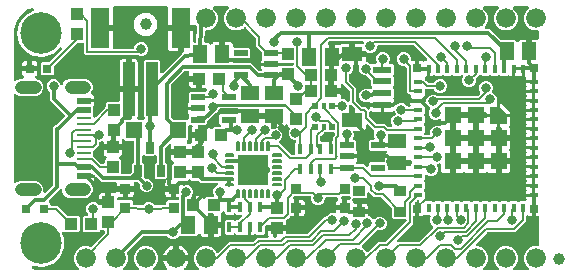
<source format=gbr>
G04 EAGLE Gerber RS-274X export*
G75*
%MOMM*%
%FSLAX34Y34*%
%LPD*%
%INTop Copper*%
%IPPOS*%
%AMOC8*
5,1,8,0,0,1.08239X$1,22.5*%
G01*
%ADD10R,1.500000X1.240000*%
%ADD11C,1.000000*%
%ADD12C,3.516000*%
%ADD13R,1.200000X0.550000*%
%ADD14R,1.400000X1.400000*%
%ADD15C,1.676400*%
%ADD16R,1.000000X4.600000*%
%ADD17R,1.600000X3.400000*%
%ADD18R,0.800000X0.800000*%
%ADD19R,1.075000X1.000000*%
%ADD20R,1.240000X1.500000*%
%ADD21R,0.900000X0.900000*%
%ADD22R,1.000000X1.075000*%
%ADD23R,0.635000X1.016000*%
%ADD24R,0.450000X0.900000*%
%ADD25R,0.400000X0.800000*%
%ADD26R,0.700000X0.700000*%
%ADD27R,0.800000X0.400000*%
%ADD28R,1.450000X1.450000*%
%ADD29R,0.500000X0.500000*%
%ADD30R,1.000000X0.850000*%
%ADD31R,1.550000X0.600000*%
%ADD32R,1.800000X1.200000*%
%ADD33R,1.150000X0.575000*%
%ADD34R,1.150000X0.275000*%
%ADD35C,1.108000*%
%ADD36C,0.140000*%
%ADD37R,2.500000X2.500000*%
%ADD38R,0.400000X0.500000*%
%ADD39C,0.800100*%
%ADD40C,0.304800*%
%ADD41C,0.254000*%
%ADD42C,0.177800*%
%ADD43C,0.203200*%

G36*
X28756Y68196D02*
X28756Y68196D01*
X28895Y68200D01*
X28915Y68206D01*
X28935Y68207D01*
X29067Y68250D01*
X29201Y68288D01*
X29218Y68299D01*
X29237Y68305D01*
X29355Y68379D01*
X29475Y68450D01*
X29496Y68468D01*
X29506Y68475D01*
X29520Y68490D01*
X29595Y68556D01*
X35061Y74021D01*
X35121Y74100D01*
X35189Y74172D01*
X35218Y74225D01*
X35255Y74273D01*
X35295Y74364D01*
X35343Y74450D01*
X35358Y74509D01*
X35382Y74564D01*
X35397Y74662D01*
X35422Y74758D01*
X35428Y74858D01*
X35432Y74879D01*
X35430Y74891D01*
X35432Y74919D01*
X35432Y87006D01*
X35428Y87038D01*
X35428Y94549D01*
X35428Y94551D01*
X35432Y94572D01*
X35430Y94584D01*
X35432Y94612D01*
X35432Y123284D01*
X37367Y125219D01*
X37901Y125219D01*
X37999Y125231D01*
X38098Y125234D01*
X38156Y125251D01*
X38216Y125259D01*
X38308Y125295D01*
X38403Y125323D01*
X38456Y125353D01*
X38512Y125376D01*
X38592Y125434D01*
X38677Y125484D01*
X38753Y125550D01*
X38769Y125562D01*
X38777Y125572D01*
X38798Y125590D01*
X45446Y132238D01*
X45519Y132332D01*
X45598Y132422D01*
X45616Y132458D01*
X45641Y132490D01*
X45688Y132599D01*
X45742Y132705D01*
X45751Y132744D01*
X45767Y132781D01*
X45786Y132899D01*
X45812Y133015D01*
X45811Y133055D01*
X45817Y133095D01*
X45806Y133214D01*
X45802Y133333D01*
X45791Y133372D01*
X45787Y133412D01*
X45747Y133524D01*
X45714Y133638D01*
X45693Y133673D01*
X45680Y133711D01*
X45613Y133810D01*
X45552Y133912D01*
X45513Y133958D01*
X45501Y133974D01*
X45486Y133988D01*
X45446Y134033D01*
X32892Y146587D01*
X32892Y153354D01*
X32880Y153452D01*
X32877Y153551D01*
X32860Y153609D01*
X32852Y153669D01*
X32816Y153762D01*
X32788Y153857D01*
X32758Y153909D01*
X32735Y153965D01*
X32677Y154045D01*
X32627Y154131D01*
X32561Y154206D01*
X32549Y154222D01*
X32539Y154230D01*
X32521Y154251D01*
X31296Y155476D01*
X30416Y157600D01*
X30416Y159900D01*
X31296Y162024D01*
X32921Y163649D01*
X35045Y164529D01*
X37345Y164529D01*
X39469Y163649D01*
X41094Y162024D01*
X41766Y160403D01*
X41834Y160283D01*
X41899Y160160D01*
X41913Y160145D01*
X41923Y160127D01*
X42020Y160027D01*
X42113Y159924D01*
X42130Y159913D01*
X42144Y159899D01*
X42263Y159826D01*
X42379Y159750D01*
X42398Y159743D01*
X42416Y159732D01*
X42548Y159691D01*
X42680Y159646D01*
X42700Y159645D01*
X42719Y159639D01*
X42858Y159632D01*
X42997Y159621D01*
X43017Y159625D01*
X43037Y159624D01*
X43173Y159652D01*
X43310Y159675D01*
X43329Y159684D01*
X43349Y159688D01*
X43474Y159749D01*
X43600Y159806D01*
X43616Y159819D01*
X43634Y159828D01*
X43740Y159918D01*
X43849Y160005D01*
X43861Y160021D01*
X43876Y160034D01*
X43956Y160148D01*
X44040Y160259D01*
X44052Y160284D01*
X44059Y160294D01*
X44067Y160313D01*
X44111Y160403D01*
X44625Y161646D01*
X46684Y163705D01*
X49374Y164819D01*
X63366Y164819D01*
X66056Y163705D01*
X68115Y161646D01*
X69229Y158956D01*
X69229Y156044D01*
X68066Y153238D01*
X68055Y153197D01*
X68036Y153158D01*
X68013Y153044D01*
X67983Y152931D01*
X67982Y152888D01*
X67973Y152846D01*
X67979Y152730D01*
X67977Y152614D01*
X67988Y152572D01*
X67990Y152529D01*
X68024Y152418D01*
X68052Y152304D01*
X68072Y152266D01*
X68085Y152225D01*
X68146Y152126D01*
X68200Y152023D01*
X68229Y151991D01*
X68252Y151955D01*
X68336Y151874D01*
X68414Y151788D01*
X68450Y151764D01*
X68481Y151734D01*
X68583Y151677D01*
X68680Y151613D01*
X68721Y151599D01*
X68758Y151578D01*
X68834Y151552D01*
X69430Y151208D01*
X69903Y150735D01*
X70238Y150156D01*
X70411Y149509D01*
X70411Y147737D01*
X62288Y147737D01*
X62169Y147722D01*
X62051Y147714D01*
X62012Y147702D01*
X61972Y147697D01*
X61861Y147653D01*
X61748Y147616D01*
X61714Y147595D01*
X61676Y147580D01*
X61580Y147510D01*
X61480Y147446D01*
X61452Y147417D01*
X61419Y147393D01*
X61343Y147301D01*
X61262Y147215D01*
X61242Y147179D01*
X61216Y147148D01*
X61166Y147040D01*
X61108Y146936D01*
X61098Y146897D01*
X61081Y146860D01*
X61058Y146744D01*
X61029Y146628D01*
X61025Y146568D01*
X61021Y146548D01*
X61022Y146528D01*
X61018Y146468D01*
X61018Y146132D01*
X61033Y146014D01*
X61041Y145896D01*
X61053Y145857D01*
X61058Y145817D01*
X61102Y145706D01*
X61139Y145593D01*
X61160Y145559D01*
X61175Y145521D01*
X61245Y145425D01*
X61309Y145324D01*
X61338Y145297D01*
X61362Y145264D01*
X61454Y145188D01*
X61541Y145106D01*
X61576Y145087D01*
X61607Y145061D01*
X61715Y145010D01*
X61819Y144953D01*
X61858Y144943D01*
X61895Y144926D01*
X62012Y144903D01*
X62127Y144873D01*
X62187Y144870D01*
X62207Y144866D01*
X62228Y144867D01*
X62288Y144863D01*
X70411Y144863D01*
X70411Y143091D01*
X70238Y142444D01*
X69827Y141732D01*
X69826Y141731D01*
X69825Y141729D01*
X69820Y141720D01*
X69785Y141638D01*
X69738Y141553D01*
X69723Y141495D01*
X69699Y141439D01*
X69698Y141431D01*
X69696Y141427D01*
X69683Y141341D01*
X69659Y141246D01*
X69653Y141146D01*
X69649Y141125D01*
X69650Y141116D01*
X69650Y141112D01*
X69650Y141108D01*
X69649Y141085D01*
X69649Y133001D01*
X69666Y132863D01*
X69679Y132724D01*
X69686Y132705D01*
X69689Y132685D01*
X69740Y132556D01*
X69787Y132425D01*
X69798Y132408D01*
X69806Y132389D01*
X69887Y132277D01*
X69965Y132162D01*
X69981Y132148D01*
X69992Y132132D01*
X70100Y132044D01*
X70204Y131951D01*
X70222Y131942D01*
X70237Y131929D01*
X70363Y131870D01*
X70487Y131807D01*
X70507Y131802D01*
X70525Y131794D01*
X70661Y131768D01*
X70797Y131737D01*
X70818Y131738D01*
X70837Y131734D01*
X70976Y131743D01*
X71115Y131747D01*
X71135Y131753D01*
X71155Y131754D01*
X71287Y131797D01*
X71421Y131835D01*
X71438Y131846D01*
X71457Y131852D01*
X71575Y131926D01*
X71695Y131997D01*
X71716Y132015D01*
X71726Y132022D01*
X71740Y132037D01*
X71815Y132103D01*
X79845Y140132D01*
X79905Y140211D01*
X79973Y140283D01*
X80002Y140336D01*
X80039Y140384D01*
X80079Y140475D01*
X80127Y140561D01*
X80142Y140620D01*
X80166Y140675D01*
X80181Y140773D01*
X80206Y140869D01*
X80212Y140969D01*
X80216Y140989D01*
X80214Y141002D01*
X80216Y141030D01*
X80216Y144152D01*
X81258Y145194D01*
X91045Y145194D01*
X91163Y145209D01*
X91282Y145216D01*
X91320Y145229D01*
X91361Y145234D01*
X91471Y145277D01*
X91584Y145314D01*
X91619Y145336D01*
X91656Y145351D01*
X91752Y145420D01*
X91853Y145484D01*
X91881Y145514D01*
X91914Y145537D01*
X91990Y145629D01*
X92071Y145716D01*
X92091Y145751D01*
X92116Y145782D01*
X92167Y145890D01*
X92225Y145994D01*
X92235Y146034D01*
X92252Y146070D01*
X92274Y146187D01*
X92304Y146302D01*
X92308Y146362D01*
X92312Y146382D01*
X92310Y146403D01*
X92314Y146463D01*
X92314Y153541D01*
X97356Y153541D01*
X97356Y131333D01*
X97371Y131215D01*
X97378Y131096D01*
X97390Y131058D01*
X97396Y131017D01*
X97439Y130907D01*
X97476Y130794D01*
X97498Y130759D01*
X97513Y130722D01*
X97582Y130626D01*
X97646Y130525D01*
X97676Y130497D01*
X97699Y130464D01*
X97791Y130388D01*
X97878Y130307D01*
X97913Y130287D01*
X97944Y130262D01*
X98052Y130211D01*
X98156Y130153D01*
X98196Y130143D01*
X98232Y130126D01*
X98349Y130104D01*
X98464Y130074D01*
X98524Y130070D01*
X98544Y130066D01*
X98565Y130068D01*
X98625Y130064D01*
X101085Y130064D01*
X101203Y130079D01*
X101322Y130086D01*
X101360Y130099D01*
X101401Y130104D01*
X101511Y130147D01*
X101624Y130184D01*
X101659Y130206D01*
X101696Y130221D01*
X101792Y130290D01*
X101893Y130354D01*
X101921Y130384D01*
X101954Y130407D01*
X102030Y130499D01*
X102111Y130586D01*
X102131Y130621D01*
X102156Y130652D01*
X102207Y130760D01*
X102265Y130864D01*
X102275Y130904D01*
X102292Y130940D01*
X102314Y131057D01*
X102344Y131172D01*
X102348Y131232D01*
X102352Y131252D01*
X102350Y131273D01*
X102354Y131333D01*
X102354Y153541D01*
X107396Y153541D01*
X107396Y132706D01*
X107223Y132059D01*
X107170Y131968D01*
X107118Y131845D01*
X107062Y131726D01*
X107057Y131699D01*
X107046Y131674D01*
X107027Y131543D01*
X107002Y131413D01*
X107004Y131387D01*
X107000Y131360D01*
X107014Y131228D01*
X107022Y131096D01*
X107030Y131070D01*
X107033Y131044D01*
X107079Y130919D01*
X107120Y130794D01*
X107134Y130771D01*
X107144Y130745D01*
X107219Y130637D01*
X107290Y130525D01*
X107310Y130506D01*
X107325Y130484D01*
X107425Y130398D01*
X107522Y130307D01*
X107545Y130294D01*
X107566Y130276D01*
X107684Y130217D01*
X107800Y130153D01*
X107826Y130147D01*
X107850Y130135D01*
X107980Y130107D01*
X108108Y130074D01*
X108146Y130072D01*
X108162Y130068D01*
X108183Y130069D01*
X108269Y130064D01*
X112252Y130064D01*
X112389Y130081D01*
X112528Y130094D01*
X112547Y130101D01*
X112567Y130104D01*
X112697Y130155D01*
X112827Y130202D01*
X112844Y130213D01*
X112863Y130221D01*
X112975Y130302D01*
X113090Y130380D01*
X113104Y130396D01*
X113120Y130407D01*
X113209Y130514D01*
X113301Y130619D01*
X113310Y130637D01*
X113323Y130652D01*
X113382Y130778D01*
X113445Y130902D01*
X113450Y130922D01*
X113458Y130940D01*
X113485Y131076D01*
X113515Y131212D01*
X113514Y131233D01*
X113518Y131252D01*
X113510Y131391D01*
X113505Y131530D01*
X113500Y131550D01*
X113498Y131570D01*
X113456Y131702D01*
X113417Y131836D01*
X113407Y131853D01*
X113400Y131872D01*
X113326Y131990D01*
X113255Y132110D01*
X113237Y132131D01*
X113230Y132141D01*
X113215Y132155D01*
X113149Y132231D01*
X113076Y132303D01*
X113076Y179777D01*
X114118Y180819D01*
X125592Y180819D01*
X126634Y179777D01*
X126634Y170554D01*
X126651Y170416D01*
X126664Y170277D01*
X126671Y170258D01*
X126674Y170238D01*
X126725Y170109D01*
X126772Y169978D01*
X126783Y169961D01*
X126791Y169943D01*
X126872Y169830D01*
X126950Y169715D01*
X126966Y169702D01*
X126977Y169685D01*
X127085Y169596D01*
X127189Y169504D01*
X127207Y169495D01*
X127222Y169482D01*
X127348Y169423D01*
X127472Y169360D01*
X127492Y169355D01*
X127510Y169347D01*
X127646Y169321D01*
X127782Y169290D01*
X127803Y169291D01*
X127822Y169287D01*
X127961Y169296D01*
X128100Y169300D01*
X128120Y169306D01*
X128140Y169307D01*
X128272Y169350D01*
X128406Y169388D01*
X128423Y169399D01*
X128442Y169405D01*
X128560Y169479D01*
X128680Y169550D01*
X128701Y169568D01*
X128711Y169575D01*
X128725Y169590D01*
X128800Y169656D01*
X145093Y185949D01*
X145111Y185972D01*
X145134Y185992D01*
X145235Y186117D01*
X145921Y187096D01*
X145925Y187100D01*
X145933Y187105D01*
X146036Y187214D01*
X146140Y187322D01*
X146145Y187330D01*
X146151Y187336D01*
X146223Y187468D01*
X146298Y187598D01*
X146300Y187607D01*
X146304Y187615D01*
X146342Y187759D01*
X146382Y187905D01*
X146382Y187914D01*
X146384Y187923D01*
X146394Y188083D01*
X146394Y205501D01*
X154396Y205501D01*
X154396Y196603D01*
X154411Y196485D01*
X154418Y196366D01*
X154430Y196328D01*
X154436Y196287D01*
X154479Y196177D01*
X154516Y196064D01*
X154538Y196029D01*
X154553Y195992D01*
X154622Y195896D01*
X154686Y195795D01*
X154716Y195767D01*
X154739Y195734D01*
X154831Y195658D01*
X154918Y195577D01*
X154953Y195557D01*
X154984Y195532D01*
X155092Y195481D01*
X155196Y195423D01*
X155236Y195413D01*
X155272Y195396D01*
X155389Y195374D01*
X155504Y195344D01*
X155564Y195340D01*
X155584Y195336D01*
X155605Y195338D01*
X155665Y195334D01*
X155939Y195334D01*
X156029Y195345D01*
X156120Y195347D01*
X156186Y195365D01*
X156254Y195374D01*
X156339Y195407D01*
X156426Y195431D01*
X156486Y195465D01*
X156550Y195491D01*
X156623Y195544D01*
X156702Y195589D01*
X156752Y195637D01*
X156807Y195677D01*
X156865Y195748D01*
X156930Y195811D01*
X156966Y195869D01*
X157010Y195922D01*
X157049Y196005D01*
X157096Y196082D01*
X157116Y196148D01*
X157145Y196210D01*
X157163Y196299D01*
X157189Y196386D01*
X157202Y196507D01*
X157205Y196522D01*
X157205Y196530D01*
X157207Y196546D01*
X157731Y208316D01*
X157721Y208443D01*
X157717Y208570D01*
X157708Y208601D01*
X157705Y208633D01*
X157664Y208753D01*
X157628Y208875D01*
X157612Y208903D01*
X157601Y208934D01*
X157531Y209040D01*
X157467Y209149D01*
X157436Y209184D01*
X157426Y209199D01*
X157410Y209214D01*
X157360Y209270D01*
X156423Y210207D01*
X156345Y210268D01*
X156273Y210336D01*
X156220Y210365D01*
X156172Y210402D01*
X156081Y210442D01*
X155994Y210489D01*
X155936Y210505D01*
X155880Y210529D01*
X155782Y210544D01*
X155686Y210569D01*
X155586Y210575D01*
X155566Y210579D01*
X155554Y210577D01*
X155526Y210579D01*
X145125Y210579D01*
X145007Y210564D01*
X144888Y210557D01*
X144850Y210544D01*
X144810Y210539D01*
X144699Y210495D01*
X144586Y210459D01*
X144551Y210437D01*
X144514Y210422D01*
X144418Y210352D01*
X144317Y210289D01*
X144289Y210259D01*
X144257Y210235D01*
X144181Y210144D01*
X144099Y210057D01*
X144080Y210022D01*
X144054Y209990D01*
X144003Y209883D01*
X143946Y209779D01*
X143935Y209739D01*
X143918Y209703D01*
X143896Y209586D01*
X143866Y209471D01*
X143862Y209410D01*
X143858Y209390D01*
X143860Y209370D01*
X143856Y209310D01*
X143856Y208039D01*
X143854Y208039D01*
X143854Y209310D01*
X143839Y209428D01*
X143832Y209547D01*
X143819Y209585D01*
X143814Y209625D01*
X143770Y209736D01*
X143734Y209849D01*
X143712Y209884D01*
X143697Y209921D01*
X143627Y210017D01*
X143564Y210118D01*
X143534Y210146D01*
X143510Y210178D01*
X143419Y210254D01*
X143332Y210336D01*
X143297Y210355D01*
X143265Y210381D01*
X143158Y210432D01*
X143054Y210489D01*
X143014Y210500D01*
X142978Y210517D01*
X142861Y210539D01*
X142746Y210569D01*
X142685Y210573D01*
X142665Y210577D01*
X142645Y210575D01*
X142585Y210579D01*
X133314Y210579D01*
X133314Y224790D01*
X133299Y224908D01*
X133292Y225027D01*
X133279Y225065D01*
X133274Y225106D01*
X133231Y225216D01*
X133194Y225329D01*
X133172Y225364D01*
X133157Y225401D01*
X133088Y225497D01*
X133024Y225598D01*
X132994Y225626D01*
X132971Y225659D01*
X132879Y225735D01*
X132792Y225816D01*
X132757Y225836D01*
X132726Y225861D01*
X132618Y225912D01*
X132514Y225970D01*
X132474Y225980D01*
X132438Y225997D01*
X132321Y226019D01*
X132206Y226049D01*
X132146Y226053D01*
X132126Y226057D01*
X132105Y226055D01*
X132045Y226059D01*
X87665Y226059D01*
X87547Y226044D01*
X87428Y226037D01*
X87390Y226024D01*
X87349Y226019D01*
X87239Y225976D01*
X87126Y225939D01*
X87091Y225917D01*
X87054Y225902D01*
X86958Y225833D01*
X86857Y225769D01*
X86829Y225739D01*
X86796Y225716D01*
X86720Y225624D01*
X86639Y225537D01*
X86619Y225502D01*
X86594Y225471D01*
X86543Y225363D01*
X86485Y225259D01*
X86475Y225219D01*
X86458Y225183D01*
X86436Y225066D01*
X86406Y224951D01*
X86402Y224891D01*
X86398Y224871D01*
X86400Y224850D01*
X86396Y224790D01*
X86396Y210579D01*
X77125Y210579D01*
X77007Y210564D01*
X76888Y210557D01*
X76850Y210544D01*
X76810Y210539D01*
X76699Y210495D01*
X76586Y210459D01*
X76551Y210437D01*
X76514Y210422D01*
X76418Y210352D01*
X76317Y210289D01*
X76289Y210259D01*
X76257Y210235D01*
X76181Y210144D01*
X76099Y210057D01*
X76080Y210022D01*
X76054Y209990D01*
X76003Y209883D01*
X75946Y209779D01*
X75935Y209739D01*
X75918Y209703D01*
X75896Y209586D01*
X75866Y209471D01*
X75862Y209410D01*
X75858Y209390D01*
X75860Y209370D01*
X75856Y209310D01*
X75856Y206770D01*
X75871Y206652D01*
X75878Y206533D01*
X75891Y206495D01*
X75896Y206455D01*
X75940Y206344D01*
X75976Y206231D01*
X75998Y206196D01*
X76013Y206159D01*
X76083Y206063D01*
X76146Y205962D01*
X76176Y205934D01*
X76200Y205901D01*
X76291Y205826D01*
X76378Y205744D01*
X76413Y205724D01*
X76445Y205699D01*
X76552Y205648D01*
X76656Y205590D01*
X76696Y205580D01*
X76732Y205563D01*
X76849Y205541D01*
X76964Y205511D01*
X77025Y205507D01*
X77045Y205503D01*
X77065Y205505D01*
X77125Y205501D01*
X86396Y205501D01*
X86396Y191262D01*
X86411Y191144D01*
X86418Y191025D01*
X86431Y190987D01*
X86436Y190946D01*
X86479Y190836D01*
X86516Y190723D01*
X86538Y190688D01*
X86553Y190651D01*
X86622Y190555D01*
X86686Y190454D01*
X86716Y190426D01*
X86739Y190393D01*
X86831Y190317D01*
X86918Y190236D01*
X86953Y190216D01*
X86984Y190191D01*
X87092Y190140D01*
X87196Y190082D01*
X87236Y190072D01*
X87272Y190055D01*
X87389Y190033D01*
X87504Y190003D01*
X87564Y189999D01*
X87584Y189995D01*
X87605Y189997D01*
X87665Y189993D01*
X103442Y189993D01*
X103495Y190000D01*
X103500Y189999D01*
X103522Y190003D01*
X103560Y190008D01*
X103678Y190015D01*
X103717Y190028D01*
X103757Y190033D01*
X103807Y190052D01*
X103814Y190054D01*
X103839Y190065D01*
X103868Y190076D01*
X103981Y190113D01*
X104015Y190135D01*
X104053Y190150D01*
X104095Y190180D01*
X104104Y190184D01*
X104136Y190210D01*
X104149Y190219D01*
X104250Y190283D01*
X104277Y190313D01*
X104310Y190336D01*
X104341Y190374D01*
X104352Y190383D01*
X104387Y190429D01*
X104468Y190515D01*
X104487Y190550D01*
X104513Y190581D01*
X104532Y190622D01*
X104543Y190637D01*
X104612Y190776D01*
X104621Y190793D01*
X104624Y190806D01*
X105591Y193139D01*
X107216Y194764D01*
X109340Y195644D01*
X111640Y195644D01*
X113764Y194764D01*
X115389Y193139D01*
X116269Y191015D01*
X116269Y188715D01*
X115389Y186591D01*
X113764Y184966D01*
X111640Y184086D01*
X109340Y184086D01*
X108194Y184561D01*
X108185Y184563D01*
X108177Y184568D01*
X108032Y184605D01*
X107887Y184645D01*
X107878Y184645D01*
X107869Y184647D01*
X107708Y184657D01*
X63665Y184657D01*
X62102Y186220D01*
X62102Y193897D01*
X62087Y194015D01*
X62080Y194134D01*
X62067Y194172D01*
X62062Y194213D01*
X62019Y194323D01*
X61982Y194436D01*
X61960Y194471D01*
X61945Y194508D01*
X61876Y194604D01*
X61812Y194705D01*
X61782Y194733D01*
X61759Y194766D01*
X61667Y194842D01*
X61580Y194923D01*
X61545Y194943D01*
X61514Y194968D01*
X61406Y195019D01*
X61302Y195077D01*
X61262Y195087D01*
X61226Y195104D01*
X61109Y195126D01*
X60994Y195156D01*
X60934Y195160D01*
X60914Y195164D01*
X60893Y195162D01*
X60833Y195166D01*
X57105Y195166D01*
X57007Y195154D01*
X56908Y195151D01*
X56849Y195134D01*
X56789Y195126D01*
X56697Y195090D01*
X56602Y195062D01*
X56550Y195032D01*
X56494Y195009D01*
X56413Y194951D01*
X56328Y194901D01*
X56253Y194835D01*
X56236Y194823D01*
X56228Y194813D01*
X56207Y194795D01*
X37145Y175733D01*
X37085Y175654D01*
X37017Y175582D01*
X36988Y175529D01*
X36951Y175481D01*
X36911Y175391D01*
X36863Y175304D01*
X36848Y175245D01*
X36824Y175190D01*
X36809Y175092D01*
X36784Y174996D01*
X36778Y174896D01*
X36774Y174876D01*
X36776Y174863D01*
X36774Y174835D01*
X36774Y168618D01*
X35732Y167576D01*
X26258Y167576D01*
X25216Y168618D01*
X25216Y178092D01*
X26258Y179134D01*
X32475Y179134D01*
X32573Y179146D01*
X32672Y179149D01*
X32731Y179166D01*
X32791Y179174D01*
X32883Y179210D01*
X32978Y179238D01*
X33030Y179268D01*
X33086Y179291D01*
X33167Y179349D01*
X33252Y179399D01*
X33327Y179465D01*
X33344Y179477D01*
X33352Y179487D01*
X33373Y179505D01*
X43021Y189153D01*
X43098Y189253D01*
X43180Y189348D01*
X43195Y189378D01*
X43215Y189405D01*
X43266Y189520D01*
X43322Y189633D01*
X43329Y189666D01*
X43342Y189696D01*
X43362Y189821D01*
X43388Y189944D01*
X43386Y189977D01*
X43392Y190010D01*
X43380Y190136D01*
X43375Y190262D01*
X43365Y190294D01*
X43362Y190327D01*
X43319Y190446D01*
X43283Y190566D01*
X43266Y190595D01*
X43254Y190626D01*
X43183Y190731D01*
X43118Y190838D01*
X43094Y190862D01*
X43076Y190889D01*
X42981Y190973D01*
X42891Y191061D01*
X42862Y191078D01*
X42837Y191100D01*
X42725Y191157D01*
X42616Y191220D01*
X42584Y191229D01*
X42554Y191245D01*
X42431Y191272D01*
X42310Y191306D01*
X42276Y191307D01*
X42244Y191314D01*
X42118Y191310D01*
X41992Y191313D01*
X41959Y191306D01*
X41926Y191305D01*
X41805Y191270D01*
X41682Y191241D01*
X41652Y191225D01*
X41620Y191216D01*
X41512Y191152D01*
X41400Y191094D01*
X41362Y191064D01*
X41346Y191055D01*
X41310Y191023D01*
X41274Y190994D01*
X35466Y185765D01*
X27504Y183178D01*
X19179Y184053D01*
X14530Y186737D01*
X14527Y186738D01*
X14525Y186740D01*
X14402Y186800D01*
X14301Y186868D01*
X14292Y186874D01*
X14288Y186876D01*
X14280Y186881D01*
X11929Y188239D01*
X9184Y192016D01*
X9171Y192030D01*
X9161Y192047D01*
X9055Y192168D01*
X8982Y192241D01*
X8962Y192276D01*
X8937Y192340D01*
X8850Y192476D01*
X7008Y195011D01*
X6158Y199013D01*
X6146Y199047D01*
X6141Y199082D01*
X6089Y199235D01*
X6041Y199349D01*
X6041Y199427D01*
X6035Y199479D01*
X6037Y199531D01*
X6014Y199691D01*
X5268Y203200D01*
X6014Y206709D01*
X6018Y206762D01*
X6031Y206812D01*
X6041Y206973D01*
X6041Y207051D01*
X6089Y207165D01*
X6098Y207200D01*
X6114Y207232D01*
X6158Y207387D01*
X7008Y211389D01*
X8850Y213924D01*
X8884Y213985D01*
X8925Y214040D01*
X8986Y214163D01*
X9055Y214232D01*
X9067Y214248D01*
X9082Y214260D01*
X9184Y214384D01*
X11929Y218161D01*
X14280Y219519D01*
X14349Y219571D01*
X14379Y219589D01*
X14381Y219589D01*
X14383Y219591D01*
X14385Y219591D01*
X14530Y219663D01*
X18972Y222228D01*
X18993Y222244D01*
X19017Y222255D01*
X19119Y222340D01*
X19225Y222420D01*
X19242Y222441D01*
X19262Y222458D01*
X19340Y222565D01*
X19423Y222669D01*
X19434Y222693D01*
X19449Y222715D01*
X19498Y222838D01*
X19552Y222959D01*
X19557Y222986D01*
X19566Y223011D01*
X19583Y223142D01*
X19605Y223273D01*
X19603Y223300D01*
X19606Y223326D01*
X19590Y223457D01*
X19579Y223590D01*
X19570Y223615D01*
X19567Y223642D01*
X19518Y223765D01*
X19474Y223890D01*
X19460Y223913D01*
X19450Y223937D01*
X19372Y224045D01*
X19299Y224155D01*
X19279Y224173D01*
X19263Y224195D01*
X19161Y224280D01*
X19062Y224368D01*
X19039Y224381D01*
X19018Y224398D01*
X18898Y224455D01*
X18781Y224516D01*
X18755Y224522D01*
X18731Y224533D01*
X18600Y224558D01*
X18471Y224589D01*
X18445Y224588D01*
X18418Y224593D01*
X18286Y224585D01*
X18153Y224583D01*
X18128Y224575D01*
X18101Y224574D01*
X17945Y224534D01*
X15206Y223644D01*
X15099Y223594D01*
X14988Y223550D01*
X14937Y223517D01*
X14918Y223509D01*
X14903Y223496D01*
X14852Y223464D01*
X9388Y219493D01*
X9301Y219412D01*
X9209Y219336D01*
X9171Y219290D01*
X9156Y219276D01*
X9145Y219258D01*
X9107Y219212D01*
X5136Y213748D01*
X5079Y213644D01*
X5015Y213544D01*
X4993Y213487D01*
X4983Y213469D01*
X4978Y213449D01*
X4956Y213394D01*
X2869Y206970D01*
X2856Y206902D01*
X2833Y206836D01*
X2810Y206677D01*
X2545Y203300D01*
X2546Y203278D01*
X2541Y203200D01*
X2541Y164425D01*
X2558Y164287D01*
X2571Y164149D01*
X2578Y164130D01*
X2581Y164110D01*
X2632Y163980D01*
X2679Y163850D01*
X2690Y163833D01*
X2698Y163814D01*
X2779Y163701D01*
X2857Y163586D01*
X2873Y163573D01*
X2884Y163557D01*
X2992Y163468D01*
X3096Y163376D01*
X3114Y163367D01*
X3129Y163354D01*
X3255Y163295D01*
X3379Y163231D01*
X3399Y163227D01*
X3417Y163218D01*
X3553Y163192D01*
X3689Y163162D01*
X3710Y163162D01*
X3729Y163159D01*
X3868Y163167D01*
X4007Y163171D01*
X4027Y163177D01*
X4047Y163178D01*
X4179Y163221D01*
X4313Y163260D01*
X4330Y163270D01*
X4349Y163276D01*
X4467Y163351D01*
X4587Y163421D01*
X4608Y163440D01*
X4618Y163446D01*
X4632Y163461D01*
X4708Y163528D01*
X4884Y163705D01*
X7574Y164819D01*
X10034Y164819D01*
X10179Y164837D01*
X10323Y164852D01*
X10336Y164857D01*
X10349Y164859D01*
X10485Y164912D01*
X10621Y164963D01*
X10632Y164971D01*
X10645Y164976D01*
X10763Y165061D01*
X10883Y165144D01*
X10891Y165154D01*
X10902Y165162D01*
X10996Y165275D01*
X11091Y165385D01*
X11097Y165397D01*
X11105Y165407D01*
X11167Y165539D01*
X11232Y165670D01*
X11235Y165683D01*
X11241Y165695D01*
X11268Y165837D01*
X11298Y165981D01*
X11298Y165994D01*
X11300Y166007D01*
X11291Y166153D01*
X11285Y166299D01*
X11282Y166311D01*
X11281Y166325D01*
X11236Y166463D01*
X11194Y166603D01*
X11187Y166615D01*
X11183Y166627D01*
X11105Y166750D01*
X11029Y166875D01*
X11020Y166885D01*
X11012Y166896D01*
X10906Y166996D01*
X10802Y167098D01*
X10787Y167108D01*
X10781Y167114D01*
X10766Y167122D01*
X10668Y167187D01*
X10435Y167322D01*
X9962Y167795D01*
X9627Y168374D01*
X9454Y169021D01*
X9454Y171356D01*
X15265Y171356D01*
X15383Y171371D01*
X15502Y171378D01*
X15540Y171390D01*
X15580Y171396D01*
X15691Y171439D01*
X15804Y171476D01*
X15838Y171498D01*
X15876Y171513D01*
X15972Y171582D01*
X15989Y171593D01*
X16013Y171579D01*
X16045Y171554D01*
X16152Y171503D01*
X16257Y171445D01*
X16296Y171435D01*
X16332Y171418D01*
X16449Y171396D01*
X16565Y171366D01*
X16625Y171362D01*
X16645Y171358D01*
X16665Y171360D01*
X16725Y171356D01*
X22536Y171356D01*
X22536Y169021D01*
X22363Y168374D01*
X22028Y167795D01*
X21555Y167322D01*
X21264Y167154D01*
X21219Y167120D01*
X21169Y167093D01*
X21093Y167024D01*
X21011Y166962D01*
X20976Y166917D01*
X20934Y166880D01*
X20877Y166793D01*
X20813Y166713D01*
X20790Y166661D01*
X20759Y166614D01*
X20726Y166516D01*
X20684Y166422D01*
X20674Y166366D01*
X20656Y166313D01*
X20648Y166210D01*
X20630Y166108D01*
X20635Y166052D01*
X20631Y165996D01*
X20648Y165894D01*
X20657Y165792D01*
X20675Y165738D01*
X20685Y165683D01*
X20727Y165589D01*
X20761Y165491D01*
X20793Y165444D01*
X20816Y165393D01*
X20880Y165312D01*
X20937Y165226D01*
X20979Y165188D01*
X21014Y165144D01*
X21097Y165082D01*
X21173Y165013D01*
X21223Y164987D01*
X21268Y164953D01*
X21413Y164882D01*
X24256Y163705D01*
X26315Y161646D01*
X27429Y158956D01*
X27429Y156044D01*
X26315Y153354D01*
X24256Y151295D01*
X21566Y150181D01*
X7574Y150181D01*
X4884Y151295D01*
X4708Y151472D01*
X4598Y151557D01*
X4491Y151646D01*
X4472Y151655D01*
X4456Y151667D01*
X4329Y151722D01*
X4203Y151782D01*
X4183Y151786D01*
X4164Y151794D01*
X4027Y151815D01*
X3890Y151841D01*
X3870Y151840D01*
X3850Y151843D01*
X3712Y151830D01*
X3573Y151822D01*
X3554Y151816D01*
X3534Y151814D01*
X3402Y151766D01*
X3271Y151724D01*
X3254Y151713D01*
X3234Y151706D01*
X3119Y151628D01*
X3002Y151554D01*
X2988Y151539D01*
X2971Y151527D01*
X2879Y151423D01*
X2784Y151322D01*
X2774Y151304D01*
X2761Y151289D01*
X2697Y151165D01*
X2630Y151043D01*
X2625Y151024D01*
X2616Y151006D01*
X2586Y150870D01*
X2551Y150735D01*
X2549Y150707D01*
X2546Y150696D01*
X2547Y150675D01*
X2541Y150575D01*
X2541Y78025D01*
X2558Y77887D01*
X2571Y77749D01*
X2578Y77730D01*
X2581Y77710D01*
X2632Y77580D01*
X2679Y77450D01*
X2690Y77433D01*
X2698Y77414D01*
X2779Y77301D01*
X2857Y77186D01*
X2873Y77173D01*
X2884Y77157D01*
X2992Y77068D01*
X3096Y76976D01*
X3114Y76967D01*
X3129Y76954D01*
X3255Y76895D01*
X3379Y76831D01*
X3399Y76827D01*
X3417Y76818D01*
X3553Y76792D01*
X3689Y76762D01*
X3710Y76762D01*
X3729Y76759D01*
X3868Y76767D01*
X4007Y76771D01*
X4027Y76777D01*
X4047Y76778D01*
X4179Y76821D01*
X4313Y76860D01*
X4330Y76870D01*
X4349Y76876D01*
X4467Y76951D01*
X4587Y77021D01*
X4608Y77040D01*
X4618Y77046D01*
X4632Y77061D01*
X4708Y77128D01*
X4884Y77305D01*
X7574Y78419D01*
X21566Y78419D01*
X24256Y77305D01*
X26315Y75246D01*
X27429Y72556D01*
X27429Y69454D01*
X27446Y69316D01*
X27459Y69177D01*
X27466Y69158D01*
X27469Y69138D01*
X27520Y69009D01*
X27567Y68878D01*
X27578Y68861D01*
X27586Y68843D01*
X27667Y68730D01*
X27745Y68615D01*
X27761Y68602D01*
X27772Y68585D01*
X27880Y68496D01*
X27984Y68404D01*
X28002Y68395D01*
X28017Y68382D01*
X28143Y68323D01*
X28267Y68260D01*
X28287Y68255D01*
X28305Y68247D01*
X28441Y68221D01*
X28577Y68190D01*
X28598Y68191D01*
X28617Y68187D01*
X28756Y68196D01*
G37*
G36*
X429778Y60353D02*
X429778Y60353D01*
X429897Y60357D01*
X429936Y60368D01*
X429976Y60372D01*
X430088Y60412D01*
X430203Y60445D01*
X430238Y60466D01*
X430276Y60479D01*
X430374Y60546D01*
X430477Y60607D01*
X430522Y60646D01*
X430539Y60658D01*
X430552Y60673D01*
X430598Y60713D01*
X430963Y61079D01*
X435428Y61079D01*
X435559Y61095D01*
X435691Y61106D01*
X435716Y61115D01*
X435743Y61119D01*
X435866Y61167D01*
X435991Y61211D01*
X436014Y61226D01*
X436039Y61236D01*
X436146Y61313D01*
X436256Y61387D01*
X436274Y61407D01*
X436296Y61422D01*
X436381Y61524D01*
X436469Y61623D01*
X436482Y61647D01*
X436499Y61667D01*
X436555Y61787D01*
X436617Y61904D01*
X436623Y61931D01*
X436635Y61955D01*
X436659Y62085D01*
X436690Y62214D01*
X436689Y62241D01*
X436694Y62267D01*
X436686Y62399D01*
X436683Y62532D01*
X436676Y62558D01*
X436675Y62585D01*
X436634Y62711D01*
X436598Y62838D01*
X436581Y62873D01*
X436577Y62887D01*
X436565Y62906D01*
X436527Y62983D01*
X436332Y63319D01*
X436159Y63966D01*
X436159Y65031D01*
X442700Y65031D01*
X442818Y65046D01*
X442937Y65053D01*
X442975Y65065D01*
X443015Y65070D01*
X443126Y65114D01*
X443239Y65151D01*
X443273Y65173D01*
X443311Y65187D01*
X443407Y65257D01*
X443508Y65321D01*
X443536Y65351D01*
X443568Y65374D01*
X443569Y65375D01*
X443645Y65466D01*
X443709Y65535D01*
X443726Y65553D01*
X443746Y65589D01*
X443772Y65620D01*
X443822Y65727D01*
X443880Y65832D01*
X443890Y65871D01*
X443907Y65907D01*
X443929Y66024D01*
X443959Y66140D01*
X443963Y66200D01*
X443967Y66220D01*
X443966Y66240D01*
X443969Y66300D01*
X443969Y74300D01*
X443969Y82300D01*
X443969Y90300D01*
X443969Y98300D01*
X443969Y106300D01*
X443969Y114300D01*
X443969Y122300D01*
X443969Y130300D01*
X443969Y138300D01*
X443969Y146300D01*
X443969Y154300D01*
X443969Y162300D01*
X443954Y162418D01*
X443947Y162537D01*
X443935Y162575D01*
X443930Y162615D01*
X443886Y162726D01*
X443849Y162839D01*
X443827Y162873D01*
X443813Y162911D01*
X443743Y163007D01*
X443679Y163108D01*
X443678Y163108D01*
X443649Y163136D01*
X443626Y163168D01*
X443625Y163169D01*
X443533Y163245D01*
X443447Y163326D01*
X443411Y163346D01*
X443380Y163372D01*
X443273Y163422D01*
X443168Y163480D01*
X443129Y163490D01*
X443093Y163507D01*
X442976Y163529D01*
X442860Y163559D01*
X442800Y163563D01*
X442780Y163567D01*
X442760Y163566D01*
X442700Y163569D01*
X436159Y163569D01*
X436159Y164634D01*
X436300Y165161D01*
X436318Y165286D01*
X436341Y165410D01*
X436339Y165443D01*
X436344Y165477D01*
X436329Y165602D01*
X436321Y165727D01*
X436311Y165759D01*
X436307Y165792D01*
X436262Y165910D01*
X436223Y166029D01*
X436205Y166058D01*
X436193Y166089D01*
X436121Y166192D01*
X436053Y166298D01*
X436029Y166321D01*
X436009Y166349D01*
X435913Y166430D01*
X435822Y166516D01*
X435792Y166532D01*
X435766Y166554D01*
X435653Y166609D01*
X435543Y166670D01*
X435510Y166678D01*
X435480Y166693D01*
X435357Y166718D01*
X435235Y166749D01*
X435186Y166752D01*
X435168Y166756D01*
X435147Y166755D01*
X435074Y166759D01*
X434969Y166759D01*
X434969Y173300D01*
X434954Y173418D01*
X434947Y173537D01*
X434935Y173575D01*
X434930Y173615D01*
X434886Y173726D01*
X434849Y173839D01*
X434827Y173873D01*
X434813Y173911D01*
X434743Y174007D01*
X434679Y174108D01*
X434678Y174108D01*
X434649Y174136D01*
X434626Y174168D01*
X434625Y174169D01*
X434533Y174245D01*
X434447Y174326D01*
X434411Y174346D01*
X434380Y174372D01*
X434273Y174422D01*
X434168Y174480D01*
X434129Y174490D01*
X434093Y174507D01*
X433976Y174529D01*
X433860Y174559D01*
X433800Y174563D01*
X433780Y174567D01*
X433760Y174566D01*
X433700Y174569D01*
X425700Y174569D01*
X425582Y174554D01*
X425463Y174547D01*
X425425Y174535D01*
X425385Y174530D01*
X425274Y174486D01*
X425161Y174449D01*
X425127Y174427D01*
X425089Y174413D01*
X424993Y174343D01*
X424892Y174279D01*
X424892Y174278D01*
X424864Y174249D01*
X424832Y174226D01*
X424832Y174225D01*
X424831Y174225D01*
X424755Y174133D01*
X424674Y174047D01*
X424654Y174011D01*
X424628Y173980D01*
X424578Y173873D01*
X424520Y173768D01*
X424510Y173729D01*
X424493Y173693D01*
X424471Y173576D01*
X424441Y173460D01*
X424437Y173400D01*
X424433Y173380D01*
X424434Y173360D01*
X424431Y173300D01*
X424431Y166759D01*
X423366Y166759D01*
X422719Y166932D01*
X422140Y167267D01*
X422059Y167348D01*
X421965Y167421D01*
X421875Y167500D01*
X421839Y167518D01*
X421808Y167543D01*
X421698Y167590D01*
X421592Y167645D01*
X421553Y167653D01*
X421516Y167669D01*
X421398Y167688D01*
X421282Y167714D01*
X421241Y167713D01*
X421202Y167719D01*
X421083Y167708D01*
X420964Y167705D01*
X420925Y167693D01*
X420885Y167690D01*
X420773Y167649D01*
X420658Y167616D01*
X420624Y167596D01*
X420586Y167582D01*
X420496Y167521D01*
X414963Y167521D01*
X414598Y167887D01*
X414504Y167960D01*
X414414Y168039D01*
X414378Y168057D01*
X414346Y168082D01*
X414237Y168129D01*
X414131Y168183D01*
X414092Y168192D01*
X414054Y168208D01*
X413937Y168227D01*
X413821Y168253D01*
X413780Y168252D01*
X413740Y168258D01*
X413622Y168247D01*
X413503Y168243D01*
X413464Y168232D01*
X413424Y168228D01*
X413312Y168188D01*
X413197Y168155D01*
X413162Y168134D01*
X413124Y168121D01*
X413026Y168054D01*
X412923Y167993D01*
X412878Y167954D01*
X412861Y167942D01*
X412848Y167927D01*
X412803Y167887D01*
X412437Y167521D01*
X406963Y167521D01*
X406598Y167887D01*
X406504Y167960D01*
X406414Y168039D01*
X406378Y168057D01*
X406346Y168082D01*
X406237Y168129D01*
X406131Y168183D01*
X406092Y168192D01*
X406054Y168208D01*
X405937Y168227D01*
X405821Y168253D01*
X405780Y168252D01*
X405740Y168258D01*
X405622Y168247D01*
X405503Y168243D01*
X405464Y168232D01*
X405424Y168228D01*
X405312Y168188D01*
X405197Y168155D01*
X405162Y168134D01*
X405124Y168121D01*
X405026Y168054D01*
X404923Y167993D01*
X404878Y167954D01*
X404861Y167942D01*
X404848Y167927D01*
X404803Y167887D01*
X404437Y167521D01*
X398963Y167521D01*
X398598Y167887D01*
X398504Y167960D01*
X398414Y168039D01*
X398378Y168057D01*
X398346Y168082D01*
X398237Y168129D01*
X398131Y168183D01*
X398092Y168192D01*
X398054Y168208D01*
X397937Y168227D01*
X397821Y168253D01*
X397780Y168252D01*
X397740Y168258D01*
X397622Y168247D01*
X397503Y168243D01*
X397464Y168232D01*
X397424Y168228D01*
X397312Y168188D01*
X397197Y168155D01*
X397162Y168134D01*
X397124Y168121D01*
X397026Y168054D01*
X396923Y167993D01*
X396878Y167954D01*
X396861Y167942D01*
X396848Y167927D01*
X396803Y167887D01*
X396437Y167521D01*
X396356Y167521D01*
X396258Y167509D01*
X396159Y167506D01*
X396100Y167489D01*
X396040Y167481D01*
X395948Y167445D01*
X395853Y167417D01*
X395801Y167387D01*
X395745Y167364D01*
X395664Y167306D01*
X395579Y167256D01*
X395504Y167190D01*
X395487Y167178D01*
X395479Y167168D01*
X395458Y167150D01*
X394113Y165804D01*
X394095Y165781D01*
X394072Y165762D01*
X393998Y165656D01*
X393918Y165553D01*
X393906Y165526D01*
X393889Y165502D01*
X393843Y165380D01*
X393792Y165261D01*
X393787Y165232D01*
X393777Y165204D01*
X393762Y165075D01*
X393742Y164947D01*
X393745Y164917D01*
X393741Y164888D01*
X393759Y164760D01*
X393764Y164709D01*
X393764Y162299D01*
X392884Y160175D01*
X391259Y158550D01*
X389135Y157670D01*
X386835Y157670D01*
X384711Y158550D01*
X383086Y160175D01*
X382206Y162299D01*
X382206Y164599D01*
X382959Y166417D01*
X382967Y166446D01*
X382980Y166472D01*
X383009Y166599D01*
X383043Y166724D01*
X383044Y166753D01*
X383050Y166782D01*
X383046Y166912D01*
X383048Y167042D01*
X383041Y167071D01*
X383040Y167100D01*
X383004Y167225D01*
X382974Y167351D01*
X382960Y167377D01*
X382952Y167406D01*
X382886Y167517D01*
X382825Y167632D01*
X382805Y167654D01*
X382791Y167679D01*
X382684Y167800D01*
X382598Y167887D01*
X382503Y167960D01*
X382414Y168039D01*
X382378Y168057D01*
X382346Y168082D01*
X382237Y168129D01*
X382131Y168183D01*
X382092Y168192D01*
X382055Y168208D01*
X381937Y168227D01*
X381821Y168253D01*
X381780Y168252D01*
X381741Y168258D01*
X381622Y168247D01*
X381503Y168243D01*
X381464Y168232D01*
X381424Y168228D01*
X381312Y168188D01*
X381197Y168155D01*
X381163Y168134D01*
X381125Y168121D01*
X381026Y168054D01*
X380923Y167993D01*
X380878Y167954D01*
X380861Y167942D01*
X380848Y167927D01*
X380803Y167887D01*
X380437Y167521D01*
X374963Y167521D01*
X374598Y167887D01*
X374504Y167960D01*
X374414Y168039D01*
X374378Y168057D01*
X374346Y168082D01*
X374237Y168129D01*
X374131Y168183D01*
X374092Y168192D01*
X374054Y168208D01*
X373937Y168227D01*
X373821Y168253D01*
X373780Y168252D01*
X373740Y168258D01*
X373622Y168247D01*
X373503Y168243D01*
X373464Y168232D01*
X373424Y168228D01*
X373312Y168188D01*
X373197Y168155D01*
X373162Y168134D01*
X373124Y168121D01*
X373026Y168054D01*
X372923Y167993D01*
X372878Y167954D01*
X372861Y167942D01*
X372848Y167927D01*
X372803Y167887D01*
X372437Y167521D01*
X366963Y167521D01*
X366598Y167887D01*
X366504Y167960D01*
X366414Y168039D01*
X366378Y168057D01*
X366346Y168082D01*
X366237Y168129D01*
X366131Y168183D01*
X366092Y168192D01*
X366054Y168208D01*
X365937Y168227D01*
X365821Y168253D01*
X365780Y168252D01*
X365740Y168258D01*
X365622Y168247D01*
X365503Y168243D01*
X365464Y168232D01*
X365424Y168228D01*
X365312Y168188D01*
X365197Y168155D01*
X365162Y168134D01*
X365124Y168121D01*
X365026Y168054D01*
X364923Y167993D01*
X364878Y167954D01*
X364861Y167942D01*
X364848Y167927D01*
X364803Y167887D01*
X364437Y167521D01*
X358913Y167521D01*
X358885Y167543D01*
X358776Y167590D01*
X358670Y167645D01*
X358630Y167653D01*
X358593Y167669D01*
X358476Y167688D01*
X358359Y167714D01*
X358319Y167713D01*
X358279Y167719D01*
X358161Y167708D01*
X358042Y167705D01*
X358003Y167693D01*
X357963Y167690D01*
X357851Y167649D01*
X357736Y167616D01*
X357701Y167596D01*
X357663Y167582D01*
X357565Y167515D01*
X357462Y167455D01*
X357417Y167415D01*
X357400Y167403D01*
X357387Y167388D01*
X357341Y167348D01*
X357260Y167267D01*
X356681Y166932D01*
X356034Y166759D01*
X354969Y166759D01*
X354969Y173300D01*
X354954Y173418D01*
X354947Y173537D01*
X354935Y173575D01*
X354930Y173615D01*
X354886Y173726D01*
X354849Y173839D01*
X354827Y173873D01*
X354813Y173911D01*
X354743Y174007D01*
X354679Y174108D01*
X354649Y174136D01*
X354626Y174168D01*
X354534Y174244D01*
X354447Y174326D01*
X354412Y174345D01*
X354381Y174371D01*
X354273Y174422D01*
X354169Y174479D01*
X354130Y174489D01*
X354093Y174507D01*
X353976Y174529D01*
X353861Y174559D01*
X353801Y174563D01*
X353781Y174566D01*
X353780Y174566D01*
X353760Y174565D01*
X353700Y174569D01*
X353582Y174554D01*
X353463Y174547D01*
X353424Y174534D01*
X353384Y174529D01*
X353274Y174485D01*
X353160Y174449D01*
X353126Y174427D01*
X353089Y174412D01*
X352992Y174342D01*
X352892Y174278D01*
X352864Y174249D01*
X352831Y174225D01*
X352755Y174133D01*
X352674Y174047D01*
X352654Y174011D01*
X352628Y173980D01*
X352578Y173873D01*
X352520Y173768D01*
X352510Y173729D01*
X352493Y173693D01*
X352471Y173576D01*
X352441Y173460D01*
X352437Y173400D01*
X352433Y173380D01*
X352434Y173360D01*
X352431Y173300D01*
X352431Y166759D01*
X351748Y166759D01*
X351630Y166744D01*
X351511Y166737D01*
X351473Y166724D01*
X351432Y166719D01*
X351322Y166676D01*
X351209Y166639D01*
X351174Y166617D01*
X351137Y166602D01*
X351040Y166532D01*
X350940Y166469D01*
X350912Y166439D01*
X350879Y166416D01*
X350803Y166324D01*
X350722Y166237D01*
X350702Y166202D01*
X350677Y166171D01*
X350626Y166063D01*
X350568Y165959D01*
X350558Y165919D01*
X350541Y165883D01*
X350519Y165766D01*
X350489Y165651D01*
X350485Y165591D01*
X350481Y165571D01*
X350483Y165550D01*
X350479Y165490D01*
X350479Y164645D01*
X350491Y164547D01*
X350494Y164448D01*
X350511Y164390D01*
X350519Y164330D01*
X350555Y164238D01*
X350583Y164142D01*
X350613Y164090D01*
X350636Y164034D01*
X350694Y163954D01*
X350744Y163868D01*
X350810Y163793D01*
X350822Y163776D01*
X350832Y163769D01*
X350851Y163748D01*
X351819Y162780D01*
X351819Y162779D01*
X352895Y161703D01*
X352974Y161642D01*
X353046Y161574D01*
X353099Y161545D01*
X353147Y161508D01*
X353238Y161468D01*
X353324Y161421D01*
X353383Y161406D01*
X353438Y161381D01*
X353536Y161366D01*
X353632Y161341D01*
X353732Y161335D01*
X353753Y161332D01*
X353765Y161333D01*
X353793Y161331D01*
X357594Y161331D01*
X357623Y161335D01*
X357653Y161332D01*
X357781Y161355D01*
X357909Y161371D01*
X357937Y161382D01*
X357966Y161387D01*
X358084Y161440D01*
X358205Y161488D01*
X358229Y161505D01*
X358256Y161518D01*
X358357Y161599D01*
X358462Y161675D01*
X358481Y161698D01*
X358504Y161716D01*
X358582Y161820D01*
X358615Y161859D01*
X360318Y163563D01*
X362442Y164442D01*
X364742Y164442D01*
X366866Y163563D01*
X368491Y161937D01*
X369371Y159813D01*
X369371Y157514D01*
X368491Y155390D01*
X366866Y153764D01*
X364742Y152884D01*
X362442Y152884D01*
X360318Y153764D01*
X358628Y155454D01*
X358609Y155488D01*
X358588Y155509D01*
X358572Y155534D01*
X358478Y155623D01*
X358388Y155716D01*
X358362Y155732D01*
X358341Y155752D01*
X358227Y155815D01*
X358117Y155883D01*
X358088Y155892D01*
X358062Y155906D01*
X357937Y155938D01*
X357813Y155976D01*
X357783Y155978D01*
X357754Y155985D01*
X357594Y155996D01*
X351748Y155996D01*
X351630Y155981D01*
X351511Y155973D01*
X351473Y155961D01*
X351432Y155956D01*
X351322Y155912D01*
X351209Y155875D01*
X351174Y155854D01*
X351137Y155839D01*
X351041Y155769D01*
X350940Y155705D01*
X350912Y155676D01*
X350879Y155652D01*
X350803Y155560D01*
X350722Y155473D01*
X350702Y155438D01*
X350677Y155407D01*
X350626Y155299D01*
X350568Y155195D01*
X350558Y155156D01*
X350541Y155119D01*
X350519Y155002D01*
X350489Y154887D01*
X350485Y154827D01*
X350481Y154807D01*
X350483Y154786D01*
X350479Y154726D01*
X350479Y151513D01*
X350457Y151485D01*
X350410Y151376D01*
X350355Y151270D01*
X350347Y151230D01*
X350331Y151193D01*
X350312Y151076D01*
X350286Y150959D01*
X350287Y150919D01*
X350281Y150879D01*
X350292Y150761D01*
X350295Y150642D01*
X350307Y150603D01*
X350310Y150563D01*
X350351Y150451D01*
X350384Y150336D01*
X350404Y150301D01*
X350418Y150263D01*
X350485Y150165D01*
X350545Y150062D01*
X350585Y150017D01*
X350597Y150000D01*
X350612Y149987D01*
X350652Y149941D01*
X350733Y149860D01*
X351067Y149282D01*
X351143Y149182D01*
X351213Y149078D01*
X351239Y149056D01*
X351259Y149029D01*
X351357Y148951D01*
X351452Y148868D01*
X351482Y148852D01*
X351508Y148831D01*
X351623Y148780D01*
X351735Y148723D01*
X351768Y148716D01*
X351799Y148702D01*
X351923Y148681D01*
X352045Y148653D01*
X352079Y148654D01*
X352112Y148649D01*
X352237Y148659D01*
X352363Y148663D01*
X352396Y148672D01*
X352429Y148675D01*
X352548Y148716D01*
X352669Y148751D01*
X352698Y148769D01*
X352729Y148780D01*
X352834Y148849D01*
X352943Y148913D01*
X352979Y148945D01*
X352994Y148955D01*
X353009Y148972D01*
X353063Y149019D01*
X354485Y150441D01*
X356609Y151321D01*
X358909Y151321D01*
X361263Y150346D01*
X361289Y150331D01*
X361348Y150316D01*
X361404Y150292D01*
X361502Y150277D01*
X361597Y150252D01*
X361697Y150246D01*
X361718Y150242D01*
X361730Y150244D01*
X361758Y150242D01*
X395117Y150242D01*
X395215Y150254D01*
X395314Y150257D01*
X395373Y150274D01*
X395433Y150282D01*
X395525Y150318D01*
X395620Y150346D01*
X395672Y150376D01*
X395728Y150399D01*
X395809Y150457D01*
X395894Y150507D01*
X395969Y150573D01*
X395986Y150585D01*
X395994Y150595D01*
X396015Y150613D01*
X397371Y151969D01*
X397444Y152064D01*
X397522Y152153D01*
X397541Y152189D01*
X397566Y152221D01*
X397613Y152330D01*
X397667Y152436D01*
X397676Y152475D01*
X397692Y152512D01*
X397711Y152630D01*
X397737Y152746D01*
X397735Y152787D01*
X397742Y152827D01*
X397731Y152945D01*
X397727Y153064D01*
X397716Y153103D01*
X397712Y153143D01*
X397672Y153255D01*
X397639Y153370D01*
X397618Y153404D01*
X397604Y153442D01*
X397537Y153541D01*
X397477Y153643D01*
X397444Y153681D01*
X396557Y155822D01*
X396557Y158122D01*
X397437Y160246D01*
X399062Y161871D01*
X401186Y162751D01*
X403486Y162751D01*
X405610Y161871D01*
X407235Y160246D01*
X408115Y158122D01*
X408115Y155822D01*
X407509Y154358D01*
X407477Y154244D01*
X407439Y154131D01*
X407436Y154091D01*
X407425Y154052D01*
X407423Y153933D01*
X407414Y153814D01*
X407420Y153774D01*
X407420Y153734D01*
X407448Y153618D01*
X407468Y153501D01*
X407485Y153464D01*
X407494Y153424D01*
X407550Y153319D01*
X407599Y153211D01*
X407624Y153179D01*
X407643Y153143D01*
X407723Y153055D01*
X407797Y152962D01*
X407829Y152938D01*
X407857Y152908D01*
X407956Y152843D01*
X408051Y152771D01*
X408105Y152744D01*
X408122Y152733D01*
X408142Y152727D01*
X408196Y152700D01*
X409356Y152219D01*
X410982Y150594D01*
X411862Y148470D01*
X411862Y146170D01*
X411541Y145396D01*
X411528Y145348D01*
X411507Y145303D01*
X411486Y145195D01*
X411457Y145089D01*
X411456Y145039D01*
X411447Y144990D01*
X411454Y144881D01*
X411452Y144771D01*
X411463Y144723D01*
X411467Y144673D01*
X411500Y144569D01*
X411526Y144462D01*
X411549Y144418D01*
X411565Y144371D01*
X411623Y144278D01*
X411675Y144181D01*
X411708Y144144D01*
X411735Y144102D01*
X411815Y144027D01*
X411889Y143945D01*
X411930Y143918D01*
X411931Y143918D01*
X411931Y141099D01*
X405950Y141099D01*
X405903Y141063D01*
X405908Y141056D01*
X405901Y141050D01*
X405901Y135069D01*
X403359Y135069D01*
X403359Y135070D01*
X403344Y135188D01*
X403337Y135307D01*
X403324Y135345D01*
X403319Y135385D01*
X403276Y135496D01*
X403239Y135609D01*
X403217Y135644D01*
X403202Y135681D01*
X403132Y135777D01*
X403069Y135878D01*
X403039Y135906D01*
X403016Y135938D01*
X402924Y136014D01*
X402837Y136096D01*
X402802Y136115D01*
X402771Y136141D01*
X402663Y136192D01*
X402559Y136249D01*
X402519Y136260D01*
X402483Y136277D01*
X402366Y136299D01*
X402251Y136329D01*
X402190Y136333D01*
X402170Y136337D01*
X402150Y136335D01*
X402090Y136339D01*
X394970Y136339D01*
X394852Y136324D01*
X394733Y136317D01*
X394695Y136304D01*
X394655Y136299D01*
X394544Y136255D01*
X394431Y136219D01*
X394396Y136197D01*
X394359Y136182D01*
X394263Y136112D01*
X394162Y136049D01*
X394134Y136019D01*
X394102Y135995D01*
X394026Y135904D01*
X393944Y135817D01*
X393925Y135782D01*
X393899Y135750D01*
X393848Y135643D01*
X393791Y135539D01*
X393780Y135499D01*
X393763Y135463D01*
X393741Y135346D01*
X393711Y135231D01*
X393707Y135170D01*
X393703Y135150D01*
X393705Y135130D01*
X393701Y135070D01*
X393701Y133799D01*
X393699Y133799D01*
X393699Y135070D01*
X393684Y135188D01*
X393677Y135307D01*
X393664Y135345D01*
X393659Y135385D01*
X393615Y135496D01*
X393579Y135609D01*
X393557Y135644D01*
X393542Y135681D01*
X393472Y135777D01*
X393409Y135878D01*
X393379Y135906D01*
X393355Y135938D01*
X393264Y136014D01*
X393177Y136096D01*
X393142Y136115D01*
X393110Y136141D01*
X393003Y136192D01*
X392899Y136249D01*
X392859Y136260D01*
X392823Y136277D01*
X392706Y136299D01*
X392591Y136329D01*
X392530Y136333D01*
X392510Y136337D01*
X392490Y136335D01*
X392430Y136339D01*
X375470Y136339D01*
X375352Y136324D01*
X375233Y136317D01*
X375195Y136304D01*
X375155Y136299D01*
X375044Y136255D01*
X374931Y136219D01*
X374896Y136197D01*
X374859Y136182D01*
X374763Y136112D01*
X374662Y136049D01*
X374634Y136019D01*
X374602Y135995D01*
X374526Y135904D01*
X374444Y135817D01*
X374425Y135782D01*
X374399Y135750D01*
X374348Y135643D01*
X374291Y135539D01*
X374280Y135499D01*
X374263Y135463D01*
X374241Y135346D01*
X374211Y135231D01*
X374207Y135170D01*
X374203Y135150D01*
X374205Y135130D01*
X374201Y135070D01*
X374201Y133799D01*
X372930Y133799D01*
X372812Y133784D01*
X372693Y133777D01*
X372655Y133764D01*
X372615Y133759D01*
X372504Y133715D01*
X372391Y133679D01*
X372356Y133657D01*
X372319Y133642D01*
X372223Y133572D01*
X372122Y133509D01*
X372094Y133479D01*
X372061Y133455D01*
X371986Y133364D01*
X371904Y133277D01*
X371884Y133242D01*
X371859Y133210D01*
X371808Y133103D01*
X371750Y132999D01*
X371740Y132959D01*
X371723Y132923D01*
X371701Y132806D01*
X371671Y132691D01*
X371667Y132630D01*
X371663Y132610D01*
X371665Y132590D01*
X371661Y132530D01*
X371661Y115570D01*
X371676Y115452D01*
X371683Y115333D01*
X371696Y115295D01*
X371701Y115255D01*
X371744Y115144D01*
X371781Y115031D01*
X371803Y114996D01*
X371818Y114959D01*
X371888Y114863D01*
X371951Y114762D01*
X371981Y114734D01*
X372005Y114702D01*
X372096Y114626D01*
X372183Y114544D01*
X372218Y114525D01*
X372249Y114499D01*
X372357Y114448D01*
X372461Y114391D01*
X372501Y114380D01*
X372537Y114363D01*
X372654Y114341D01*
X372769Y114311D01*
X372830Y114307D01*
X372850Y114303D01*
X372870Y114305D01*
X372930Y114301D01*
X374201Y114301D01*
X374201Y114299D01*
X372930Y114299D01*
X372812Y114284D01*
X372693Y114277D01*
X372655Y114264D01*
X372615Y114259D01*
X372504Y114215D01*
X372391Y114179D01*
X372356Y114157D01*
X372319Y114142D01*
X372223Y114072D01*
X372122Y114009D01*
X372094Y113979D01*
X372061Y113955D01*
X371986Y113864D01*
X371904Y113777D01*
X371884Y113742D01*
X371859Y113710D01*
X371808Y113603D01*
X371750Y113499D01*
X371740Y113459D01*
X371723Y113423D01*
X371701Y113306D01*
X371671Y113191D01*
X371667Y113130D01*
X371663Y113110D01*
X371665Y113090D01*
X371661Y113030D01*
X371661Y96070D01*
X371676Y95952D01*
X371683Y95833D01*
X371696Y95795D01*
X371701Y95755D01*
X371744Y95644D01*
X371781Y95531D01*
X371803Y95496D01*
X371818Y95459D01*
X371888Y95363D01*
X371951Y95262D01*
X371981Y95234D01*
X372005Y95202D01*
X372096Y95126D01*
X372183Y95044D01*
X372218Y95025D01*
X372249Y94999D01*
X372357Y94948D01*
X372461Y94891D01*
X372501Y94880D01*
X372537Y94863D01*
X372654Y94841D01*
X372769Y94811D01*
X372830Y94807D01*
X372850Y94803D01*
X372870Y94805D01*
X372930Y94801D01*
X374201Y94801D01*
X374201Y94799D01*
X372930Y94799D01*
X372812Y94784D01*
X372693Y94777D01*
X372655Y94764D01*
X372615Y94759D01*
X372504Y94715D01*
X372391Y94679D01*
X372356Y94657D01*
X372319Y94642D01*
X372223Y94572D01*
X372122Y94509D01*
X372094Y94479D01*
X372061Y94455D01*
X371986Y94364D01*
X371904Y94277D01*
X371884Y94242D01*
X371859Y94210D01*
X371808Y94103D01*
X371750Y93999D01*
X371740Y93959D01*
X371723Y93923D01*
X371701Y93806D01*
X371671Y93691D01*
X371667Y93630D01*
X371663Y93610D01*
X371665Y93590D01*
X371661Y93530D01*
X371661Y85009D01*
X366616Y85009D01*
X365969Y85182D01*
X365390Y85517D01*
X364917Y85990D01*
X364582Y86569D01*
X364409Y87216D01*
X364409Y91815D01*
X364403Y91864D01*
X364405Y91914D01*
X364383Y92021D01*
X364369Y92130D01*
X364351Y92177D01*
X364341Y92225D01*
X364293Y92324D01*
X364252Y92426D01*
X364223Y92466D01*
X364201Y92511D01*
X364130Y92594D01*
X364066Y92683D01*
X364027Y92715D01*
X363995Y92753D01*
X363905Y92816D01*
X363821Y92886D01*
X363776Y92907D01*
X363735Y92936D01*
X363632Y92975D01*
X363533Y93022D01*
X363484Y93031D01*
X363438Y93049D01*
X363328Y93061D01*
X363221Y93081D01*
X363171Y93078D01*
X363122Y93084D01*
X363013Y93069D01*
X362903Y93062D01*
X362856Y93046D01*
X362807Y93039D01*
X362654Y92987D01*
X361799Y92633D01*
X361734Y92620D01*
X361625Y92606D01*
X361579Y92588D01*
X361530Y92578D01*
X361431Y92529D01*
X361329Y92489D01*
X361289Y92460D01*
X361244Y92438D01*
X361161Y92367D01*
X361072Y92302D01*
X361040Y92264D01*
X361002Y92232D01*
X360939Y92142D01*
X360869Y92057D01*
X360848Y92012D01*
X360819Y91971D01*
X360780Y91869D01*
X360733Y91769D01*
X360724Y91721D01*
X360707Y91674D01*
X360694Y91565D01*
X360674Y91457D01*
X360677Y91408D01*
X360671Y91358D01*
X360687Y91249D01*
X360693Y91140D01*
X360709Y91092D01*
X360716Y91043D01*
X360768Y90891D01*
X361379Y89415D01*
X361379Y87115D01*
X360499Y84991D01*
X358874Y83366D01*
X356750Y82486D01*
X354450Y82486D01*
X352234Y83404D01*
X352186Y83417D01*
X352141Y83438D01*
X352033Y83459D01*
X351927Y83488D01*
X351877Y83489D01*
X351828Y83498D01*
X351719Y83491D01*
X351609Y83493D01*
X351561Y83481D01*
X351511Y83478D01*
X351407Y83444D01*
X351300Y83419D01*
X351256Y83396D01*
X351209Y83380D01*
X351116Y83321D01*
X351019Y83270D01*
X350982Y83237D01*
X350940Y83210D01*
X350865Y83130D01*
X350783Y83056D01*
X350756Y83015D01*
X350722Y82978D01*
X350669Y82882D01*
X350609Y82790D01*
X350592Y82743D01*
X350568Y82700D01*
X350541Y82594D01*
X350505Y82490D01*
X350501Y82440D01*
X350489Y82392D01*
X350479Y82231D01*
X350479Y79563D01*
X350113Y79198D01*
X350040Y79104D01*
X349961Y79014D01*
X349943Y78978D01*
X349918Y78946D01*
X349871Y78837D01*
X349817Y78731D01*
X349808Y78692D01*
X349792Y78654D01*
X349773Y78537D01*
X349747Y78421D01*
X349748Y78380D01*
X349742Y78340D01*
X349753Y78222D01*
X349757Y78103D01*
X349768Y78064D01*
X349772Y78024D01*
X349812Y77912D01*
X349845Y77797D01*
X349866Y77762D01*
X349879Y77724D01*
X349946Y77626D01*
X350007Y77523D01*
X350046Y77478D01*
X350058Y77461D01*
X350073Y77448D01*
X350113Y77403D01*
X350479Y77037D01*
X350479Y71563D01*
X350113Y71198D01*
X350040Y71104D01*
X349961Y71014D01*
X349943Y70978D01*
X349918Y70946D01*
X349871Y70837D01*
X349817Y70731D01*
X349808Y70692D01*
X349792Y70654D01*
X349773Y70537D01*
X349747Y70421D01*
X349748Y70380D01*
X349742Y70340D01*
X349753Y70222D01*
X349757Y70103D01*
X349768Y70064D01*
X349772Y70024D01*
X349812Y69912D01*
X349845Y69797D01*
X349866Y69762D01*
X349879Y69724D01*
X349946Y69626D01*
X350007Y69523D01*
X350046Y69478D01*
X350058Y69461D01*
X350073Y69448D01*
X350113Y69403D01*
X350479Y69037D01*
X350479Y63563D01*
X350161Y63245D01*
X350076Y63136D01*
X349987Y63029D01*
X349978Y63010D01*
X349966Y62994D01*
X349911Y62866D01*
X349852Y62741D01*
X349848Y62721D01*
X349840Y62702D01*
X349818Y62564D01*
X349792Y62428D01*
X349793Y62408D01*
X349790Y62388D01*
X349803Y62249D01*
X349812Y62111D01*
X349818Y62092D01*
X349820Y62072D01*
X349867Y61941D01*
X349910Y61809D01*
X349920Y61791D01*
X349927Y61772D01*
X350005Y61658D01*
X350080Y61540D01*
X350094Y61526D01*
X350106Y61509D01*
X350210Y61417D01*
X350311Y61322D01*
X350329Y61312D01*
X350344Y61299D01*
X350468Y61236D01*
X350590Y61168D01*
X350609Y61163D01*
X350627Y61154D01*
X350763Y61124D01*
X350898Y61089D01*
X350926Y61087D01*
X350938Y61084D01*
X350958Y61085D01*
X351058Y61079D01*
X356437Y61079D01*
X356803Y60713D01*
X356897Y60640D01*
X356986Y60561D01*
X357022Y60543D01*
X357054Y60518D01*
X357163Y60471D01*
X357269Y60417D01*
X357308Y60408D01*
X357346Y60392D01*
X357463Y60373D01*
X357579Y60347D01*
X357620Y60348D01*
X357660Y60342D01*
X357778Y60353D01*
X357897Y60357D01*
X357936Y60368D01*
X357976Y60372D01*
X358088Y60412D01*
X358203Y60445D01*
X358238Y60466D01*
X358276Y60479D01*
X358374Y60546D01*
X358477Y60607D01*
X358522Y60646D01*
X358539Y60658D01*
X358552Y60673D01*
X358598Y60713D01*
X358963Y61079D01*
X364437Y61079D01*
X364803Y60713D01*
X364897Y60640D01*
X364986Y60561D01*
X365022Y60543D01*
X365054Y60518D01*
X365163Y60471D01*
X365269Y60417D01*
X365308Y60408D01*
X365346Y60392D01*
X365463Y60373D01*
X365579Y60347D01*
X365620Y60348D01*
X365660Y60342D01*
X365778Y60353D01*
X365897Y60357D01*
X365936Y60368D01*
X365976Y60372D01*
X366088Y60412D01*
X366203Y60445D01*
X366238Y60466D01*
X366276Y60479D01*
X366374Y60546D01*
X366477Y60607D01*
X366522Y60646D01*
X366539Y60658D01*
X366552Y60673D01*
X366598Y60713D01*
X366963Y61079D01*
X372437Y61079D01*
X372803Y60713D01*
X372897Y60640D01*
X372986Y60561D01*
X373022Y60543D01*
X373054Y60518D01*
X373163Y60471D01*
X373269Y60417D01*
X373308Y60408D01*
X373346Y60392D01*
X373463Y60373D01*
X373579Y60347D01*
X373620Y60348D01*
X373660Y60342D01*
X373778Y60353D01*
X373897Y60357D01*
X373936Y60368D01*
X373976Y60372D01*
X374088Y60412D01*
X374203Y60445D01*
X374238Y60466D01*
X374276Y60479D01*
X374374Y60546D01*
X374477Y60607D01*
X374522Y60646D01*
X374539Y60658D01*
X374552Y60673D01*
X374598Y60713D01*
X374963Y61079D01*
X380437Y61079D01*
X380803Y60713D01*
X380897Y60640D01*
X380986Y60561D01*
X381022Y60543D01*
X381054Y60518D01*
X381163Y60471D01*
X381269Y60417D01*
X381308Y60408D01*
X381346Y60392D01*
X381463Y60373D01*
X381579Y60347D01*
X381620Y60348D01*
X381660Y60342D01*
X381778Y60353D01*
X381897Y60357D01*
X381936Y60368D01*
X381976Y60372D01*
X382088Y60412D01*
X382203Y60445D01*
X382238Y60466D01*
X382276Y60479D01*
X382374Y60546D01*
X382477Y60607D01*
X382522Y60646D01*
X382539Y60658D01*
X382552Y60673D01*
X382598Y60713D01*
X382963Y61079D01*
X388437Y61079D01*
X388803Y60713D01*
X388897Y60640D01*
X388986Y60561D01*
X389022Y60543D01*
X389054Y60518D01*
X389163Y60471D01*
X389269Y60417D01*
X389308Y60408D01*
X389346Y60392D01*
X389463Y60373D01*
X389579Y60347D01*
X389620Y60348D01*
X389660Y60342D01*
X389778Y60353D01*
X389897Y60357D01*
X389936Y60368D01*
X389976Y60372D01*
X390088Y60412D01*
X390203Y60445D01*
X390238Y60466D01*
X390276Y60479D01*
X390374Y60546D01*
X390477Y60607D01*
X390522Y60646D01*
X390539Y60658D01*
X390552Y60673D01*
X390598Y60713D01*
X390963Y61079D01*
X396437Y61079D01*
X396803Y60713D01*
X396897Y60640D01*
X396986Y60561D01*
X397022Y60543D01*
X397054Y60518D01*
X397163Y60471D01*
X397269Y60417D01*
X397308Y60408D01*
X397346Y60392D01*
X397463Y60373D01*
X397579Y60347D01*
X397620Y60348D01*
X397660Y60342D01*
X397778Y60353D01*
X397897Y60357D01*
X397936Y60368D01*
X397976Y60372D01*
X398088Y60412D01*
X398203Y60445D01*
X398238Y60466D01*
X398276Y60479D01*
X398374Y60546D01*
X398477Y60607D01*
X398522Y60646D01*
X398539Y60658D01*
X398552Y60673D01*
X398598Y60713D01*
X398963Y61079D01*
X404437Y61079D01*
X404803Y60713D01*
X404897Y60640D01*
X404986Y60561D01*
X405022Y60543D01*
X405054Y60518D01*
X405163Y60471D01*
X405269Y60417D01*
X405308Y60408D01*
X405346Y60392D01*
X405463Y60373D01*
X405579Y60347D01*
X405620Y60348D01*
X405660Y60342D01*
X405778Y60353D01*
X405897Y60357D01*
X405936Y60368D01*
X405976Y60372D01*
X406088Y60412D01*
X406203Y60445D01*
X406238Y60466D01*
X406276Y60479D01*
X406374Y60546D01*
X406477Y60607D01*
X406522Y60646D01*
X406539Y60658D01*
X406552Y60673D01*
X406598Y60713D01*
X406963Y61079D01*
X412437Y61079D01*
X412803Y60713D01*
X412897Y60640D01*
X412986Y60561D01*
X413022Y60543D01*
X413054Y60518D01*
X413163Y60471D01*
X413269Y60417D01*
X413308Y60408D01*
X413346Y60392D01*
X413463Y60373D01*
X413579Y60347D01*
X413620Y60348D01*
X413660Y60342D01*
X413778Y60353D01*
X413897Y60357D01*
X413936Y60368D01*
X413976Y60372D01*
X414088Y60412D01*
X414203Y60445D01*
X414238Y60466D01*
X414276Y60479D01*
X414374Y60546D01*
X414477Y60607D01*
X414522Y60646D01*
X414539Y60658D01*
X414552Y60673D01*
X414598Y60713D01*
X414963Y61079D01*
X420437Y61079D01*
X420803Y60713D01*
X420897Y60640D01*
X420986Y60561D01*
X421022Y60543D01*
X421054Y60518D01*
X421163Y60471D01*
X421269Y60417D01*
X421308Y60408D01*
X421346Y60392D01*
X421463Y60373D01*
X421579Y60347D01*
X421620Y60348D01*
X421660Y60342D01*
X421778Y60353D01*
X421897Y60357D01*
X421936Y60368D01*
X421976Y60372D01*
X422088Y60412D01*
X422203Y60445D01*
X422238Y60466D01*
X422276Y60479D01*
X422374Y60546D01*
X422477Y60607D01*
X422522Y60646D01*
X422539Y60658D01*
X422552Y60673D01*
X422598Y60713D01*
X422963Y61079D01*
X428437Y61079D01*
X428803Y60713D01*
X428897Y60640D01*
X428986Y60561D01*
X429022Y60543D01*
X429054Y60518D01*
X429163Y60471D01*
X429269Y60417D01*
X429308Y60408D01*
X429346Y60392D01*
X429463Y60373D01*
X429579Y60347D01*
X429620Y60348D01*
X429660Y60342D01*
X429778Y60353D01*
G37*
G36*
X107163Y2558D02*
X107163Y2558D01*
X107302Y2571D01*
X107321Y2578D01*
X107341Y2581D01*
X107470Y2632D01*
X107601Y2679D01*
X107618Y2690D01*
X107637Y2698D01*
X107749Y2779D01*
X107864Y2857D01*
X107878Y2873D01*
X107894Y2884D01*
X107983Y2992D01*
X108075Y3096D01*
X108084Y3114D01*
X108097Y3129D01*
X108156Y3255D01*
X108219Y3379D01*
X108224Y3399D01*
X108232Y3417D01*
X108259Y3553D01*
X108289Y3689D01*
X108288Y3710D01*
X108292Y3729D01*
X108284Y3868D01*
X108279Y4007D01*
X108274Y4027D01*
X108273Y4047D01*
X108230Y4179D01*
X108191Y4313D01*
X108181Y4330D01*
X108174Y4349D01*
X108100Y4467D01*
X108029Y4587D01*
X108011Y4608D01*
X108004Y4618D01*
X107989Y4632D01*
X107923Y4707D01*
X105686Y6944D01*
X104139Y10679D01*
X104139Y14721D01*
X105686Y18456D01*
X108544Y21314D01*
X112279Y22861D01*
X116321Y22861D01*
X120056Y21314D01*
X122914Y18456D01*
X124461Y14721D01*
X124461Y10679D01*
X122914Y6944D01*
X120677Y4707D01*
X120592Y4598D01*
X120503Y4491D01*
X120494Y4472D01*
X120482Y4456D01*
X120427Y4328D01*
X120368Y4203D01*
X120364Y4183D01*
X120356Y4164D01*
X120334Y4026D01*
X120308Y3890D01*
X120309Y3870D01*
X120306Y3850D01*
X120319Y3711D01*
X120327Y3573D01*
X120334Y3554D01*
X120336Y3534D01*
X120383Y3402D01*
X120426Y3271D01*
X120436Y3253D01*
X120443Y3234D01*
X120521Y3119D01*
X120596Y3002D01*
X120610Y2988D01*
X120622Y2971D01*
X120726Y2879D01*
X120827Y2784D01*
X120845Y2774D01*
X120860Y2761D01*
X120984Y2697D01*
X121106Y2630D01*
X121125Y2625D01*
X121143Y2616D01*
X121279Y2586D01*
X121414Y2551D01*
X121442Y2549D01*
X121454Y2546D01*
X121474Y2547D01*
X121574Y2541D01*
X131348Y2541D01*
X131486Y2558D01*
X131624Y2571D01*
X131643Y2578D01*
X131664Y2581D01*
X131793Y2632D01*
X131924Y2679D01*
X131940Y2690D01*
X131959Y2698D01*
X132071Y2779D01*
X132187Y2857D01*
X132200Y2873D01*
X132217Y2884D01*
X132305Y2992D01*
X132397Y3096D01*
X132406Y3114D01*
X132419Y3129D01*
X132479Y3255D01*
X132542Y3379D01*
X132546Y3399D01*
X132555Y3417D01*
X132581Y3554D01*
X132611Y3689D01*
X132611Y3710D01*
X132615Y3729D01*
X132606Y3868D01*
X132602Y4007D01*
X132596Y4027D01*
X132595Y4047D01*
X132552Y4179D01*
X132513Y4313D01*
X132503Y4330D01*
X132497Y4349D01*
X132423Y4467D01*
X132352Y4587D01*
X132333Y4608D01*
X132327Y4618D01*
X132312Y4632D01*
X132245Y4707D01*
X131369Y5584D01*
X130358Y6975D01*
X129577Y8507D01*
X129046Y10142D01*
X129037Y10201D01*
X138470Y10201D01*
X138588Y10216D01*
X138707Y10223D01*
X138745Y10235D01*
X138785Y10241D01*
X138896Y10284D01*
X139009Y10321D01*
X139043Y10343D01*
X139081Y10358D01*
X139177Y10427D01*
X139278Y10491D01*
X139306Y10521D01*
X139338Y10544D01*
X139414Y10636D01*
X139496Y10723D01*
X139515Y10758D01*
X139541Y10789D01*
X139592Y10897D01*
X139649Y11001D01*
X139659Y11041D01*
X139677Y11077D01*
X139697Y11184D01*
X139701Y11154D01*
X139745Y11044D01*
X139781Y10931D01*
X139803Y10896D01*
X139818Y10859D01*
X139888Y10762D01*
X139951Y10662D01*
X139981Y10634D01*
X140005Y10601D01*
X140096Y10525D01*
X140183Y10444D01*
X140218Y10424D01*
X140250Y10399D01*
X140357Y10348D01*
X140462Y10290D01*
X140501Y10280D01*
X140537Y10263D01*
X140654Y10241D01*
X140770Y10211D01*
X140830Y10207D01*
X140850Y10203D01*
X140870Y10205D01*
X140930Y10201D01*
X150363Y10201D01*
X150354Y10142D01*
X149823Y8507D01*
X149042Y6975D01*
X148031Y5584D01*
X147155Y4707D01*
X147070Y4598D01*
X146981Y4491D01*
X146972Y4472D01*
X146960Y4456D01*
X146904Y4328D01*
X146845Y4203D01*
X146841Y4183D01*
X146833Y4164D01*
X146811Y4026D01*
X146785Y3890D01*
X146787Y3870D01*
X146783Y3850D01*
X146796Y3711D01*
X146805Y3573D01*
X146811Y3554D01*
X146813Y3534D01*
X146860Y3402D01*
X146903Y3271D01*
X146914Y3253D01*
X146921Y3234D01*
X146999Y3119D01*
X147073Y3002D01*
X147088Y2988D01*
X147099Y2971D01*
X147203Y2879D01*
X147305Y2784D01*
X147323Y2774D01*
X147338Y2761D01*
X147462Y2698D01*
X147583Y2630D01*
X147603Y2625D01*
X147621Y2616D01*
X147757Y2586D01*
X147891Y2551D01*
X147919Y2549D01*
X147931Y2546D01*
X147952Y2547D01*
X148052Y2541D01*
X157826Y2541D01*
X157963Y2558D01*
X158102Y2571D01*
X158121Y2578D01*
X158141Y2581D01*
X158270Y2632D01*
X158401Y2679D01*
X158418Y2690D01*
X158437Y2698D01*
X158549Y2779D01*
X158664Y2857D01*
X158678Y2873D01*
X158694Y2884D01*
X158783Y2992D01*
X158875Y3096D01*
X158884Y3114D01*
X158897Y3129D01*
X158956Y3255D01*
X159019Y3379D01*
X159024Y3399D01*
X159032Y3417D01*
X159059Y3553D01*
X159089Y3689D01*
X159088Y3710D01*
X159092Y3729D01*
X159084Y3868D01*
X159079Y4007D01*
X159074Y4027D01*
X159073Y4047D01*
X159030Y4179D01*
X158991Y4313D01*
X158981Y4330D01*
X158974Y4349D01*
X158900Y4467D01*
X158829Y4587D01*
X158811Y4608D01*
X158804Y4618D01*
X158789Y4632D01*
X158723Y4707D01*
X156486Y6944D01*
X154939Y10679D01*
X154939Y14721D01*
X156486Y18456D01*
X159344Y21314D01*
X163079Y22861D01*
X167121Y22861D01*
X170856Y21314D01*
X173714Y18456D01*
X173908Y17988D01*
X173932Y17945D01*
X173949Y17898D01*
X174011Y17807D01*
X174065Y17712D01*
X174100Y17676D01*
X174128Y17635D01*
X174210Y17562D01*
X174286Y17483D01*
X174329Y17457D01*
X174366Y17424D01*
X174464Y17375D01*
X174557Y17317D01*
X174605Y17302D01*
X174649Y17280D01*
X174756Y17256D01*
X174861Y17223D01*
X174911Y17221D01*
X174960Y17210D01*
X175069Y17213D01*
X175179Y17208D01*
X175228Y17218D01*
X175277Y17220D01*
X175383Y17250D01*
X175491Y17273D01*
X175535Y17294D01*
X175583Y17308D01*
X175678Y17364D01*
X175776Y17412D01*
X175814Y17444D01*
X175857Y17470D01*
X175978Y17576D01*
X184818Y26417D01*
X196337Y26417D01*
X196384Y26405D01*
X196440Y26381D01*
X196538Y26365D01*
X196633Y26340D01*
X196733Y26334D01*
X196754Y26331D01*
X196766Y26332D01*
X196794Y26330D01*
X204577Y26330D01*
X204675Y26342D01*
X204774Y26345D01*
X204832Y26362D01*
X204892Y26370D01*
X204985Y26406D01*
X205080Y26434D01*
X205132Y26465D01*
X205188Y26487D01*
X205268Y26545D01*
X205354Y26595D01*
X205429Y26662D01*
X205445Y26674D01*
X205453Y26683D01*
X205474Y26702D01*
X208745Y29973D01*
X217107Y29973D01*
X217238Y29989D01*
X217370Y30000D01*
X217396Y30009D01*
X217423Y30013D01*
X217546Y30061D01*
X217671Y30105D01*
X217693Y30120D01*
X217718Y30130D01*
X217825Y30207D01*
X217936Y30281D01*
X217954Y30301D01*
X217976Y30316D01*
X218060Y30419D01*
X218149Y30517D01*
X218161Y30541D01*
X218178Y30561D01*
X218235Y30681D01*
X218296Y30798D01*
X218302Y30825D01*
X218314Y30849D01*
X218339Y30979D01*
X218369Y31108D01*
X218369Y31135D01*
X218374Y31161D01*
X218365Y31293D01*
X218363Y31426D01*
X218356Y31452D01*
X218354Y31479D01*
X218313Y31605D01*
X218278Y31732D01*
X218261Y31767D01*
X218256Y31781D01*
X218244Y31800D01*
X218206Y31877D01*
X218057Y32134D01*
X217884Y32781D01*
X217884Y35991D01*
X224195Y35991D01*
X224313Y36006D01*
X224432Y36013D01*
X224470Y36025D01*
X224510Y36031D01*
X224621Y36074D01*
X224734Y36111D01*
X224768Y36133D01*
X224806Y36148D01*
X224902Y36217D01*
X225003Y36281D01*
X225031Y36311D01*
X225063Y36334D01*
X225139Y36426D01*
X225221Y36513D01*
X225240Y36548D01*
X225266Y36579D01*
X225317Y36687D01*
X225374Y36791D01*
X225384Y36831D01*
X225402Y36867D01*
X225422Y36974D01*
X225426Y36944D01*
X225470Y36834D01*
X225506Y36721D01*
X225528Y36686D01*
X225543Y36649D01*
X225613Y36552D01*
X225676Y36452D01*
X225706Y36424D01*
X225730Y36391D01*
X225821Y36315D01*
X225908Y36234D01*
X225943Y36214D01*
X225975Y36189D01*
X226082Y36138D01*
X226187Y36080D01*
X226226Y36070D01*
X226262Y36053D01*
X226379Y36031D01*
X226495Y36001D01*
X226555Y35997D01*
X226575Y35993D01*
X226595Y35995D01*
X226655Y35991D01*
X232966Y35991D01*
X232966Y34798D01*
X232981Y34680D01*
X232988Y34561D01*
X233001Y34523D01*
X233006Y34482D01*
X233049Y34372D01*
X233086Y34259D01*
X233108Y34224D01*
X233123Y34187D01*
X233192Y34091D01*
X233256Y33990D01*
X233286Y33962D01*
X233309Y33929D01*
X233401Y33853D01*
X233488Y33772D01*
X233523Y33752D01*
X233554Y33727D01*
X233662Y33676D01*
X233766Y33618D01*
X233806Y33608D01*
X233842Y33591D01*
X233959Y33569D01*
X234074Y33539D01*
X234134Y33535D01*
X234154Y33531D01*
X234175Y33533D01*
X234235Y33529D01*
X250992Y33529D01*
X251090Y33541D01*
X251189Y33544D01*
X251247Y33561D01*
X251307Y33569D01*
X251400Y33605D01*
X251495Y33633D01*
X251547Y33663D01*
X251603Y33686D01*
X251683Y33744D01*
X251769Y33794D01*
X251844Y33860D01*
X251860Y33872D01*
X251868Y33882D01*
X251889Y33900D01*
X266123Y48134D01*
X266309Y48134D01*
X266339Y48137D01*
X266368Y48135D01*
X266496Y48157D01*
X266625Y48174D01*
X266652Y48185D01*
X266682Y48190D01*
X266800Y48243D01*
X266920Y48291D01*
X266944Y48308D01*
X266972Y48320D01*
X267073Y48401D01*
X267178Y48477D01*
X267197Y48500D01*
X267220Y48519D01*
X267298Y48622D01*
X267330Y48662D01*
X269034Y50365D01*
X271158Y51245D01*
X273457Y51245D01*
X273959Y51037D01*
X274007Y51024D01*
X274052Y51003D01*
X274160Y50982D01*
X274266Y50953D01*
X274316Y50953D01*
X274365Y50943D01*
X274474Y50950D01*
X274584Y50948D01*
X274632Y50960D01*
X274682Y50963D01*
X274786Y50997D01*
X274893Y51022D01*
X274937Y51046D01*
X274984Y51061D01*
X275077Y51120D01*
X275174Y51171D01*
X275211Y51205D01*
X275253Y51231D01*
X275328Y51311D01*
X275410Y51385D01*
X275437Y51427D01*
X275471Y51463D01*
X275524Y51559D01*
X275584Y51651D01*
X275601Y51698D01*
X275625Y51741D01*
X275652Y51848D01*
X275688Y51952D01*
X275692Y52001D01*
X275704Y52049D01*
X275714Y52210D01*
X275714Y53251D01*
X281775Y53251D01*
X281893Y53266D01*
X282012Y53273D01*
X282050Y53285D01*
X282090Y53291D01*
X282201Y53334D01*
X282314Y53371D01*
X282348Y53393D01*
X282386Y53408D01*
X282482Y53477D01*
X282583Y53541D01*
X282611Y53571D01*
X282643Y53594D01*
X282719Y53686D01*
X282801Y53773D01*
X282820Y53808D01*
X282846Y53839D01*
X282897Y53947D01*
X282954Y54051D01*
X282964Y54091D01*
X282982Y54127D01*
X283004Y54244D01*
X283034Y54359D01*
X283038Y54419D01*
X283041Y54439D01*
X283040Y54460D01*
X283044Y54520D01*
X283044Y55211D01*
X283735Y55211D01*
X283853Y55226D01*
X283972Y55233D01*
X284010Y55246D01*
X284051Y55251D01*
X284161Y55295D01*
X284274Y55331D01*
X284309Y55353D01*
X284346Y55368D01*
X284442Y55438D01*
X284543Y55501D01*
X284571Y55531D01*
X284604Y55555D01*
X284680Y55646D01*
X284761Y55733D01*
X284781Y55768D01*
X284806Y55800D01*
X284857Y55907D01*
X284915Y56012D01*
X284925Y56051D01*
X284942Y56087D01*
X284964Y56204D01*
X284994Y56320D01*
X284998Y56380D01*
X285002Y56400D01*
X285000Y56420D01*
X285004Y56480D01*
X285004Y62541D01*
X287260Y62541D01*
X287397Y62558D01*
X287536Y62571D01*
X287555Y62578D01*
X287575Y62581D01*
X287704Y62632D01*
X287835Y62679D01*
X287852Y62690D01*
X287871Y62698D01*
X287983Y62779D01*
X288098Y62857D01*
X288112Y62873D01*
X288128Y62884D01*
X288217Y62992D01*
X288309Y63096D01*
X288318Y63114D01*
X288331Y63129D01*
X288390Y63255D01*
X288453Y63379D01*
X288458Y63399D01*
X288466Y63417D01*
X288492Y63553D01*
X288523Y63689D01*
X288522Y63710D01*
X288526Y63729D01*
X288518Y63868D01*
X288513Y64007D01*
X288508Y64027D01*
X288506Y64047D01*
X288464Y64179D01*
X288425Y64313D01*
X288415Y64330D01*
X288408Y64349D01*
X288334Y64467D01*
X288263Y64587D01*
X288245Y64608D01*
X288238Y64618D01*
X288223Y64632D01*
X288157Y64708D01*
X288015Y64850D01*
X287937Y64910D01*
X287865Y64978D01*
X287811Y65007D01*
X287764Y65045D01*
X287673Y65084D01*
X287586Y65132D01*
X287527Y65147D01*
X287472Y65171D01*
X287374Y65186D01*
X287278Y65211D01*
X287178Y65217D01*
X287158Y65221D01*
X287145Y65219D01*
X287117Y65221D01*
X280775Y65221D01*
X280677Y65209D01*
X280578Y65206D01*
X280519Y65189D01*
X280459Y65181D01*
X280367Y65145D01*
X280272Y65117D01*
X280220Y65087D01*
X280164Y65064D01*
X280083Y65006D01*
X279998Y64956D01*
X279923Y64890D01*
X279906Y64878D01*
X279898Y64868D01*
X279877Y64850D01*
X279735Y64707D01*
X279650Y64597D01*
X279561Y64491D01*
X279553Y64472D01*
X279540Y64456D01*
X279485Y64328D01*
X279426Y64203D01*
X279422Y64183D01*
X279414Y64164D01*
X279392Y64026D01*
X279366Y63890D01*
X279367Y63870D01*
X279364Y63850D01*
X279377Y63711D01*
X279386Y63573D01*
X279392Y63554D01*
X279394Y63534D01*
X279441Y63402D01*
X279484Y63271D01*
X279495Y63253D01*
X279501Y63234D01*
X279580Y63119D01*
X279654Y63002D01*
X279669Y62988D01*
X279680Y62971D01*
X279784Y62879D01*
X279886Y62784D01*
X279903Y62774D01*
X279919Y62761D01*
X280043Y62697D01*
X280164Y62630D01*
X280184Y62625D01*
X280202Y62616D01*
X280338Y62586D01*
X280472Y62551D01*
X280500Y62549D01*
X280506Y62548D01*
X280506Y57749D01*
X275714Y57749D01*
X275714Y60334D01*
X275887Y60981D01*
X276222Y61560D01*
X276714Y62052D01*
X276787Y62107D01*
X276904Y62192D01*
X276913Y62203D01*
X276923Y62211D01*
X277014Y62325D01*
X277107Y62437D01*
X277113Y62450D01*
X277121Y62460D01*
X277181Y62594D01*
X277243Y62725D01*
X277245Y62738D01*
X277251Y62750D01*
X277275Y62895D01*
X277302Y63038D01*
X277302Y63051D01*
X277304Y63064D01*
X277292Y63208D01*
X277283Y63355D01*
X277279Y63368D01*
X277277Y63381D01*
X277229Y63519D01*
X277185Y63657D01*
X277177Y63669D01*
X277173Y63681D01*
X277092Y63803D01*
X277014Y63926D01*
X277005Y63935D01*
X276997Y63946D01*
X276889Y64044D01*
X276783Y64144D01*
X276771Y64151D01*
X276761Y64159D01*
X276632Y64227D01*
X276504Y64298D01*
X276491Y64301D01*
X276480Y64307D01*
X276337Y64341D01*
X276196Y64377D01*
X276178Y64378D01*
X276170Y64380D01*
X276153Y64380D01*
X276036Y64387D01*
X267398Y64387D01*
X267280Y64372D01*
X267162Y64365D01*
X267123Y64352D01*
X267083Y64347D01*
X266972Y64304D01*
X266859Y64267D01*
X266825Y64245D01*
X266787Y64230D01*
X266691Y64161D01*
X266590Y64097D01*
X266563Y64067D01*
X266530Y64044D01*
X266454Y63952D01*
X266372Y63865D01*
X266353Y63830D01*
X266327Y63799D01*
X266276Y63691D01*
X266219Y63587D01*
X266209Y63547D01*
X266192Y63511D01*
X266169Y63394D01*
X266139Y63279D01*
X266136Y63219D01*
X266132Y63199D01*
X266133Y63178D01*
X266129Y63118D01*
X266129Y62730D01*
X265249Y60606D01*
X263624Y58981D01*
X261500Y58101D01*
X259200Y58101D01*
X257076Y58981D01*
X255451Y60606D01*
X254571Y62730D01*
X254571Y64388D01*
X254556Y64506D01*
X254548Y64625D01*
X254536Y64663D01*
X254531Y64704D01*
X254487Y64814D01*
X254450Y64927D01*
X254429Y64962D01*
X254414Y64999D01*
X254344Y65095D01*
X254280Y65196D01*
X254251Y65224D01*
X254227Y65257D01*
X254135Y65333D01*
X254049Y65414D01*
X254013Y65434D01*
X253982Y65459D01*
X253874Y65510D01*
X253770Y65568D01*
X253731Y65578D01*
X253694Y65595D01*
X253578Y65617D01*
X253462Y65647D01*
X253402Y65651D01*
X253382Y65655D01*
X253362Y65653D01*
X253302Y65657D01*
X247954Y65657D01*
X247855Y65645D01*
X247756Y65642D01*
X247698Y65625D01*
X247638Y65617D01*
X247546Y65581D01*
X247451Y65553D01*
X247399Y65523D01*
X247342Y65500D01*
X247262Y65442D01*
X247177Y65392D01*
X247101Y65326D01*
X247085Y65314D01*
X247077Y65304D01*
X247056Y65286D01*
X246992Y65221D01*
X239954Y65221D01*
X239856Y65209D01*
X239757Y65206D01*
X239699Y65189D01*
X239639Y65181D01*
X239547Y65145D01*
X239452Y65118D01*
X239399Y65087D01*
X239343Y65064D01*
X239263Y65006D01*
X239178Y64956D01*
X239102Y64890D01*
X239086Y64878D01*
X239078Y64868D01*
X239057Y64850D01*
X238915Y64708D01*
X238830Y64598D01*
X238741Y64491D01*
X238732Y64472D01*
X238720Y64456D01*
X238665Y64328D01*
X238605Y64203D01*
X238602Y64183D01*
X238594Y64164D01*
X238572Y64027D01*
X238546Y63890D01*
X238547Y63870D01*
X238544Y63850D01*
X238557Y63712D01*
X238565Y63573D01*
X238572Y63554D01*
X238573Y63534D01*
X238621Y63402D01*
X238663Y63271D01*
X238674Y63254D01*
X238681Y63234D01*
X238759Y63119D01*
X238834Y63002D01*
X238848Y62988D01*
X238860Y62971D01*
X238964Y62879D01*
X239065Y62784D01*
X239083Y62774D01*
X239098Y62761D01*
X239222Y62698D01*
X239344Y62630D01*
X239363Y62625D01*
X239381Y62616D01*
X239506Y62588D01*
X239506Y56480D01*
X239521Y56362D01*
X239528Y56243D01*
X239540Y56205D01*
X239546Y56165D01*
X239589Y56054D01*
X239626Y55941D01*
X239648Y55907D01*
X239663Y55869D01*
X239732Y55773D01*
X239796Y55672D01*
X239826Y55644D01*
X239849Y55612D01*
X239941Y55536D01*
X239975Y55504D01*
X239967Y55499D01*
X239939Y55469D01*
X239906Y55445D01*
X239830Y55354D01*
X239749Y55267D01*
X239729Y55232D01*
X239704Y55200D01*
X239653Y55093D01*
X239595Y54988D01*
X239585Y54949D01*
X239568Y54913D01*
X239546Y54796D01*
X239516Y54680D01*
X239512Y54620D01*
X239508Y54600D01*
X239510Y54580D01*
X239506Y54520D01*
X239506Y48459D01*
X237199Y48459D01*
X237100Y48447D01*
X237001Y48444D01*
X236943Y48427D01*
X236883Y48419D01*
X236791Y48383D01*
X236696Y48355D01*
X236644Y48325D01*
X236587Y48302D01*
X236507Y48244D01*
X236422Y48194D01*
X236347Y48128D01*
X236330Y48116D01*
X236322Y48106D01*
X236301Y48088D01*
X234418Y46204D01*
X233338Y45124D01*
X233277Y45046D01*
X233209Y44973D01*
X233180Y44920D01*
X233143Y44873D01*
X233103Y44782D01*
X233055Y44695D01*
X233040Y44636D01*
X233016Y44581D01*
X233001Y44483D01*
X232976Y44387D01*
X232970Y44287D01*
X232966Y44267D01*
X232968Y44254D01*
X232966Y44226D01*
X232966Y40989D01*
X226655Y40989D01*
X226537Y40974D01*
X226418Y40967D01*
X226380Y40954D01*
X226340Y40949D01*
X226229Y40906D01*
X226116Y40869D01*
X226082Y40847D01*
X226044Y40832D01*
X225948Y40763D01*
X225847Y40699D01*
X225819Y40669D01*
X225787Y40646D01*
X225711Y40554D01*
X225629Y40467D01*
X225610Y40432D01*
X225584Y40401D01*
X225533Y40293D01*
X225476Y40189D01*
X225466Y40149D01*
X225448Y40113D01*
X225428Y40006D01*
X225424Y40036D01*
X225380Y40146D01*
X225344Y40259D01*
X225322Y40294D01*
X225307Y40331D01*
X225237Y40427D01*
X225174Y40528D01*
X225144Y40556D01*
X225120Y40589D01*
X225029Y40665D01*
X224942Y40746D01*
X224907Y40766D01*
X224875Y40791D01*
X224768Y40842D01*
X224663Y40900D01*
X224624Y40910D01*
X224588Y40927D01*
X224471Y40949D01*
X224355Y40979D01*
X224295Y40983D01*
X224275Y40987D01*
X224255Y40985D01*
X224195Y40989D01*
X216917Y40989D01*
X216819Y40977D01*
X216720Y40974D01*
X216662Y40957D01*
X216602Y40949D01*
X216510Y40913D01*
X216415Y40885D01*
X216362Y40855D01*
X216306Y40832D01*
X216226Y40774D01*
X216141Y40724D01*
X216065Y40658D01*
X216049Y40646D01*
X216041Y40636D01*
X216020Y40618D01*
X215520Y40118D01*
X215460Y40040D01*
X215392Y39968D01*
X215363Y39915D01*
X215326Y39867D01*
X215286Y39776D01*
X215238Y39689D01*
X215223Y39631D01*
X215199Y39575D01*
X215184Y39477D01*
X215159Y39381D01*
X215153Y39281D01*
X215149Y39261D01*
X215151Y39249D01*
X215149Y39221D01*
X215149Y33888D01*
X214107Y32846D01*
X208133Y32846D01*
X208056Y32923D01*
X207962Y32996D01*
X207873Y33075D01*
X207837Y33093D01*
X207805Y33118D01*
X207696Y33165D01*
X207590Y33220D01*
X207550Y33228D01*
X207513Y33244D01*
X207396Y33263D01*
X207279Y33289D01*
X207239Y33288D01*
X207199Y33294D01*
X207081Y33283D01*
X206962Y33280D01*
X206923Y33268D01*
X206883Y33265D01*
X206770Y33224D01*
X206656Y33191D01*
X206621Y33171D01*
X206583Y33157D01*
X206485Y33090D01*
X206382Y33030D01*
X206337Y32990D01*
X206320Y32978D01*
X206307Y32963D01*
X206261Y32923D01*
X205930Y32592D01*
X205351Y32257D01*
X204704Y32084D01*
X203389Y32084D01*
X203389Y39125D01*
X203374Y39243D01*
X203367Y39362D01*
X203355Y39400D01*
X203350Y39440D01*
X203306Y39551D01*
X203269Y39664D01*
X203247Y39698D01*
X203233Y39736D01*
X203163Y39832D01*
X203099Y39933D01*
X203069Y39961D01*
X203046Y39993D01*
X202954Y40069D01*
X202867Y40151D01*
X202832Y40170D01*
X202801Y40196D01*
X202693Y40247D01*
X202589Y40304D01*
X202550Y40314D01*
X202513Y40332D01*
X202396Y40354D01*
X202281Y40384D01*
X202221Y40388D01*
X202201Y40391D01*
X202200Y40391D01*
X202180Y40390D01*
X202120Y40394D01*
X202002Y40379D01*
X201883Y40372D01*
X201844Y40359D01*
X201804Y40354D01*
X201694Y40310D01*
X201580Y40274D01*
X201546Y40252D01*
X201509Y40237D01*
X201412Y40167D01*
X201312Y40103D01*
X201284Y40074D01*
X201251Y40050D01*
X201175Y39958D01*
X201094Y39872D01*
X201074Y39836D01*
X201048Y39805D01*
X200998Y39698D01*
X200940Y39593D01*
X200930Y39554D01*
X200913Y39518D01*
X200891Y39401D01*
X200861Y39285D01*
X200857Y39225D01*
X200853Y39205D01*
X200854Y39185D01*
X200851Y39125D01*
X200851Y32084D01*
X199536Y32084D01*
X198889Y32257D01*
X198177Y32668D01*
X198176Y32669D01*
X198174Y32670D01*
X198165Y32675D01*
X198083Y32710D01*
X197998Y32757D01*
X197940Y32772D01*
X197884Y32796D01*
X197876Y32797D01*
X197872Y32799D01*
X197786Y32812D01*
X197691Y32836D01*
X197591Y32842D01*
X197570Y32846D01*
X197561Y32845D01*
X197557Y32845D01*
X197553Y32845D01*
X197530Y32846D01*
X191133Y32846D01*
X190518Y33462D01*
X190424Y33535D01*
X190334Y33614D01*
X190298Y33632D01*
X190266Y33657D01*
X190157Y33704D01*
X190051Y33758D01*
X190012Y33767D01*
X189974Y33783D01*
X189857Y33802D01*
X189741Y33828D01*
X189700Y33827D01*
X189660Y33833D01*
X189542Y33822D01*
X189423Y33818D01*
X189384Y33807D01*
X189344Y33803D01*
X189231Y33763D01*
X189117Y33730D01*
X189083Y33709D01*
X189044Y33696D01*
X188946Y33629D01*
X188843Y33568D01*
X188798Y33529D01*
X188781Y33517D01*
X188768Y33502D01*
X188723Y33462D01*
X188107Y32846D01*
X182133Y32846D01*
X181091Y33888D01*
X181091Y44362D01*
X182133Y45404D01*
X188107Y45404D01*
X188723Y44788D01*
X188804Y44725D01*
X188863Y44669D01*
X188877Y44661D01*
X188906Y44636D01*
X188942Y44618D01*
X188974Y44593D01*
X189083Y44546D01*
X189137Y44518D01*
X189142Y44516D01*
X189142Y44515D01*
X189189Y44492D01*
X189228Y44483D01*
X189266Y44467D01*
X189383Y44448D01*
X189499Y44422D01*
X189540Y44423D01*
X189580Y44417D01*
X189698Y44428D01*
X189817Y44432D01*
X189856Y44443D01*
X189896Y44447D01*
X190008Y44487D01*
X190123Y44520D01*
X190158Y44541D01*
X190196Y44554D01*
X190233Y44580D01*
X190241Y44583D01*
X190287Y44616D01*
X190294Y44621D01*
X190397Y44682D01*
X190442Y44721D01*
X190459Y44733D01*
X190472Y44748D01*
X190489Y44763D01*
X190498Y44770D01*
X190503Y44775D01*
X190518Y44788D01*
X191133Y45404D01*
X192691Y45404D01*
X192789Y45416D01*
X192888Y45419D01*
X192946Y45436D01*
X193006Y45444D01*
X193098Y45480D01*
X193193Y45508D01*
X193246Y45538D01*
X193302Y45561D01*
X193382Y45619D01*
X193467Y45669D01*
X193543Y45735D01*
X193559Y45747D01*
X193567Y45757D01*
X193588Y45775D01*
X195492Y47680D01*
X195577Y47789D01*
X195666Y47896D01*
X195675Y47915D01*
X195687Y47931D01*
X195743Y48059D01*
X195802Y48184D01*
X195805Y48204D01*
X195813Y48223D01*
X195835Y48361D01*
X195861Y48497D01*
X195860Y48517D01*
X195863Y48537D01*
X195850Y48676D01*
X195842Y48814D01*
X195835Y48833D01*
X195834Y48853D01*
X195786Y48985D01*
X195744Y49116D01*
X195733Y49134D01*
X195726Y49153D01*
X195648Y49268D01*
X195573Y49385D01*
X195559Y49399D01*
X195547Y49416D01*
X195443Y49508D01*
X195342Y49603D01*
X195324Y49613D01*
X195309Y49626D01*
X195185Y49690D01*
X195063Y49757D01*
X195044Y49762D01*
X195026Y49771D01*
X194890Y49801D01*
X194755Y49836D01*
X194727Y49838D01*
X194715Y49841D01*
X194695Y49840D01*
X194595Y49846D01*
X191133Y49846D01*
X190517Y50462D01*
X190423Y50535D01*
X190334Y50614D01*
X190298Y50632D01*
X190266Y50657D01*
X190157Y50704D01*
X190051Y50758D01*
X190012Y50767D01*
X189974Y50783D01*
X189857Y50802D01*
X189741Y50828D01*
X189700Y50827D01*
X189660Y50833D01*
X189542Y50822D01*
X189423Y50818D01*
X189384Y50807D01*
X189344Y50803D01*
X189232Y50763D01*
X189117Y50730D01*
X189082Y50709D01*
X189044Y50696D01*
X188946Y50629D01*
X188843Y50568D01*
X188798Y50529D01*
X188781Y50517D01*
X188768Y50502D01*
X188722Y50462D01*
X188107Y49846D01*
X182133Y49846D01*
X181091Y50888D01*
X181091Y51227D01*
X181074Y51365D01*
X181061Y51503D01*
X181054Y51522D01*
X181051Y51542D01*
X181000Y51671D01*
X180953Y51802D01*
X180942Y51819D01*
X180934Y51838D01*
X180853Y51950D01*
X180775Y52065D01*
X180759Y52079D01*
X180748Y52095D01*
X180640Y52184D01*
X180536Y52276D01*
X180518Y52285D01*
X180503Y52298D01*
X180377Y52357D01*
X180253Y52420D01*
X180233Y52425D01*
X180215Y52433D01*
X180078Y52460D01*
X179943Y52490D01*
X179922Y52489D01*
X179903Y52493D01*
X179764Y52485D01*
X179625Y52480D01*
X179605Y52475D01*
X179585Y52473D01*
X179453Y52431D01*
X179319Y52392D01*
X179302Y52382D01*
X179283Y52375D01*
X179165Y52301D01*
X179045Y52230D01*
X179024Y52212D01*
X179014Y52205D01*
X179000Y52190D01*
X178925Y52124D01*
X178135Y51335D01*
X178066Y51246D01*
X177991Y51162D01*
X177969Y51121D01*
X177940Y51083D01*
X177896Y50980D01*
X177843Y50881D01*
X177833Y50835D01*
X177814Y50792D01*
X177796Y50681D01*
X177771Y50571D01*
X177771Y50524D01*
X177764Y50477D01*
X177775Y50366D01*
X177777Y50253D01*
X177790Y50208D01*
X177794Y50161D01*
X177832Y50055D01*
X177862Y49947D01*
X177894Y49882D01*
X177901Y49862D01*
X177912Y49846D01*
X177934Y49803D01*
X177961Y49756D01*
X178134Y49109D01*
X178134Y43814D01*
X171932Y43814D01*
X171932Y49737D01*
X171917Y49855D01*
X171910Y49974D01*
X171897Y50012D01*
X171892Y50053D01*
X171848Y50163D01*
X171812Y50276D01*
X171790Y50311D01*
X171775Y50348D01*
X171705Y50444D01*
X171642Y50545D01*
X171612Y50573D01*
X171588Y50606D01*
X171497Y50682D01*
X171410Y50763D01*
X171375Y50783D01*
X171343Y50808D01*
X171236Y50859D01*
X171132Y50917D01*
X171092Y50927D01*
X171056Y50944D01*
X170939Y50966D01*
X170824Y50996D01*
X170763Y51000D01*
X170743Y51004D01*
X170723Y51002D01*
X170663Y51006D01*
X168123Y51006D01*
X168005Y50991D01*
X167886Y50984D01*
X167848Y50971D01*
X167808Y50966D01*
X167697Y50923D01*
X167584Y50886D01*
X167549Y50864D01*
X167512Y50849D01*
X167416Y50780D01*
X167315Y50716D01*
X167287Y50686D01*
X167254Y50663D01*
X167179Y50571D01*
X167097Y50484D01*
X167077Y50449D01*
X167052Y50418D01*
X167001Y50310D01*
X166943Y50206D01*
X166933Y50166D01*
X166916Y50130D01*
X166894Y50013D01*
X166864Y49898D01*
X166860Y49837D01*
X166856Y49818D01*
X166858Y49797D01*
X166854Y49737D01*
X166854Y42545D01*
X166869Y42427D01*
X166876Y42308D01*
X166889Y42270D01*
X166894Y42230D01*
X166937Y42119D01*
X166974Y42006D01*
X166996Y41971D01*
X167011Y41934D01*
X167081Y41838D01*
X167144Y41737D01*
X167174Y41709D01*
X167198Y41677D01*
X167289Y41601D01*
X167376Y41519D01*
X167411Y41500D01*
X167442Y41474D01*
X167550Y41423D01*
X167654Y41366D01*
X167694Y41355D01*
X167730Y41338D01*
X167847Y41316D01*
X167962Y41286D01*
X168023Y41282D01*
X168043Y41278D01*
X168063Y41280D01*
X168123Y41276D01*
X169394Y41276D01*
X169394Y41274D01*
X168123Y41274D01*
X168005Y41259D01*
X167886Y41252D01*
X167848Y41239D01*
X167808Y41234D01*
X167697Y41190D01*
X167584Y41154D01*
X167549Y41132D01*
X167512Y41117D01*
X167416Y41047D01*
X167315Y40984D01*
X167287Y40954D01*
X167254Y40930D01*
X167179Y40839D01*
X167097Y40752D01*
X167077Y40717D01*
X167052Y40685D01*
X167001Y40578D01*
X166943Y40474D01*
X166933Y40434D01*
X166916Y40398D01*
X166894Y40281D01*
X166864Y40166D01*
X166860Y40105D01*
X166856Y40085D01*
X166858Y40065D01*
X166854Y40005D01*
X166854Y31234D01*
X162859Y31234D01*
X162212Y31407D01*
X161633Y31742D01*
X161160Y32215D01*
X160825Y32794D01*
X160824Y32798D01*
X160774Y32921D01*
X160730Y33045D01*
X160714Y33068D01*
X160704Y33093D01*
X160625Y33199D01*
X160551Y33309D01*
X160531Y33326D01*
X160515Y33348D01*
X160412Y33432D01*
X160313Y33519D01*
X160288Y33531D01*
X160267Y33548D01*
X160147Y33604D01*
X160029Y33664D01*
X160003Y33670D01*
X159978Y33681D01*
X159848Y33704D01*
X159719Y33733D01*
X159692Y33733D01*
X159665Y33737D01*
X159534Y33728D01*
X159401Y33724D01*
X159375Y33716D01*
X159348Y33714D01*
X159223Y33672D01*
X159096Y33635D01*
X159072Y33622D01*
X159047Y33613D01*
X158935Y33541D01*
X158822Y33474D01*
X158793Y33449D01*
X158780Y33440D01*
X158765Y33424D01*
X158701Y33367D01*
X157330Y31996D01*
X142930Y31996D01*
X142835Y31984D01*
X142733Y31981D01*
X142694Y31970D01*
X142654Y31966D01*
X142634Y31959D01*
X142615Y31956D01*
X142526Y31921D01*
X142428Y31893D01*
X142393Y31872D01*
X142355Y31858D01*
X142337Y31846D01*
X142319Y31839D01*
X142242Y31783D01*
X142154Y31731D01*
X142108Y31691D01*
X142092Y31680D01*
X142078Y31665D01*
X142076Y31663D01*
X142062Y31653D01*
X142055Y31645D01*
X142033Y31625D01*
X140434Y30026D01*
X138310Y29146D01*
X136010Y29146D01*
X133886Y30026D01*
X132661Y31251D01*
X132583Y31311D01*
X132511Y31379D01*
X132458Y31408D01*
X132410Y31445D01*
X132319Y31485D01*
X132233Y31533D01*
X132174Y31548D01*
X132118Y31572D01*
X132020Y31587D01*
X131925Y31612D01*
X131825Y31618D01*
X131804Y31622D01*
X131792Y31620D01*
X131764Y31622D01*
X113019Y31622D01*
X112921Y31610D01*
X112822Y31607D01*
X112763Y31590D01*
X112703Y31582D01*
X112611Y31546D01*
X112516Y31518D01*
X112464Y31488D01*
X112408Y31465D01*
X112328Y31407D01*
X112242Y31357D01*
X112167Y31291D01*
X112150Y31279D01*
X112142Y31269D01*
X112121Y31251D01*
X98644Y17774D01*
X98626Y17750D01*
X98604Y17731D01*
X98529Y17625D01*
X98449Y17522D01*
X98438Y17495D01*
X98421Y17471D01*
X98375Y17350D01*
X98323Y17231D01*
X98319Y17201D01*
X98308Y17174D01*
X98294Y17045D01*
X98273Y16916D01*
X98276Y16887D01*
X98273Y16858D01*
X98291Y16729D01*
X98303Y16600D01*
X98313Y16572D01*
X98317Y16543D01*
X98369Y16390D01*
X99061Y14721D01*
X99061Y10679D01*
X97514Y6944D01*
X95277Y4707D01*
X95192Y4598D01*
X95103Y4491D01*
X95094Y4472D01*
X95082Y4456D01*
X95027Y4328D01*
X94968Y4203D01*
X94964Y4183D01*
X94956Y4164D01*
X94934Y4026D01*
X94908Y3890D01*
X94909Y3870D01*
X94906Y3850D01*
X94919Y3711D01*
X94927Y3573D01*
X94934Y3554D01*
X94936Y3534D01*
X94983Y3402D01*
X95026Y3271D01*
X95036Y3253D01*
X95043Y3234D01*
X95121Y3119D01*
X95196Y3002D01*
X95210Y2988D01*
X95222Y2971D01*
X95326Y2879D01*
X95427Y2784D01*
X95445Y2774D01*
X95460Y2761D01*
X95584Y2697D01*
X95706Y2630D01*
X95725Y2625D01*
X95743Y2616D01*
X95879Y2586D01*
X96014Y2551D01*
X96042Y2549D01*
X96054Y2546D01*
X96074Y2547D01*
X96174Y2541D01*
X107026Y2541D01*
X107163Y2558D01*
G37*
G36*
X56363Y2558D02*
X56363Y2558D01*
X56502Y2571D01*
X56521Y2578D01*
X56541Y2581D01*
X56670Y2632D01*
X56801Y2679D01*
X56818Y2690D01*
X56837Y2698D01*
X56949Y2779D01*
X57064Y2857D01*
X57078Y2873D01*
X57094Y2884D01*
X57183Y2992D01*
X57275Y3096D01*
X57284Y3114D01*
X57297Y3129D01*
X57356Y3255D01*
X57419Y3379D01*
X57424Y3399D01*
X57432Y3417D01*
X57459Y3553D01*
X57489Y3689D01*
X57488Y3710D01*
X57492Y3729D01*
X57484Y3868D01*
X57479Y4007D01*
X57474Y4027D01*
X57473Y4047D01*
X57430Y4179D01*
X57391Y4313D01*
X57381Y4330D01*
X57374Y4349D01*
X57300Y4467D01*
X57229Y4587D01*
X57211Y4608D01*
X57204Y4618D01*
X57189Y4632D01*
X57123Y4707D01*
X54886Y6944D01*
X53339Y10679D01*
X53339Y14721D01*
X54886Y18456D01*
X57744Y21314D01*
X61479Y22861D01*
X65521Y22861D01*
X66927Y22278D01*
X66956Y22270D01*
X66982Y22257D01*
X67109Y22229D01*
X67234Y22194D01*
X67264Y22194D01*
X67292Y22187D01*
X67422Y22191D01*
X67552Y22189D01*
X67581Y22196D01*
X67610Y22197D01*
X67735Y22233D01*
X67861Y22263D01*
X67888Y22277D01*
X67916Y22285D01*
X68028Y22351D01*
X68142Y22412D01*
X68164Y22432D01*
X68190Y22447D01*
X68311Y22553D01*
X79511Y33753D01*
X79571Y33832D01*
X79639Y33904D01*
X79668Y33957D01*
X79705Y34005D01*
X79745Y34096D01*
X79793Y34182D01*
X79808Y34241D01*
X79832Y34296D01*
X79847Y34394D01*
X79872Y34490D01*
X79878Y34590D01*
X79882Y34610D01*
X79880Y34623D01*
X79882Y34651D01*
X79882Y35147D01*
X79867Y35265D01*
X79860Y35384D01*
X79847Y35422D01*
X79842Y35463D01*
X79799Y35573D01*
X79762Y35686D01*
X79740Y35721D01*
X79725Y35758D01*
X79656Y35854D01*
X79592Y35955D01*
X79562Y35983D01*
X79539Y36016D01*
X79447Y36092D01*
X79360Y36173D01*
X79325Y36193D01*
X79294Y36218D01*
X79186Y36269D01*
X79082Y36327D01*
X79042Y36337D01*
X79006Y36354D01*
X78889Y36376D01*
X78774Y36406D01*
X78714Y36410D01*
X78694Y36414D01*
X78673Y36412D01*
X78613Y36416D01*
X76655Y36416D01*
X76631Y36428D01*
X76592Y36437D01*
X76555Y36453D01*
X76437Y36472D01*
X76321Y36498D01*
X76280Y36497D01*
X76241Y36503D01*
X76122Y36492D01*
X76003Y36488D01*
X75964Y36477D01*
X75924Y36473D01*
X75812Y36433D01*
X75697Y36400D01*
X75663Y36379D01*
X75625Y36366D01*
X75526Y36299D01*
X75423Y36238D01*
X75378Y36199D01*
X75361Y36187D01*
X75348Y36172D01*
X75303Y36132D01*
X74302Y35131D01*
X62078Y35131D01*
X61036Y36173D01*
X61036Y47647D01*
X62078Y48689D01*
X64534Y48689D01*
X64672Y48706D01*
X64810Y48719D01*
X64829Y48726D01*
X64850Y48729D01*
X64979Y48780D01*
X65110Y48827D01*
X65126Y48838D01*
X65145Y48846D01*
X65258Y48927D01*
X65373Y49005D01*
X65386Y49021D01*
X65403Y49032D01*
X65491Y49140D01*
X65583Y49244D01*
X65592Y49262D01*
X65605Y49277D01*
X65665Y49403D01*
X65728Y49527D01*
X65732Y49547D01*
X65741Y49565D01*
X65767Y49702D01*
X65797Y49837D01*
X65797Y49858D01*
X65801Y49877D01*
X65792Y50016D01*
X65788Y50155D01*
X65782Y50175D01*
X65781Y50195D01*
X65738Y50327D01*
X65699Y50461D01*
X65689Y50478D01*
X65683Y50497D01*
X65609Y50615D01*
X65538Y50735D01*
X65519Y50756D01*
X65513Y50766D01*
X65498Y50780D01*
X65431Y50856D01*
X64951Y51336D01*
X64071Y53460D01*
X64071Y55760D01*
X64951Y57884D01*
X66576Y59509D01*
X68700Y60389D01*
X71000Y60389D01*
X73124Y59509D01*
X74191Y58442D01*
X74269Y58382D01*
X74341Y58314D01*
X74394Y58285D01*
X74442Y58248D01*
X74533Y58208D01*
X74619Y58160D01*
X74678Y58145D01*
X74734Y58121D01*
X74832Y58106D01*
X74927Y58081D01*
X75027Y58075D01*
X75048Y58071D01*
X75060Y58072D01*
X75088Y58071D01*
X81320Y58071D01*
X81438Y58086D01*
X81557Y58093D01*
X81595Y58105D01*
X81635Y58111D01*
X81746Y58154D01*
X81859Y58191D01*
X81893Y58213D01*
X81931Y58228D01*
X82027Y58297D01*
X82128Y58361D01*
X82156Y58391D01*
X82188Y58414D01*
X82264Y58506D01*
X82346Y58593D01*
X82365Y58628D01*
X82391Y58659D01*
X82442Y58767D01*
X82499Y58871D01*
X82509Y58911D01*
X82527Y58947D01*
X82549Y59064D01*
X82579Y59179D01*
X82583Y59239D01*
X82586Y59259D01*
X82585Y59280D01*
X82589Y59340D01*
X82589Y60531D01*
X83780Y60531D01*
X83898Y60546D01*
X84017Y60553D01*
X84055Y60566D01*
X84096Y60571D01*
X84206Y60615D01*
X84319Y60651D01*
X84354Y60673D01*
X84391Y60688D01*
X84487Y60758D01*
X84588Y60821D01*
X84616Y60851D01*
X84649Y60875D01*
X84725Y60966D01*
X84806Y61053D01*
X84826Y61088D01*
X84851Y61120D01*
X84902Y61227D01*
X84960Y61332D01*
X84970Y61371D01*
X84987Y61407D01*
X85009Y61524D01*
X85039Y61640D01*
X85043Y61700D01*
X85047Y61720D01*
X85045Y61740D01*
X85049Y61800D01*
X85049Y68486D01*
X87884Y68486D01*
X88336Y68365D01*
X88461Y68347D01*
X88585Y68324D01*
X88618Y68326D01*
X88652Y68321D01*
X88777Y68336D01*
X88902Y68344D01*
X88934Y68354D01*
X88967Y68358D01*
X89085Y68403D01*
X89204Y68442D01*
X89233Y68460D01*
X89264Y68472D01*
X89367Y68545D01*
X89473Y68612D01*
X89496Y68636D01*
X89524Y68656D01*
X89605Y68752D01*
X89691Y68843D01*
X89707Y68873D01*
X89729Y68899D01*
X89784Y69012D01*
X89845Y69122D01*
X89853Y69155D01*
X89868Y69185D01*
X89881Y69251D01*
X94726Y69251D01*
X94726Y64459D01*
X92141Y64459D01*
X91689Y64580D01*
X91564Y64598D01*
X91440Y64621D01*
X91407Y64619D01*
X91373Y64624D01*
X91248Y64609D01*
X91123Y64601D01*
X91091Y64591D01*
X91058Y64587D01*
X90940Y64542D01*
X90821Y64503D01*
X90792Y64485D01*
X90761Y64473D01*
X90658Y64400D01*
X90552Y64333D01*
X90529Y64309D01*
X90501Y64289D01*
X90420Y64193D01*
X90334Y64102D01*
X90318Y64072D01*
X90296Y64046D01*
X90241Y63933D01*
X90180Y63823D01*
X90172Y63790D01*
X90157Y63760D01*
X90132Y63637D01*
X90101Y63515D01*
X90098Y63466D01*
X90094Y63448D01*
X90095Y63427D01*
X90091Y63354D01*
X90091Y63048D01*
X90106Y62930D01*
X90113Y62811D01*
X90126Y62773D01*
X90131Y62732D01*
X90174Y62622D01*
X90211Y62509D01*
X90233Y62474D01*
X90248Y62437D01*
X90317Y62341D01*
X90381Y62240D01*
X90411Y62212D01*
X90434Y62179D01*
X90526Y62103D01*
X90613Y62022D01*
X90648Y62002D01*
X90679Y61977D01*
X90787Y61926D01*
X90891Y61868D01*
X90931Y61858D01*
X90967Y61841D01*
X91084Y61819D01*
X91199Y61789D01*
X91259Y61785D01*
X91279Y61781D01*
X91300Y61783D01*
X91360Y61779D01*
X102212Y61779D01*
X103254Y60737D01*
X103254Y59198D01*
X103266Y59100D01*
X103269Y59001D01*
X103286Y58942D01*
X103294Y58882D01*
X103330Y58790D01*
X103357Y58695D01*
X103388Y58643D01*
X103411Y58586D01*
X103469Y58507D01*
X103519Y58421D01*
X103562Y58378D01*
X103597Y58329D01*
X103674Y58266D01*
X103743Y58196D01*
X103796Y58165D01*
X103842Y58126D01*
X103932Y58084D01*
X104017Y58034D01*
X104075Y58017D01*
X104130Y57991D01*
X104227Y57972D01*
X104322Y57944D01*
X104422Y57935D01*
X104442Y57931D01*
X104455Y57932D01*
X104482Y57929D01*
X110957Y57722D01*
X111076Y57733D01*
X111195Y57737D01*
X111234Y57748D01*
X111274Y57752D01*
X111386Y57792D01*
X111500Y57825D01*
X111535Y57846D01*
X111573Y57859D01*
X111672Y57926D01*
X111774Y57987D01*
X111819Y58026D01*
X111836Y58038D01*
X111850Y58053D01*
X111895Y58093D01*
X113566Y59764D01*
X115690Y60644D01*
X117990Y60644D01*
X120114Y59764D01*
X121796Y58082D01*
X121889Y58010D01*
X121977Y57932D01*
X122014Y57913D01*
X122047Y57887D01*
X122156Y57840D01*
X122260Y57786D01*
X122301Y57777D01*
X122339Y57761D01*
X122456Y57742D01*
X122571Y57716D01*
X122633Y57714D01*
X122653Y57711D01*
X122673Y57713D01*
X122732Y57711D01*
X130465Y57943D01*
X130564Y57959D01*
X130664Y57965D01*
X130720Y57983D01*
X130779Y57993D01*
X130871Y58032D01*
X130966Y58063D01*
X131017Y58095D01*
X131071Y58118D01*
X131151Y58180D01*
X131235Y58233D01*
X131276Y58277D01*
X131323Y58313D01*
X131384Y58392D01*
X131453Y58465D01*
X131482Y58517D01*
X131518Y58564D01*
X131558Y58656D01*
X131607Y58743D01*
X131621Y58801D01*
X131645Y58856D01*
X131661Y58955D01*
X131686Y59051D01*
X131692Y59149D01*
X131696Y59170D01*
X131694Y59182D01*
X131696Y59212D01*
X131696Y60737D01*
X132738Y61779D01*
X141376Y61779D01*
X141494Y61794D01*
X141613Y61801D01*
X141651Y61814D01*
X141692Y61819D01*
X141802Y61862D01*
X141915Y61899D01*
X141950Y61921D01*
X141987Y61936D01*
X142083Y62005D01*
X142184Y62069D01*
X142212Y62099D01*
X142245Y62122D01*
X142321Y62214D01*
X142402Y62301D01*
X142422Y62336D01*
X142447Y62367D01*
X142498Y62475D01*
X142556Y62579D01*
X142566Y62619D01*
X142583Y62655D01*
X142605Y62772D01*
X142635Y62887D01*
X142639Y62947D01*
X142643Y62967D01*
X142641Y62988D01*
X142645Y63048D01*
X142645Y63190D01*
X142630Y63308D01*
X142623Y63427D01*
X142610Y63465D01*
X142605Y63506D01*
X142562Y63616D01*
X142525Y63729D01*
X142503Y63764D01*
X142488Y63801D01*
X142419Y63897D01*
X142355Y63998D01*
X142325Y64026D01*
X142302Y64059D01*
X142210Y64135D01*
X142123Y64216D01*
X142088Y64236D01*
X142057Y64261D01*
X141949Y64312D01*
X141845Y64370D01*
X141805Y64380D01*
X141769Y64397D01*
X141652Y64419D01*
X141537Y64449D01*
X141477Y64453D01*
X141457Y64457D01*
X141436Y64455D01*
X141376Y64459D01*
X140224Y64459D01*
X140224Y70520D01*
X140209Y70638D01*
X140202Y70757D01*
X140189Y70795D01*
X140184Y70835D01*
X140141Y70946D01*
X140104Y71059D01*
X140082Y71093D01*
X140067Y71131D01*
X139998Y71227D01*
X139934Y71328D01*
X139904Y71356D01*
X139881Y71388D01*
X139789Y71464D01*
X139702Y71546D01*
X139667Y71565D01*
X139636Y71591D01*
X139528Y71642D01*
X139424Y71699D01*
X139384Y71709D01*
X139348Y71727D01*
X139231Y71749D01*
X139116Y71779D01*
X139056Y71783D01*
X139036Y71786D01*
X139015Y71785D01*
X138955Y71789D01*
X138264Y71789D01*
X138264Y72480D01*
X138249Y72598D01*
X138242Y72717D01*
X138229Y72755D01*
X138224Y72796D01*
X138180Y72906D01*
X138144Y73019D01*
X138122Y73054D01*
X138107Y73091D01*
X138037Y73187D01*
X137974Y73288D01*
X137944Y73316D01*
X137920Y73349D01*
X137829Y73425D01*
X137742Y73506D01*
X137707Y73526D01*
X137675Y73551D01*
X137568Y73602D01*
X137463Y73660D01*
X137424Y73670D01*
X137388Y73687D01*
X137271Y73709D01*
X137155Y73739D01*
X137095Y73743D01*
X137075Y73747D01*
X137055Y73745D01*
X136995Y73749D01*
X130934Y73749D01*
X130934Y76334D01*
X131107Y76981D01*
X131481Y77628D01*
X131550Y77711D01*
X131559Y77730D01*
X131571Y77745D01*
X131627Y77874D01*
X131686Y77999D01*
X131690Y78019D01*
X131698Y78037D01*
X131720Y78175D01*
X131746Y78312D01*
X131744Y78332D01*
X131748Y78351D01*
X131735Y78490D01*
X131726Y78629D01*
X131720Y78648D01*
X131718Y78668D01*
X131671Y78799D01*
X131628Y78931D01*
X131617Y78948D01*
X131610Y78967D01*
X131532Y79082D01*
X131458Y79200D01*
X131443Y79214D01*
X131432Y79230D01*
X131328Y79322D01*
X131226Y79418D01*
X131208Y79428D01*
X131193Y79441D01*
X131069Y79504D01*
X130948Y79572D01*
X130928Y79577D01*
X130910Y79586D01*
X130774Y79616D01*
X130640Y79651D01*
X130612Y79653D01*
X130600Y79655D01*
X130580Y79655D01*
X130479Y79661D01*
X123063Y79661D01*
X122021Y80703D01*
X122021Y92337D01*
X123301Y93616D01*
X123361Y93694D01*
X123429Y93766D01*
X123458Y93819D01*
X123495Y93867D01*
X123535Y93958D01*
X123583Y94045D01*
X123598Y94103D01*
X123622Y94159D01*
X123637Y94257D01*
X123662Y94353D01*
X123668Y94453D01*
X123672Y94473D01*
X123670Y94485D01*
X123672Y94513D01*
X123672Y98883D01*
X123655Y99020D01*
X123642Y99159D01*
X123635Y99178D01*
X123632Y99198D01*
X123581Y99328D01*
X123534Y99458D01*
X123523Y99475D01*
X123515Y99494D01*
X123434Y99606D01*
X123356Y99721D01*
X123340Y99735D01*
X123329Y99751D01*
X123221Y99840D01*
X123117Y99932D01*
X123099Y99941D01*
X123084Y99954D01*
X122958Y100013D01*
X122834Y100076D01*
X122814Y100081D01*
X122796Y100089D01*
X122660Y100115D01*
X122524Y100146D01*
X122503Y100145D01*
X122484Y100149D01*
X122345Y100141D01*
X122206Y100136D01*
X122186Y100131D01*
X122166Y100129D01*
X122034Y100087D01*
X121900Y100048D01*
X121883Y100038D01*
X121864Y100031D01*
X121746Y99957D01*
X121626Y99886D01*
X121605Y99868D01*
X121595Y99861D01*
X121581Y99846D01*
X121505Y99780D01*
X121387Y99661D01*
X113563Y99661D01*
X113445Y99780D01*
X113335Y99865D01*
X113228Y99954D01*
X113209Y99963D01*
X113193Y99975D01*
X113065Y100030D01*
X112940Y100089D01*
X112920Y100093D01*
X112901Y100101D01*
X112763Y100123D01*
X112627Y100149D01*
X112607Y100148D01*
X112587Y100151D01*
X112448Y100138D01*
X112310Y100129D01*
X112291Y100123D01*
X112271Y100121D01*
X112140Y100074D01*
X112008Y100031D01*
X111990Y100021D01*
X111971Y100014D01*
X111857Y99936D01*
X111739Y99861D01*
X111725Y99847D01*
X111708Y99835D01*
X111616Y99731D01*
X111521Y99630D01*
X111511Y99612D01*
X111498Y99597D01*
X111434Y99472D01*
X111367Y99351D01*
X111362Y99332D01*
X111353Y99314D01*
X111323Y99177D01*
X111288Y99043D01*
X111286Y99015D01*
X111283Y99003D01*
X111284Y98983D01*
X111278Y98883D01*
X111278Y94513D01*
X111290Y94415D01*
X111293Y94316D01*
X111310Y94258D01*
X111318Y94198D01*
X111354Y94106D01*
X111382Y94011D01*
X111412Y93958D01*
X111435Y93902D01*
X111493Y93822D01*
X111543Y93737D01*
X111609Y93662D01*
X111621Y93645D01*
X111631Y93637D01*
X111649Y93616D01*
X112929Y92337D01*
X112929Y81498D01*
X112941Y81400D01*
X112944Y81301D01*
X112961Y81242D01*
X112969Y81182D01*
X113005Y81090D01*
X113033Y80995D01*
X113063Y80943D01*
X113086Y80887D01*
X113144Y80807D01*
X113194Y80721D01*
X113260Y80646D01*
X113272Y80629D01*
X113282Y80621D01*
X113300Y80600D01*
X113455Y80446D01*
X113533Y80385D01*
X113605Y80317D01*
X113658Y80288D01*
X113706Y80251D01*
X113797Y80212D01*
X113884Y80164D01*
X113942Y80149D01*
X113998Y80125D01*
X114096Y80109D01*
X114192Y80084D01*
X114292Y80078D01*
X114312Y80075D01*
X114324Y80076D01*
X114352Y80074D01*
X116085Y80074D01*
X118209Y79194D01*
X119834Y77569D01*
X120714Y75445D01*
X120714Y73145D01*
X119834Y71021D01*
X118209Y69396D01*
X116085Y68516D01*
X113785Y68516D01*
X111661Y69396D01*
X110036Y71021D01*
X109156Y73145D01*
X109156Y74878D01*
X109143Y74976D01*
X109140Y75075D01*
X109124Y75133D01*
X109116Y75193D01*
X109079Y75285D01*
X109052Y75380D01*
X109026Y75424D01*
X109025Y75427D01*
X109020Y75436D01*
X108999Y75489D01*
X108941Y75569D01*
X108890Y75654D01*
X108858Y75691D01*
X108855Y75696D01*
X108847Y75703D01*
X108824Y75730D01*
X108812Y75746D01*
X108803Y75754D01*
X108784Y75775D01*
X107589Y76971D01*
X107510Y77031D01*
X107438Y77099D01*
X107385Y77128D01*
X107337Y77165D01*
X107246Y77205D01*
X107160Y77253D01*
X107101Y77268D01*
X107046Y77292D01*
X106948Y77307D01*
X106852Y77332D01*
X106752Y77338D01*
X106732Y77342D01*
X106719Y77340D01*
X106691Y77342D01*
X105285Y77342D01*
X105167Y77327D01*
X105048Y77320D01*
X105010Y77307D01*
X104969Y77302D01*
X104859Y77259D01*
X104746Y77222D01*
X104711Y77200D01*
X104674Y77185D01*
X104578Y77116D01*
X104477Y77052D01*
X104449Y77022D01*
X104416Y76999D01*
X104340Y76907D01*
X104259Y76820D01*
X104239Y76785D01*
X104214Y76754D01*
X104163Y76646D01*
X104105Y76542D01*
X104095Y76502D01*
X104078Y76466D01*
X104056Y76349D01*
X104026Y76234D01*
X104022Y76174D01*
X104018Y76154D01*
X104020Y76133D01*
X104016Y76073D01*
X104016Y73749D01*
X97955Y73749D01*
X97837Y73734D01*
X97718Y73727D01*
X97680Y73714D01*
X97640Y73709D01*
X97529Y73666D01*
X97416Y73629D01*
X97382Y73607D01*
X97344Y73592D01*
X97248Y73523D01*
X97147Y73459D01*
X97119Y73429D01*
X97087Y73406D01*
X97011Y73314D01*
X96979Y73280D01*
X96974Y73288D01*
X96944Y73316D01*
X96920Y73349D01*
X96829Y73425D01*
X96742Y73506D01*
X96707Y73526D01*
X96675Y73551D01*
X96568Y73602D01*
X96463Y73660D01*
X96424Y73670D01*
X96388Y73687D01*
X96271Y73709D01*
X96155Y73739D01*
X96095Y73743D01*
X96075Y73747D01*
X96055Y73745D01*
X95995Y73749D01*
X89934Y73749D01*
X89934Y76073D01*
X89919Y76191D01*
X89912Y76310D01*
X89899Y76348D01*
X89894Y76389D01*
X89851Y76499D01*
X89814Y76612D01*
X89792Y76647D01*
X89777Y76684D01*
X89708Y76780D01*
X89644Y76881D01*
X89614Y76909D01*
X89591Y76942D01*
X89499Y77018D01*
X89412Y77099D01*
X89377Y77119D01*
X89346Y77144D01*
X89238Y77195D01*
X89134Y77253D01*
X89094Y77263D01*
X89058Y77280D01*
X88941Y77302D01*
X88826Y77332D01*
X88766Y77336D01*
X88746Y77340D01*
X88725Y77338D01*
X88665Y77342D01*
X76737Y77342D01*
X74431Y79649D01*
X72577Y81502D01*
X72468Y81587D01*
X72361Y81676D01*
X72342Y81684D01*
X72326Y81697D01*
X72198Y81752D01*
X72073Y81811D01*
X72053Y81815D01*
X72034Y81823D01*
X71896Y81845D01*
X71760Y81871D01*
X71740Y81870D01*
X71720Y81873D01*
X71581Y81860D01*
X71443Y81851D01*
X71424Y81845D01*
X71404Y81843D01*
X71377Y81833D01*
X71385Y81876D01*
X71415Y82012D01*
X71415Y82032D01*
X71418Y82052D01*
X71410Y82191D01*
X71406Y82330D01*
X71400Y82349D01*
X71399Y82369D01*
X71356Y82501D01*
X71317Y82635D01*
X71307Y82653D01*
X71301Y82672D01*
X71226Y82789D01*
X71156Y82909D01*
X71137Y82930D01*
X71131Y82941D01*
X71116Y82955D01*
X71049Y83030D01*
X70714Y83365D01*
X70636Y83426D01*
X70564Y83494D01*
X70511Y83523D01*
X70463Y83560D01*
X70372Y83599D01*
X70285Y83647D01*
X70227Y83662D01*
X70171Y83686D01*
X70073Y83702D01*
X69977Y83727D01*
X69877Y83733D01*
X69857Y83736D01*
X69845Y83735D01*
X69817Y83737D01*
X62288Y83737D01*
X62169Y83722D01*
X62051Y83714D01*
X62012Y83702D01*
X61972Y83697D01*
X61861Y83653D01*
X61748Y83616D01*
X61714Y83595D01*
X61676Y83580D01*
X61580Y83510D01*
X61480Y83446D01*
X61452Y83417D01*
X61419Y83393D01*
X61343Y83301D01*
X61262Y83215D01*
X61242Y83179D01*
X61216Y83148D01*
X61166Y83040D01*
X61108Y82936D01*
X61098Y82897D01*
X61081Y82860D01*
X61058Y82744D01*
X61029Y82628D01*
X61025Y82568D01*
X61021Y82548D01*
X61022Y82528D01*
X61018Y82468D01*
X61018Y82132D01*
X61033Y82014D01*
X61041Y81896D01*
X61053Y81857D01*
X61058Y81817D01*
X61102Y81706D01*
X61139Y81593D01*
X61160Y81559D01*
X61175Y81521D01*
X61245Y81425D01*
X61309Y81324D01*
X61338Y81297D01*
X61362Y81264D01*
X61454Y81188D01*
X61541Y81106D01*
X61576Y81087D01*
X61607Y81061D01*
X61715Y81010D01*
X61819Y80953D01*
X61858Y80943D01*
X61895Y80926D01*
X62012Y80903D01*
X62127Y80873D01*
X62187Y80870D01*
X62207Y80866D01*
X62228Y80867D01*
X62288Y80863D01*
X70152Y80863D01*
X70290Y80881D01*
X70428Y80894D01*
X70447Y80901D01*
X70456Y80902D01*
X70456Y80899D01*
X70421Y80765D01*
X70419Y80737D01*
X70416Y80725D01*
X70417Y80704D01*
X70411Y80604D01*
X70411Y79091D01*
X70238Y78444D01*
X69903Y77865D01*
X69430Y77392D01*
X68839Y77051D01*
X68829Y77049D01*
X68724Y76998D01*
X68616Y76953D01*
X68582Y76928D01*
X68543Y76909D01*
X68454Y76833D01*
X68361Y76764D01*
X68334Y76730D01*
X68301Y76702D01*
X68234Y76607D01*
X68161Y76517D01*
X68143Y76478D01*
X68118Y76442D01*
X68077Y76334D01*
X68028Y76228D01*
X68020Y76185D01*
X68005Y76145D01*
X67992Y76029D01*
X67972Y75915D01*
X67975Y75872D01*
X67970Y75829D01*
X67986Y75714D01*
X67995Y75598D01*
X68008Y75557D01*
X68014Y75514D01*
X68066Y75362D01*
X69229Y72556D01*
X69229Y69644D01*
X68115Y66954D01*
X66056Y64895D01*
X63366Y63781D01*
X49374Y63781D01*
X46684Y64895D01*
X44625Y66954D01*
X43511Y69644D01*
X43511Y70066D01*
X43494Y70204D01*
X43481Y70343D01*
X43474Y70362D01*
X43471Y70382D01*
X43420Y70511D01*
X43373Y70642D01*
X43362Y70659D01*
X43354Y70677D01*
X43273Y70790D01*
X43195Y70905D01*
X43179Y70918D01*
X43168Y70935D01*
X43060Y71024D01*
X42956Y71116D01*
X42938Y71125D01*
X42923Y71138D01*
X42797Y71197D01*
X42673Y71260D01*
X42653Y71265D01*
X42635Y71273D01*
X42498Y71299D01*
X42363Y71330D01*
X42342Y71329D01*
X42323Y71333D01*
X42184Y71324D01*
X42045Y71320D01*
X42025Y71314D01*
X42005Y71313D01*
X41873Y71270D01*
X41739Y71232D01*
X41722Y71221D01*
X41703Y71215D01*
X41585Y71141D01*
X41465Y71070D01*
X41444Y71052D01*
X41434Y71045D01*
X41420Y71030D01*
X41345Y70964D01*
X39731Y69351D01*
X32561Y62180D01*
X32488Y62086D01*
X32409Y61997D01*
X32391Y61961D01*
X32366Y61929D01*
X32318Y61819D01*
X32264Y61713D01*
X32255Y61674D01*
X32239Y61637D01*
X32221Y61519D01*
X32195Y61403D01*
X32196Y61363D01*
X32189Y61323D01*
X32201Y61204D01*
X32204Y61085D01*
X32216Y61046D01*
X32219Y61006D01*
X32260Y60894D01*
X32293Y60780D01*
X32313Y60745D01*
X32327Y60707D01*
X32394Y60608D01*
X32454Y60506D01*
X32494Y60461D01*
X32505Y60444D01*
X32521Y60430D01*
X32561Y60385D01*
X33599Y59347D01*
X33599Y58547D01*
X33614Y58429D01*
X33621Y58310D01*
X33634Y58272D01*
X33639Y58231D01*
X33682Y58121D01*
X33719Y58008D01*
X33741Y57973D01*
X33756Y57936D01*
X33825Y57840D01*
X33889Y57739D01*
X33919Y57711D01*
X33942Y57678D01*
X34034Y57602D01*
X34121Y57521D01*
X34156Y57501D01*
X34187Y57476D01*
X34295Y57425D01*
X34399Y57367D01*
X34439Y57357D01*
X34475Y57340D01*
X34592Y57318D01*
X34707Y57288D01*
X34767Y57284D01*
X34787Y57280D01*
X34808Y57282D01*
X34868Y57278D01*
X39595Y57278D01*
X47812Y49060D01*
X47891Y49000D01*
X47963Y48932D01*
X48016Y48903D01*
X48064Y48866D01*
X48155Y48826D01*
X48241Y48778D01*
X48300Y48763D01*
X48355Y48739D01*
X48453Y48724D01*
X48549Y48699D01*
X48649Y48693D01*
X48669Y48689D01*
X48682Y48691D01*
X48710Y48689D01*
X57302Y48689D01*
X58344Y47647D01*
X58344Y36173D01*
X57302Y35131D01*
X44578Y35131D01*
X44512Y35123D01*
X44446Y35124D01*
X44355Y35103D01*
X44262Y35091D01*
X44201Y35067D01*
X44136Y35052D01*
X44053Y35009D01*
X43967Y34974D01*
X43913Y34936D01*
X43854Y34905D01*
X43785Y34842D01*
X43709Y34788D01*
X43667Y34736D01*
X43618Y34692D01*
X43566Y34615D01*
X43507Y34543D01*
X43478Y34483D01*
X43442Y34427D01*
X43411Y34339D01*
X43371Y34255D01*
X43359Y34190D01*
X43337Y34127D01*
X43329Y34034D01*
X43311Y33943D01*
X43315Y33876D01*
X43310Y33810D01*
X43325Y33718D01*
X43331Y33625D01*
X43351Y33562D01*
X43362Y33497D01*
X43418Y33346D01*
X45092Y29586D01*
X45092Y21214D01*
X41687Y13566D01*
X35466Y7965D01*
X27504Y5378D01*
X19416Y6228D01*
X19390Y6227D01*
X19364Y6232D01*
X19231Y6224D01*
X19098Y6221D01*
X19073Y6214D01*
X19046Y6212D01*
X18920Y6172D01*
X18792Y6136D01*
X18769Y6123D01*
X18744Y6114D01*
X18632Y6043D01*
X18517Y5977D01*
X18498Y5958D01*
X18475Y5944D01*
X18384Y5847D01*
X18289Y5754D01*
X18276Y5732D01*
X18257Y5712D01*
X18193Y5596D01*
X18125Y5483D01*
X18117Y5457D01*
X18104Y5434D01*
X18071Y5305D01*
X18032Y5178D01*
X18031Y5151D01*
X18025Y5126D01*
X18025Y4993D01*
X18019Y4860D01*
X18024Y4834D01*
X18024Y4808D01*
X18057Y4679D01*
X18085Y4549D01*
X18097Y4525D01*
X18103Y4500D01*
X18167Y4383D01*
X18226Y4264D01*
X18243Y4244D01*
X18256Y4221D01*
X18347Y4124D01*
X18433Y4023D01*
X18455Y4008D01*
X18474Y3989D01*
X18586Y3917D01*
X18694Y3842D01*
X18719Y3832D01*
X18742Y3818D01*
X18892Y3759D01*
X21630Y2869D01*
X21698Y2856D01*
X21764Y2833D01*
X21923Y2810D01*
X25300Y2545D01*
X25322Y2546D01*
X25400Y2541D01*
X56226Y2541D01*
X56363Y2558D01*
G37*
G36*
X337623Y140984D02*
X337623Y140984D01*
X337755Y140995D01*
X337781Y141004D01*
X337807Y141008D01*
X337930Y141056D01*
X338055Y141100D01*
X338078Y141115D01*
X338103Y141125D01*
X338210Y141202D01*
X338320Y141276D01*
X338339Y141296D01*
X338360Y141311D01*
X338445Y141413D01*
X338533Y141512D01*
X338546Y141536D01*
X338563Y141556D01*
X338619Y141676D01*
X338681Y141793D01*
X338687Y141820D01*
X338699Y141844D01*
X338723Y141974D01*
X338754Y142103D01*
X338753Y142130D01*
X338758Y142156D01*
X338750Y142288D01*
X338748Y142421D01*
X338740Y142447D01*
X338739Y142474D01*
X338698Y142599D01*
X338662Y142727D01*
X338645Y142762D01*
X338641Y142776D01*
X338629Y142795D01*
X338591Y142872D01*
X338332Y143319D01*
X338159Y143966D01*
X338159Y145031D01*
X344700Y145031D01*
X350711Y145031D01*
X350829Y145046D01*
X350947Y145053D01*
X350986Y145065D01*
X351026Y145070D01*
X351137Y145114D01*
X351250Y145151D01*
X351284Y145173D01*
X351322Y145187D01*
X351418Y145257D01*
X351519Y145321D01*
X351546Y145351D01*
X351579Y145374D01*
X351655Y145466D01*
X351737Y145553D01*
X351756Y145588D01*
X351782Y145619D01*
X351833Y145727D01*
X351890Y145831D01*
X351900Y145870D01*
X351917Y145907D01*
X351940Y146024D01*
X351970Y146139D01*
X351973Y146199D01*
X351977Y146219D01*
X351977Y146220D01*
X351976Y146240D01*
X351980Y146300D01*
X351965Y146418D01*
X351957Y146537D01*
X351945Y146575D01*
X351940Y146616D01*
X351896Y146726D01*
X351859Y146840D01*
X351838Y146874D01*
X351823Y146911D01*
X351753Y147008D01*
X351689Y147108D01*
X351660Y147136D01*
X351636Y147169D01*
X351544Y147245D01*
X351458Y147326D01*
X351422Y147346D01*
X351391Y147372D01*
X351283Y147422D01*
X351179Y147480D01*
X351140Y147490D01*
X351103Y147507D01*
X350987Y147529D01*
X350871Y147559D01*
X350811Y147563D01*
X350791Y147567D01*
X350771Y147566D01*
X350711Y147569D01*
X344700Y147569D01*
X338159Y147569D01*
X338159Y148634D01*
X338332Y149281D01*
X338591Y149728D01*
X338642Y149851D01*
X338699Y149970D01*
X338704Y149997D01*
X338714Y150022D01*
X338734Y150153D01*
X338758Y150283D01*
X338757Y150309D01*
X338761Y150336D01*
X338747Y150468D01*
X338739Y150600D01*
X338730Y150626D01*
X338728Y150652D01*
X338681Y150777D01*
X338641Y150902D01*
X338626Y150925D01*
X338617Y150951D01*
X338541Y151059D01*
X338470Y151171D01*
X338451Y151190D01*
X338435Y151212D01*
X338335Y151298D01*
X338239Y151389D01*
X338215Y151402D01*
X338195Y151420D01*
X338076Y151479D01*
X337960Y151543D01*
X337934Y151549D01*
X337910Y151561D01*
X337780Y151589D01*
X337652Y151622D01*
X337614Y151624D01*
X337599Y151628D01*
X337577Y151627D01*
X337492Y151632D01*
X336715Y151632D01*
X335152Y153195D01*
X335152Y173629D01*
X335140Y173727D01*
X335137Y173826D01*
X335120Y173885D01*
X335112Y173945D01*
X335076Y174037D01*
X335048Y174132D01*
X335018Y174184D01*
X334995Y174240D01*
X334937Y174320D01*
X334887Y174406D01*
X334821Y174481D01*
X334809Y174498D01*
X334799Y174506D01*
X334781Y174527D01*
X333848Y175459D01*
X333770Y175520D01*
X333698Y175588D01*
X333645Y175617D01*
X333597Y175654D01*
X333506Y175693D01*
X333419Y175741D01*
X333361Y175756D01*
X333305Y175780D01*
X333207Y175796D01*
X333111Y175821D01*
X333011Y175827D01*
X332991Y175830D01*
X332979Y175829D01*
X332951Y175831D01*
X331590Y175831D01*
X329466Y176711D01*
X327841Y178336D01*
X326961Y180460D01*
X326961Y182760D01*
X327841Y184884D01*
X329466Y186509D01*
X331590Y187389D01*
X333890Y187389D01*
X336014Y186509D01*
X337639Y184884D01*
X338519Y182760D01*
X338519Y181000D01*
X338535Y180876D01*
X338544Y180750D01*
X338555Y180718D01*
X338559Y180685D01*
X338605Y180568D01*
X338645Y180449D01*
X338664Y180420D01*
X338676Y180389D01*
X338750Y180287D01*
X338818Y180182D01*
X338843Y180159D01*
X338863Y180132D01*
X338960Y180051D01*
X339052Y179966D01*
X339082Y179950D01*
X339108Y179929D01*
X339222Y179875D01*
X339332Y179816D01*
X339365Y179808D01*
X339396Y179793D01*
X339519Y179770D01*
X339641Y179739D01*
X339675Y179740D01*
X339708Y179733D01*
X339833Y179741D01*
X339959Y179742D01*
X340007Y179752D01*
X340025Y179753D01*
X340046Y179760D01*
X340117Y179774D01*
X340366Y179841D01*
X342451Y179841D01*
X342451Y174280D01*
X342466Y174162D01*
X342473Y174043D01*
X342485Y174005D01*
X342491Y173965D01*
X342534Y173854D01*
X342571Y173741D01*
X342593Y173707D01*
X342608Y173669D01*
X342677Y173573D01*
X342741Y173472D01*
X342771Y173444D01*
X342794Y173412D01*
X342886Y173336D01*
X342973Y173254D01*
X343008Y173235D01*
X343039Y173209D01*
X343147Y173158D01*
X343251Y173101D01*
X343291Y173091D01*
X343327Y173073D01*
X343444Y173051D01*
X343559Y173021D01*
X343619Y173017D01*
X343639Y173014D01*
X343660Y173015D01*
X343720Y173011D01*
X344680Y173011D01*
X344798Y173026D01*
X344917Y173033D01*
X344955Y173046D01*
X344996Y173051D01*
X345106Y173095D01*
X345219Y173131D01*
X345254Y173153D01*
X345291Y173168D01*
X345387Y173238D01*
X345488Y173301D01*
X345516Y173331D01*
X345549Y173355D01*
X345625Y173446D01*
X345706Y173533D01*
X345726Y173568D01*
X345751Y173600D01*
X345802Y173707D01*
X345860Y173812D01*
X345870Y173851D01*
X345887Y173887D01*
X345909Y174004D01*
X345939Y174120D01*
X345943Y174180D01*
X345947Y174200D01*
X345945Y174220D01*
X345949Y174280D01*
X345949Y179841D01*
X348034Y179841D01*
X348681Y179668D01*
X349065Y179445D01*
X349163Y179405D01*
X349256Y179355D01*
X349309Y179343D01*
X349359Y179322D01*
X349463Y179307D01*
X349566Y179283D01*
X349620Y179284D01*
X349673Y179276D01*
X349778Y179287D01*
X349884Y179289D01*
X349936Y179303D01*
X349989Y179309D01*
X350089Y179346D01*
X350190Y179374D01*
X350267Y179412D01*
X350288Y179420D01*
X350300Y179428D01*
X350335Y179445D01*
X350719Y179668D01*
X351502Y179877D01*
X351625Y179927D01*
X351749Y179972D01*
X351772Y179987D01*
X351797Y179998D01*
X351903Y180076D01*
X352013Y180151D01*
X352030Y180171D01*
X352052Y180187D01*
X352135Y180290D01*
X352223Y180389D01*
X352235Y180413D01*
X352252Y180434D01*
X352307Y180554D01*
X352368Y180672D01*
X352374Y180699D01*
X352385Y180723D01*
X352408Y180853D01*
X352437Y180983D01*
X352437Y181010D01*
X352441Y181036D01*
X352432Y181168D01*
X352428Y181301D01*
X352420Y181327D01*
X352418Y181353D01*
X352376Y181479D01*
X352339Y181606D01*
X352326Y181629D01*
X352317Y181655D01*
X352245Y181766D01*
X352178Y181880D01*
X352152Y181909D01*
X352144Y181922D01*
X352128Y181936D01*
X352071Y182001D01*
X341278Y192795D01*
X341199Y192855D01*
X341127Y192923D01*
X341074Y192952D01*
X341026Y192989D01*
X340936Y193029D01*
X340849Y193077D01*
X340790Y193092D01*
X340735Y193116D01*
X340637Y193131D01*
X340541Y193156D01*
X340441Y193162D01*
X340421Y193166D01*
X340408Y193164D01*
X340380Y193166D01*
X311213Y193166D01*
X311095Y193151D01*
X310977Y193144D01*
X310938Y193131D01*
X310898Y193126D01*
X310787Y193083D01*
X310674Y193046D01*
X310640Y193024D01*
X310602Y193009D01*
X310506Y192940D01*
X310405Y192876D01*
X310378Y192846D01*
X310345Y192823D01*
X310269Y192731D01*
X310187Y192644D01*
X310168Y192609D01*
X310142Y192578D01*
X310091Y192470D01*
X310034Y192366D01*
X310024Y192326D01*
X310007Y192290D01*
X309984Y192173D01*
X309954Y192058D01*
X309951Y191998D01*
X309947Y191978D01*
X309948Y191957D01*
X309944Y191897D01*
X309944Y191255D01*
X309064Y189131D01*
X307439Y187506D01*
X305315Y186626D01*
X303015Y186626D01*
X300891Y187506D01*
X300750Y187647D01*
X300671Y187708D01*
X300599Y187776D01*
X300546Y187805D01*
X300498Y187842D01*
X300407Y187882D01*
X300321Y187929D01*
X300262Y187945D01*
X300206Y187969D01*
X300108Y187984D01*
X300013Y188009D01*
X299913Y188015D01*
X299892Y188019D01*
X299880Y188017D01*
X299852Y188019D01*
X291732Y188019D01*
X291732Y194021D01*
X297731Y194021D01*
X297760Y194024D01*
X297790Y194022D01*
X297918Y194044D01*
X298046Y194061D01*
X298074Y194071D01*
X298103Y194076D01*
X298221Y194130D01*
X298342Y194178D01*
X298366Y194195D01*
X298393Y194207D01*
X298494Y194288D01*
X298599Y194364D01*
X298618Y194387D01*
X298641Y194406D01*
X298719Y194509D01*
X298802Y194609D01*
X298815Y194636D01*
X298833Y194660D01*
X298903Y194804D01*
X298971Y194967D01*
X298984Y195015D01*
X299005Y195060D01*
X299026Y195168D01*
X299055Y195274D01*
X299056Y195324D01*
X299065Y195373D01*
X299058Y195482D01*
X299060Y195592D01*
X299048Y195640D01*
X299045Y195690D01*
X299011Y195794D01*
X298986Y195901D01*
X298963Y195945D01*
X298947Y195992D01*
X298888Y196085D01*
X298837Y196182D01*
X298804Y196219D01*
X298777Y196261D01*
X298697Y196336D01*
X298623Y196418D01*
X298582Y196445D01*
X298545Y196479D01*
X298449Y196532D01*
X298357Y196592D01*
X298310Y196609D01*
X298267Y196633D01*
X298161Y196660D01*
X298057Y196696D01*
X298007Y196700D01*
X297959Y196712D01*
X297798Y196722D01*
X270236Y196722D01*
X270138Y196710D01*
X270039Y196707D01*
X269980Y196690D01*
X269920Y196682D01*
X269828Y196646D01*
X269733Y196618D01*
X269681Y196588D01*
X269625Y196565D01*
X269544Y196507D01*
X269459Y196457D01*
X269384Y196391D01*
X269367Y196379D01*
X269359Y196369D01*
X269338Y196351D01*
X268710Y195723D01*
X268625Y195613D01*
X268536Y195506D01*
X268528Y195487D01*
X268515Y195471D01*
X268460Y195343D01*
X268401Y195218D01*
X268397Y195198D01*
X268389Y195179D01*
X268367Y195041D01*
X268341Y194905D01*
X268342Y194885D01*
X268339Y194865D01*
X268352Y194726D01*
X268361Y194588D01*
X268367Y194569D01*
X268369Y194549D01*
X268416Y194418D01*
X268459Y194286D01*
X268470Y194268D01*
X268476Y194249D01*
X268554Y194135D01*
X268629Y194017D01*
X268644Y194003D01*
X268655Y193986D01*
X268759Y193894D01*
X268861Y193799D01*
X268878Y193789D01*
X268893Y193776D01*
X269017Y193713D01*
X269139Y193645D01*
X269159Y193640D01*
X269177Y193631D01*
X269216Y193622D01*
X269216Y184785D01*
X269231Y184667D01*
X269238Y184548D01*
X269251Y184510D01*
X269256Y184470D01*
X269299Y184359D01*
X269336Y184246D01*
X269358Y184211D01*
X269373Y184174D01*
X269443Y184078D01*
X269506Y183977D01*
X269536Y183949D01*
X269560Y183917D01*
X269651Y183841D01*
X269738Y183759D01*
X269773Y183740D01*
X269804Y183714D01*
X269912Y183663D01*
X270016Y183606D01*
X270056Y183595D01*
X270092Y183578D01*
X270209Y183556D01*
X270324Y183526D01*
X270385Y183522D01*
X270405Y183518D01*
X270425Y183520D01*
X270485Y183516D01*
X271756Y183516D01*
X271756Y183514D01*
X270485Y183514D01*
X270367Y183499D01*
X270248Y183492D01*
X270210Y183479D01*
X270170Y183474D01*
X270059Y183430D01*
X269946Y183394D01*
X269911Y183372D01*
X269874Y183357D01*
X269778Y183287D01*
X269677Y183224D01*
X269649Y183194D01*
X269616Y183170D01*
X269541Y183079D01*
X269459Y182992D01*
X269439Y182957D01*
X269414Y182925D01*
X269363Y182818D01*
X269305Y182714D01*
X269295Y182674D01*
X269278Y182638D01*
X269256Y182521D01*
X269226Y182406D01*
X269222Y182345D01*
X269218Y182325D01*
X269220Y182305D01*
X269216Y182245D01*
X269216Y173039D01*
X269215Y173039D01*
X269134Y172952D01*
X269114Y172917D01*
X269089Y172886D01*
X269038Y172778D01*
X268980Y172674D01*
X268970Y172634D01*
X268953Y172598D01*
X268931Y172481D01*
X268901Y172366D01*
X268897Y172305D01*
X268893Y172285D01*
X268895Y172265D01*
X268891Y172205D01*
X268891Y169505D01*
X268906Y169387D01*
X268913Y169268D01*
X268925Y169230D01*
X268931Y169190D01*
X268974Y169079D01*
X269011Y168966D01*
X269033Y168932D01*
X269048Y168894D01*
X269117Y168798D01*
X269181Y168697D01*
X269211Y168669D01*
X269234Y168637D01*
X269326Y168561D01*
X269413Y168479D01*
X269448Y168460D01*
X269479Y168434D01*
X269587Y168383D01*
X269691Y168326D01*
X269731Y168316D01*
X269767Y168298D01*
X269874Y168278D01*
X269844Y168274D01*
X269734Y168230D01*
X269621Y168194D01*
X269586Y168172D01*
X269549Y168157D01*
X269452Y168087D01*
X269352Y168024D01*
X269324Y167994D01*
X269291Y167970D01*
X269215Y167879D01*
X269134Y167792D01*
X269114Y167757D01*
X269089Y167725D01*
X269038Y167618D01*
X268980Y167513D01*
X268970Y167474D01*
X268953Y167438D01*
X268931Y167321D01*
X268901Y167205D01*
X268897Y167145D01*
X268893Y167125D01*
X268895Y167105D01*
X268891Y167045D01*
X268891Y155535D01*
X268906Y155417D01*
X268913Y155298D01*
X268925Y155260D01*
X268931Y155220D01*
X268974Y155109D01*
X269011Y154996D01*
X269033Y154962D01*
X269048Y154924D01*
X269117Y154828D01*
X269181Y154727D01*
X269211Y154699D01*
X269234Y154667D01*
X269326Y154591D01*
X269413Y154509D01*
X269448Y154490D01*
X269479Y154464D01*
X269587Y154413D01*
X269691Y154356D01*
X269731Y154346D01*
X269767Y154328D01*
X269884Y154306D01*
X269999Y154276D01*
X270059Y154272D01*
X270079Y154269D01*
X270100Y154270D01*
X270160Y154266D01*
X271351Y154266D01*
X271351Y153075D01*
X271366Y152957D01*
X271373Y152838D01*
X271386Y152800D01*
X271391Y152759D01*
X271435Y152649D01*
X271471Y152536D01*
X271493Y152501D01*
X271508Y152464D01*
X271578Y152367D01*
X271641Y152267D01*
X271671Y152239D01*
X271695Y152206D01*
X271786Y152130D01*
X271873Y152049D01*
X271908Y152029D01*
X271940Y152004D01*
X272047Y151953D01*
X272152Y151895D01*
X272191Y151885D01*
X272227Y151868D01*
X272344Y151846D01*
X272460Y151816D01*
X272520Y151812D01*
X272540Y151808D01*
X272560Y151810D01*
X272620Y151806D01*
X279306Y151806D01*
X279306Y148960D01*
X279292Y148857D01*
X279268Y148734D01*
X279270Y148700D01*
X279266Y148667D01*
X279280Y148542D01*
X279288Y148417D01*
X279298Y148385D01*
X279302Y148351D01*
X279347Y148233D01*
X279386Y148114D01*
X279404Y148086D01*
X279416Y148054D01*
X279489Y147952D01*
X279556Y147845D01*
X279581Y147822D01*
X279600Y147795D01*
X279696Y147714D01*
X279788Y147627D01*
X279817Y147611D01*
X279843Y147589D01*
X279956Y147535D01*
X280066Y147474D01*
X280099Y147466D01*
X280129Y147451D01*
X280252Y147426D01*
X280374Y147394D01*
X280423Y147391D01*
X280441Y147388D01*
X280462Y147389D01*
X280535Y147384D01*
X281820Y147384D01*
X283944Y146504D01*
X284726Y145723D01*
X284835Y145638D01*
X284942Y145549D01*
X284961Y145540D01*
X284977Y145528D01*
X285104Y145472D01*
X285230Y145413D01*
X285250Y145409D01*
X285269Y145401D01*
X285407Y145379D01*
X285543Y145353D01*
X285563Y145355D01*
X285583Y145351D01*
X285722Y145364D01*
X285860Y145373D01*
X285879Y145379D01*
X285899Y145381D01*
X286031Y145428D01*
X286162Y145471D01*
X286180Y145482D01*
X286199Y145489D01*
X286314Y145567D01*
X286431Y145641D01*
X286445Y145656D01*
X286462Y145667D01*
X286554Y145771D01*
X286649Y145873D01*
X286659Y145891D01*
X286672Y145906D01*
X286735Y146030D01*
X286803Y146151D01*
X286808Y146171D01*
X286817Y146189D01*
X286847Y146325D01*
X286882Y146459D01*
X286884Y146487D01*
X286887Y146499D01*
X286886Y146520D01*
X286892Y146620D01*
X286892Y154291D01*
X286880Y154389D01*
X286877Y154488D01*
X286860Y154546D01*
X286852Y154606D01*
X286816Y154698D01*
X286788Y154793D01*
X286758Y154846D01*
X286735Y154902D01*
X286677Y154982D01*
X286627Y155067D01*
X286561Y155143D01*
X286549Y155159D01*
X286539Y155167D01*
X286521Y155188D01*
X281472Y160236D01*
X281363Y160322D01*
X281256Y160410D01*
X281237Y160419D01*
X281221Y160431D01*
X281093Y160487D01*
X280968Y160546D01*
X280948Y160549D01*
X280929Y160558D01*
X280791Y160579D01*
X280655Y160605D01*
X280635Y160604D01*
X280615Y160607D01*
X280476Y160594D01*
X280338Y160586D01*
X280319Y160580D01*
X280299Y160578D01*
X280167Y160530D01*
X280036Y160488D01*
X280018Y160477D01*
X279999Y160470D01*
X279884Y160392D01*
X279767Y160318D01*
X279753Y160303D01*
X279736Y160291D01*
X279644Y160187D01*
X279549Y160086D01*
X279539Y160068D01*
X279526Y160053D01*
X279462Y159929D01*
X279395Y159807D01*
X279390Y159788D01*
X279381Y159770D01*
X279351Y159634D01*
X279316Y159499D01*
X279314Y159471D01*
X279311Y159459D01*
X279312Y159439D01*
X279306Y159339D01*
X279306Y156804D01*
X273889Y156804D01*
X273889Y167045D01*
X273874Y167163D01*
X273867Y167282D01*
X273854Y167320D01*
X273849Y167360D01*
X273806Y167471D01*
X273769Y167584D01*
X273747Y167618D01*
X273732Y167656D01*
X273663Y167752D01*
X273599Y167853D01*
X273569Y167881D01*
X273546Y167913D01*
X273454Y167989D01*
X273367Y168071D01*
X273332Y168090D01*
X273301Y168116D01*
X273193Y168167D01*
X273089Y168224D01*
X273049Y168234D01*
X273013Y168252D01*
X272906Y168272D01*
X272936Y168276D01*
X273046Y168320D01*
X273159Y168356D01*
X273194Y168378D01*
X273231Y168393D01*
X273327Y168463D01*
X273428Y168526D01*
X273456Y168556D01*
X273489Y168580D01*
X273565Y168671D01*
X273646Y168758D01*
X273666Y168793D01*
X273691Y168825D01*
X273742Y168932D01*
X273800Y169037D01*
X273810Y169076D01*
X273827Y169112D01*
X273849Y169229D01*
X273879Y169345D01*
X273883Y169405D01*
X273887Y169425D01*
X273885Y169445D01*
X273889Y169505D01*
X273889Y176156D01*
X273893Y176159D01*
X273969Y176251D01*
X274051Y176338D01*
X274070Y176373D01*
X274096Y176404D01*
X274147Y176512D01*
X274204Y176616D01*
X274215Y176656D01*
X274232Y176692D01*
X274254Y176809D01*
X274284Y176924D01*
X274288Y176984D01*
X274292Y177004D01*
X274290Y177025D01*
X274294Y177085D01*
X274294Y180976D01*
X276383Y180976D01*
X276501Y180991D01*
X276620Y180998D01*
X276658Y181011D01*
X276699Y181016D01*
X276809Y181059D01*
X276922Y181096D01*
X276957Y181118D01*
X276994Y181133D01*
X277090Y181203D01*
X277191Y181266D01*
X277219Y181296D01*
X277252Y181320D01*
X277328Y181411D01*
X277409Y181498D01*
X277429Y181533D01*
X277454Y181564D01*
X277505Y181672D01*
X277563Y181776D01*
X277573Y181816D01*
X277590Y181852D01*
X277612Y181969D01*
X277642Y182084D01*
X277646Y182145D01*
X277650Y182165D01*
X277648Y182185D01*
X277652Y182245D01*
X277652Y182941D01*
X287923Y182941D01*
X288041Y182956D01*
X288160Y182963D01*
X288198Y182976D01*
X288238Y182981D01*
X288349Y183024D01*
X288462Y183061D01*
X288497Y183083D01*
X288534Y183098D01*
X288630Y183168D01*
X288731Y183231D01*
X288759Y183261D01*
X288791Y183285D01*
X288867Y183376D01*
X288949Y183463D01*
X288968Y183498D01*
X288994Y183529D01*
X289045Y183637D01*
X289102Y183741D01*
X289113Y183781D01*
X289130Y183817D01*
X289152Y183934D01*
X289182Y184049D01*
X289186Y184110D01*
X289190Y184130D01*
X289188Y184150D01*
X289192Y184210D01*
X289192Y185481D01*
X289194Y185481D01*
X289194Y184210D01*
X289209Y184092D01*
X289216Y183973D01*
X289229Y183935D01*
X289234Y183895D01*
X289278Y183784D01*
X289314Y183671D01*
X289336Y183636D01*
X289351Y183599D01*
X289421Y183503D01*
X289484Y183402D01*
X289514Y183374D01*
X289538Y183341D01*
X289629Y183266D01*
X289716Y183184D01*
X289751Y183164D01*
X289783Y183139D01*
X289890Y183088D01*
X289994Y183030D01*
X290034Y183020D01*
X290070Y183003D01*
X290187Y182981D01*
X290302Y182951D01*
X290363Y182947D01*
X290383Y182943D01*
X290403Y182945D01*
X290463Y182941D01*
X300734Y182941D01*
X300734Y180302D01*
X300737Y180272D01*
X300735Y180243D01*
X300757Y180114D01*
X300774Y179986D01*
X300784Y179959D01*
X300789Y179930D01*
X300843Y179811D01*
X300891Y179690D01*
X300908Y179666D01*
X300920Y179640D01*
X301001Y179538D01*
X301077Y179433D01*
X301100Y179414D01*
X301119Y179391D01*
X301223Y179313D01*
X301322Y179230D01*
X301349Y179218D01*
X301373Y179200D01*
X301517Y179129D01*
X303629Y178254D01*
X304509Y177374D01*
X304603Y177301D01*
X304692Y177223D01*
X304728Y177204D01*
X304760Y177179D01*
X304869Y177132D01*
X304975Y177078D01*
X305015Y177069D01*
X305052Y177053D01*
X305170Y177034D01*
X305286Y177008D01*
X305326Y177009D01*
X305366Y177003D01*
X305485Y177014D01*
X305603Y177018D01*
X305642Y177029D01*
X305683Y177033D01*
X305795Y177073D01*
X305909Y177106D01*
X305944Y177127D01*
X305982Y177141D01*
X306080Y177207D01*
X306167Y177259D01*
X308607Y177259D01*
X308657Y177265D01*
X308706Y177263D01*
X308814Y177285D01*
X308923Y177299D01*
X308969Y177317D01*
X309018Y177327D01*
X309116Y177375D01*
X309219Y177416D01*
X309259Y177445D01*
X309303Y177467D01*
X309387Y177538D01*
X309476Y177602D01*
X309508Y177641D01*
X309545Y177673D01*
X309609Y177763D01*
X309679Y177847D01*
X309700Y177892D01*
X309729Y177933D01*
X309768Y178036D01*
X309814Y178135D01*
X309824Y178184D01*
X309841Y178230D01*
X309853Y178340D01*
X309874Y178447D01*
X309871Y178497D01*
X309877Y178546D01*
X309861Y178655D01*
X309854Y178765D01*
X309839Y178812D01*
X309832Y178861D01*
X309780Y179014D01*
X309181Y180460D01*
X309181Y182760D01*
X310061Y184884D01*
X311686Y186509D01*
X313810Y187389D01*
X316110Y187389D01*
X318234Y186509D01*
X319859Y184884D01*
X320739Y182760D01*
X320739Y180460D01*
X320140Y179014D01*
X320127Y178966D01*
X320106Y178921D01*
X320085Y178813D01*
X320056Y178707D01*
X320055Y178657D01*
X320046Y178608D01*
X320053Y178499D01*
X320051Y178389D01*
X320063Y178341D01*
X320066Y178291D01*
X320099Y178187D01*
X320125Y178080D01*
X320148Y178036D01*
X320164Y177989D01*
X320222Y177896D01*
X320274Y177799D01*
X320307Y177762D01*
X320334Y177720D01*
X320414Y177645D01*
X320488Y177563D01*
X320529Y177536D01*
X320565Y177502D01*
X320662Y177449D01*
X320753Y177389D01*
X320801Y177372D01*
X320844Y177348D01*
X320950Y177321D01*
X321054Y177285D01*
X321104Y177281D01*
X321152Y177269D01*
X321313Y177259D01*
X323162Y177259D01*
X324204Y176217D01*
X324204Y168743D01*
X323838Y168377D01*
X323765Y168283D01*
X323686Y168194D01*
X323668Y168158D01*
X323643Y168126D01*
X323596Y168017D01*
X323542Y167911D01*
X323533Y167872D01*
X323517Y167834D01*
X323498Y167717D01*
X323472Y167601D01*
X323473Y167560D01*
X323467Y167520D01*
X323478Y167402D01*
X323482Y167283D01*
X323493Y167244D01*
X323497Y167204D01*
X323537Y167092D01*
X323570Y166977D01*
X323591Y166942D01*
X323604Y166904D01*
X323671Y166806D01*
X323732Y166703D01*
X323771Y166658D01*
X323783Y166641D01*
X323798Y166628D01*
X323838Y166582D01*
X324204Y166217D01*
X324204Y158743D01*
X323838Y158377D01*
X323765Y158283D01*
X323686Y158194D01*
X323668Y158158D01*
X323643Y158126D01*
X323596Y158017D01*
X323542Y157911D01*
X323533Y157872D01*
X323517Y157834D01*
X323498Y157716D01*
X323472Y157601D01*
X323473Y157560D01*
X323467Y157520D01*
X323478Y157402D01*
X323482Y157283D01*
X323493Y157244D01*
X323497Y157204D01*
X323537Y157092D01*
X323570Y156977D01*
X323591Y156942D01*
X323604Y156904D01*
X323671Y156806D01*
X323732Y156703D01*
X323771Y156658D01*
X323783Y156641D01*
X323798Y156628D01*
X323838Y156582D01*
X324204Y156217D01*
X324204Y148693D01*
X324182Y148665D01*
X324135Y148556D01*
X324080Y148450D01*
X324072Y148410D01*
X324056Y148373D01*
X324037Y148256D01*
X324011Y148139D01*
X324012Y148099D01*
X324006Y148059D01*
X324017Y147941D01*
X324020Y147822D01*
X324032Y147783D01*
X324035Y147743D01*
X324076Y147631D01*
X324109Y147516D01*
X324129Y147481D01*
X324143Y147443D01*
X324210Y147345D01*
X324270Y147242D01*
X324310Y147197D01*
X324322Y147180D01*
X324337Y147167D01*
X324377Y147121D01*
X324458Y147040D01*
X324793Y146461D01*
X324966Y145814D01*
X324966Y144083D01*
X324983Y143945D01*
X324996Y143807D01*
X325003Y143788D01*
X325006Y143768D01*
X325057Y143638D01*
X325104Y143508D01*
X325115Y143491D01*
X325123Y143472D01*
X325204Y143360D01*
X325282Y143245D01*
X325298Y143231D01*
X325309Y143215D01*
X325417Y143126D01*
X325521Y143034D01*
X325539Y143025D01*
X325554Y143012D01*
X325680Y142953D01*
X325804Y142889D01*
X325824Y142885D01*
X325842Y142876D01*
X325978Y142850D01*
X326114Y142820D01*
X326135Y142820D01*
X326154Y142817D01*
X326293Y142825D01*
X326432Y142830D01*
X326452Y142835D01*
X326472Y142836D01*
X326604Y142879D01*
X326738Y142918D01*
X326755Y142928D01*
X326774Y142934D01*
X326892Y143009D01*
X327012Y143079D01*
X327033Y143098D01*
X327043Y143105D01*
X327057Y143119D01*
X327133Y143186D01*
X327482Y143536D01*
X329606Y144415D01*
X331905Y144415D01*
X334029Y143536D01*
X335655Y141910D01*
X335721Y141751D01*
X335736Y141726D01*
X335745Y141698D01*
X335814Y141588D01*
X335878Y141475D01*
X335899Y141454D01*
X335915Y141429D01*
X336010Y141340D01*
X336100Y141247D01*
X336125Y141231D01*
X336146Y141211D01*
X336260Y141148D01*
X336371Y141080D01*
X336399Y141072D01*
X336425Y141057D01*
X336550Y141025D01*
X336675Y140987D01*
X336704Y140985D01*
X336733Y140978D01*
X336894Y140968D01*
X337492Y140968D01*
X337623Y140984D01*
G37*
G36*
X411963Y2558D02*
X411963Y2558D01*
X412102Y2571D01*
X412121Y2578D01*
X412141Y2581D01*
X412270Y2632D01*
X412401Y2679D01*
X412418Y2690D01*
X412437Y2698D01*
X412549Y2779D01*
X412664Y2857D01*
X412678Y2873D01*
X412694Y2884D01*
X412783Y2992D01*
X412875Y3096D01*
X412884Y3114D01*
X412897Y3129D01*
X412956Y3255D01*
X413019Y3379D01*
X413024Y3399D01*
X413032Y3417D01*
X413059Y3553D01*
X413089Y3689D01*
X413088Y3710D01*
X413092Y3729D01*
X413084Y3868D01*
X413079Y4007D01*
X413074Y4027D01*
X413073Y4047D01*
X413030Y4179D01*
X412991Y4313D01*
X412981Y4330D01*
X412974Y4349D01*
X412900Y4467D01*
X412829Y4587D01*
X412811Y4608D01*
X412804Y4618D01*
X412789Y4632D01*
X412723Y4707D01*
X410486Y6944D01*
X408939Y10679D01*
X408939Y14721D01*
X410486Y18456D01*
X413344Y21314D01*
X417079Y22861D01*
X421121Y22861D01*
X424856Y21314D01*
X427714Y18456D01*
X429261Y14721D01*
X429261Y10679D01*
X427714Y6944D01*
X425477Y4707D01*
X425392Y4598D01*
X425303Y4491D01*
X425294Y4472D01*
X425282Y4456D01*
X425227Y4328D01*
X425168Y4203D01*
X425164Y4183D01*
X425156Y4164D01*
X425134Y4026D01*
X425108Y3890D01*
X425109Y3870D01*
X425106Y3850D01*
X425119Y3711D01*
X425127Y3573D01*
X425134Y3554D01*
X425136Y3534D01*
X425183Y3402D01*
X425226Y3271D01*
X425236Y3253D01*
X425243Y3234D01*
X425321Y3119D01*
X425396Y3002D01*
X425410Y2988D01*
X425422Y2971D01*
X425526Y2879D01*
X425627Y2784D01*
X425645Y2774D01*
X425660Y2761D01*
X425784Y2697D01*
X425906Y2630D01*
X425925Y2625D01*
X425943Y2616D01*
X426079Y2586D01*
X426214Y2551D01*
X426242Y2549D01*
X426254Y2546D01*
X426274Y2547D01*
X426374Y2541D01*
X437226Y2541D01*
X437363Y2558D01*
X437502Y2571D01*
X437521Y2578D01*
X437541Y2581D01*
X437670Y2632D01*
X437801Y2679D01*
X437818Y2690D01*
X437837Y2698D01*
X437949Y2779D01*
X438064Y2857D01*
X438078Y2873D01*
X438094Y2884D01*
X438183Y2992D01*
X438275Y3096D01*
X438284Y3114D01*
X438297Y3129D01*
X438356Y3255D01*
X438419Y3379D01*
X438424Y3399D01*
X438432Y3417D01*
X438459Y3553D01*
X438489Y3689D01*
X438488Y3710D01*
X438492Y3729D01*
X438484Y3868D01*
X438479Y4007D01*
X438474Y4027D01*
X438473Y4047D01*
X438430Y4179D01*
X438391Y4313D01*
X438381Y4330D01*
X438374Y4349D01*
X438300Y4467D01*
X438229Y4587D01*
X438211Y4608D01*
X438204Y4618D01*
X438189Y4632D01*
X438123Y4707D01*
X435886Y6944D01*
X434339Y10679D01*
X434339Y14721D01*
X435886Y18456D01*
X438744Y21314D01*
X442479Y22861D01*
X445770Y22861D01*
X445888Y22876D01*
X446007Y22883D01*
X446045Y22896D01*
X446086Y22901D01*
X446196Y22944D01*
X446309Y22981D01*
X446344Y23003D01*
X446381Y23018D01*
X446477Y23087D01*
X446578Y23151D01*
X446606Y23181D01*
X446639Y23204D01*
X446715Y23296D01*
X446796Y23383D01*
X446816Y23418D01*
X446841Y23449D01*
X446892Y23557D01*
X446950Y23661D01*
X446960Y23701D01*
X446977Y23737D01*
X446999Y23854D01*
X447029Y23969D01*
X447033Y24029D01*
X447037Y24049D01*
X447035Y24070D01*
X447039Y24130D01*
X447039Y47490D01*
X447024Y47608D01*
X447017Y47727D01*
X447004Y47765D01*
X446999Y47806D01*
X446956Y47916D01*
X446919Y48029D01*
X446897Y48064D01*
X446882Y48101D01*
X446813Y48197D01*
X446749Y48298D01*
X446719Y48326D01*
X446696Y48359D01*
X446604Y48435D01*
X446517Y48516D01*
X446482Y48536D01*
X446451Y48561D01*
X446343Y48612D01*
X446239Y48670D01*
X446199Y48680D01*
X446163Y48697D01*
X446046Y48719D01*
X445931Y48749D01*
X445871Y48753D01*
X445851Y48757D01*
X445830Y48755D01*
X445770Y48759D01*
X444949Y48759D01*
X444949Y54320D01*
X444934Y54438D01*
X444927Y54557D01*
X444914Y54595D01*
X444909Y54635D01*
X444866Y54746D01*
X444829Y54859D01*
X444807Y54893D01*
X444792Y54931D01*
X444723Y55027D01*
X444659Y55128D01*
X444629Y55156D01*
X444606Y55188D01*
X444514Y55264D01*
X444427Y55346D01*
X444392Y55365D01*
X444361Y55391D01*
X444253Y55442D01*
X444149Y55499D01*
X444109Y55509D01*
X444073Y55527D01*
X443956Y55549D01*
X443841Y55579D01*
X443781Y55583D01*
X443761Y55586D01*
X443740Y55585D01*
X443680Y55589D01*
X442720Y55589D01*
X442602Y55574D01*
X442483Y55567D01*
X442445Y55554D01*
X442404Y55549D01*
X442294Y55505D01*
X442181Y55469D01*
X442146Y55447D01*
X442109Y55432D01*
X442012Y55362D01*
X441912Y55299D01*
X441884Y55269D01*
X441851Y55245D01*
X441775Y55154D01*
X441694Y55067D01*
X441674Y55032D01*
X441649Y55000D01*
X441598Y54893D01*
X441540Y54788D01*
X441530Y54749D01*
X441513Y54713D01*
X441491Y54596D01*
X441461Y54480D01*
X441457Y54420D01*
X441453Y54400D01*
X441455Y54380D01*
X441451Y54320D01*
X441451Y48759D01*
X439366Y48759D01*
X438719Y48932D01*
X438272Y49191D01*
X438149Y49242D01*
X438030Y49299D01*
X438003Y49304D01*
X437978Y49314D01*
X437847Y49334D01*
X437717Y49358D01*
X437691Y49357D01*
X437664Y49361D01*
X437532Y49347D01*
X437400Y49339D01*
X437374Y49330D01*
X437348Y49328D01*
X437223Y49281D01*
X437098Y49241D01*
X437075Y49226D01*
X437049Y49217D01*
X436941Y49141D01*
X436829Y49070D01*
X436810Y49051D01*
X436788Y49035D01*
X436702Y48935D01*
X436611Y48839D01*
X436598Y48815D01*
X436580Y48795D01*
X436521Y48676D01*
X436457Y48560D01*
X436451Y48534D01*
X436439Y48510D01*
X436411Y48380D01*
X436378Y48252D01*
X436376Y48214D01*
X436372Y48199D01*
X436373Y48177D01*
X436368Y48092D01*
X436368Y43975D01*
X427190Y34797D01*
X404221Y34797D01*
X404123Y34785D01*
X404024Y34782D01*
X403965Y34765D01*
X403905Y34757D01*
X403813Y34721D01*
X403718Y34693D01*
X403666Y34663D01*
X403610Y34640D01*
X403530Y34582D01*
X403444Y34532D01*
X403369Y34466D01*
X403352Y34454D01*
X403344Y34444D01*
X403323Y34426D01*
X393925Y25027D01*
X393840Y24918D01*
X393751Y24811D01*
X393743Y24792D01*
X393730Y24776D01*
X393675Y24648D01*
X393616Y24523D01*
X393612Y24503D01*
X393604Y24484D01*
X393582Y24346D01*
X393556Y24210D01*
X393557Y24190D01*
X393554Y24170D01*
X393567Y24031D01*
X393576Y23893D01*
X393582Y23874D01*
X393584Y23854D01*
X393631Y23722D01*
X393674Y23591D01*
X393685Y23573D01*
X393691Y23554D01*
X393770Y23439D01*
X393844Y23322D01*
X393859Y23308D01*
X393870Y23291D01*
X393974Y23199D01*
X394076Y23104D01*
X394093Y23094D01*
X394108Y23081D01*
X394233Y23017D01*
X394354Y22950D01*
X394374Y22945D01*
X394392Y22936D01*
X394528Y22906D01*
X394662Y22871D01*
X394690Y22869D01*
X394702Y22866D01*
X394723Y22867D01*
X394823Y22861D01*
X395721Y22861D01*
X399456Y21314D01*
X402314Y18456D01*
X403861Y14721D01*
X403861Y10679D01*
X402314Y6944D01*
X400077Y4707D01*
X399992Y4598D01*
X399903Y4491D01*
X399894Y4472D01*
X399882Y4456D01*
X399827Y4328D01*
X399768Y4203D01*
X399764Y4183D01*
X399756Y4164D01*
X399734Y4026D01*
X399708Y3890D01*
X399709Y3870D01*
X399706Y3850D01*
X399719Y3711D01*
X399727Y3573D01*
X399734Y3554D01*
X399736Y3534D01*
X399783Y3402D01*
X399826Y3271D01*
X399836Y3253D01*
X399843Y3234D01*
X399921Y3119D01*
X399996Y3002D01*
X400010Y2988D01*
X400022Y2971D01*
X400126Y2879D01*
X400227Y2784D01*
X400245Y2774D01*
X400260Y2761D01*
X400384Y2697D01*
X400506Y2630D01*
X400525Y2625D01*
X400543Y2616D01*
X400679Y2586D01*
X400814Y2551D01*
X400842Y2549D01*
X400854Y2546D01*
X400874Y2547D01*
X400974Y2541D01*
X411826Y2541D01*
X411963Y2558D01*
G37*
G36*
X211635Y170984D02*
X211635Y170984D01*
X211767Y170995D01*
X211793Y171004D01*
X211820Y171008D01*
X211943Y171056D01*
X212068Y171100D01*
X212090Y171115D01*
X212115Y171125D01*
X212223Y171202D01*
X212333Y171276D01*
X212351Y171296D01*
X212373Y171311D01*
X212457Y171413D01*
X212546Y171512D01*
X212558Y171536D01*
X212575Y171556D01*
X212632Y171676D01*
X212693Y171793D01*
X212700Y171820D01*
X212711Y171844D01*
X212736Y171974D01*
X212766Y172103D01*
X212766Y172130D01*
X212771Y172156D01*
X212763Y172288D01*
X212760Y172421D01*
X212753Y172447D01*
X212751Y172474D01*
X212710Y172600D01*
X212675Y172727D01*
X212658Y172762D01*
X212653Y172776D01*
X212641Y172795D01*
X212603Y172872D01*
X212278Y173434D01*
X212105Y174081D01*
X212105Y175791D01*
X220541Y175791D01*
X220611Y175800D01*
X220651Y175797D01*
X220671Y175793D01*
X220691Y175795D01*
X220751Y175791D01*
X228024Y175791D01*
X228123Y175803D01*
X228222Y175806D01*
X228265Y175819D01*
X238388Y175819D01*
X238506Y175834D01*
X238625Y175841D01*
X238663Y175854D01*
X238704Y175859D01*
X238814Y175902D01*
X238927Y175939D01*
X238962Y175961D01*
X238999Y175976D01*
X239095Y176045D01*
X239196Y176109D01*
X239224Y176139D01*
X239257Y176162D01*
X239333Y176254D01*
X239414Y176341D01*
X239434Y176376D01*
X239459Y176407D01*
X239510Y176515D01*
X239568Y176619D01*
X239578Y176659D01*
X239595Y176695D01*
X239617Y176812D01*
X239647Y176927D01*
X239651Y176987D01*
X239655Y177007D01*
X239653Y177028D01*
X239657Y177088D01*
X239657Y177242D01*
X239642Y177360D01*
X239635Y177479D01*
X239622Y177517D01*
X239617Y177558D01*
X239574Y177668D01*
X239537Y177781D01*
X239515Y177816D01*
X239500Y177853D01*
X239431Y177949D01*
X239367Y178050D01*
X239337Y178078D01*
X239314Y178111D01*
X239222Y178187D01*
X239135Y178268D01*
X239100Y178288D01*
X239069Y178313D01*
X238961Y178364D01*
X238857Y178422D01*
X238817Y178432D01*
X238781Y178449D01*
X238664Y178471D01*
X238549Y178501D01*
X238489Y178505D01*
X238469Y178509D01*
X238448Y178507D01*
X238388Y178511D01*
X228254Y178511D01*
X228185Y178529D01*
X228085Y178535D01*
X228065Y178539D01*
X228052Y178537D01*
X228024Y178539D01*
X220751Y178539D01*
X220681Y178530D01*
X220641Y178533D01*
X220621Y178537D01*
X220601Y178535D01*
X220541Y178539D01*
X212105Y178539D01*
X212105Y180249D01*
X212278Y180896D01*
X212613Y181475D01*
X212694Y181556D01*
X212767Y181650D01*
X212846Y181740D01*
X212864Y181776D01*
X212889Y181808D01*
X212936Y181917D01*
X212991Y182023D01*
X212999Y182062D01*
X213015Y182099D01*
X213034Y182217D01*
X213060Y182333D01*
X213059Y182374D01*
X213065Y182414D01*
X213054Y182532D01*
X213051Y182651D01*
X213039Y182690D01*
X213036Y182730D01*
X212995Y182842D01*
X212962Y182957D01*
X212942Y182991D01*
X212928Y183029D01*
X212867Y183119D01*
X212867Y186335D01*
X212855Y186433D01*
X212852Y186532D01*
X212835Y186591D01*
X212827Y186651D01*
X212791Y186743D01*
X212763Y186838D01*
X212733Y186890D01*
X212710Y186946D01*
X212652Y187026D01*
X212602Y187112D01*
X212536Y187187D01*
X212524Y187204D01*
X212514Y187212D01*
X212496Y187233D01*
X207818Y191910D01*
X207818Y198728D01*
X207806Y198826D01*
X207803Y198925D01*
X207786Y198984D01*
X207778Y199044D01*
X207742Y199136D01*
X207714Y199231D01*
X207684Y199283D01*
X207661Y199339D01*
X207603Y199419D01*
X207553Y199505D01*
X207487Y199580D01*
X207475Y199597D01*
X207465Y199605D01*
X207447Y199626D01*
X198918Y208154D01*
X198824Y208227D01*
X198735Y208306D01*
X198699Y208324D01*
X198667Y208349D01*
X198558Y208396D01*
X198452Y208450D01*
X198412Y208459D01*
X198375Y208475D01*
X198257Y208494D01*
X198141Y208520D01*
X198101Y208519D01*
X198061Y208525D01*
X197943Y208514D01*
X197824Y208510D01*
X197785Y208499D01*
X197745Y208495D01*
X197632Y208455D01*
X197518Y208422D01*
X197483Y208401D01*
X197445Y208388D01*
X197347Y208321D01*
X197244Y208260D01*
X197199Y208221D01*
X197182Y208209D01*
X197169Y208194D01*
X197123Y208154D01*
X196256Y207286D01*
X192521Y205739D01*
X188479Y205739D01*
X184744Y207286D01*
X181886Y210144D01*
X180339Y213879D01*
X180339Y217921D01*
X181886Y221656D01*
X184123Y223893D01*
X184208Y224002D01*
X184297Y224109D01*
X184306Y224128D01*
X184318Y224144D01*
X184373Y224272D01*
X184432Y224397D01*
X184436Y224417D01*
X184444Y224436D01*
X184466Y224574D01*
X184492Y224710D01*
X184491Y224730D01*
X184494Y224750D01*
X184481Y224889D01*
X184473Y225027D01*
X184466Y225046D01*
X184464Y225066D01*
X184417Y225198D01*
X184374Y225329D01*
X184364Y225347D01*
X184357Y225366D01*
X184279Y225481D01*
X184204Y225598D01*
X184190Y225612D01*
X184178Y225629D01*
X184074Y225721D01*
X183973Y225816D01*
X183955Y225826D01*
X183940Y225839D01*
X183816Y225903D01*
X183694Y225970D01*
X183675Y225975D01*
X183657Y225984D01*
X183521Y226014D01*
X183386Y226049D01*
X183358Y226051D01*
X183346Y226054D01*
X183326Y226053D01*
X183226Y226059D01*
X172374Y226059D01*
X172237Y226042D01*
X172098Y226029D01*
X172079Y226022D01*
X172059Y226019D01*
X171930Y225968D01*
X171799Y225921D01*
X171782Y225910D01*
X171763Y225902D01*
X171651Y225821D01*
X171536Y225743D01*
X171522Y225727D01*
X171506Y225716D01*
X171417Y225608D01*
X171325Y225504D01*
X171316Y225486D01*
X171303Y225471D01*
X171244Y225345D01*
X171181Y225221D01*
X171176Y225201D01*
X171168Y225183D01*
X171141Y225047D01*
X171111Y224911D01*
X171112Y224890D01*
X171108Y224871D01*
X171116Y224732D01*
X171121Y224593D01*
X171126Y224573D01*
X171127Y224553D01*
X171170Y224421D01*
X171209Y224287D01*
X171219Y224270D01*
X171226Y224251D01*
X171300Y224133D01*
X171371Y224013D01*
X171389Y223992D01*
X171396Y223982D01*
X171411Y223968D01*
X171477Y223893D01*
X173714Y221656D01*
X175261Y217921D01*
X175261Y213879D01*
X173714Y210144D01*
X170856Y207286D01*
X167121Y205739D01*
X165442Y205739D01*
X165352Y205728D01*
X165261Y205726D01*
X165195Y205708D01*
X165127Y205699D01*
X165042Y205666D01*
X164954Y205642D01*
X164895Y205608D01*
X164831Y205582D01*
X164757Y205529D01*
X164678Y205484D01*
X164629Y205436D01*
X164574Y205396D01*
X164515Y205325D01*
X164450Y205262D01*
X164415Y205204D01*
X164371Y205151D01*
X164332Y205068D01*
X164285Y204991D01*
X164264Y204925D01*
X164235Y204863D01*
X164218Y204774D01*
X164191Y204687D01*
X164178Y204566D01*
X164175Y204551D01*
X164176Y204543D01*
X164174Y204527D01*
X163824Y196659D01*
X163836Y196512D01*
X163845Y196366D01*
X163848Y196355D01*
X163849Y196343D01*
X163898Y196203D01*
X163943Y196064D01*
X163949Y196053D01*
X163953Y196042D01*
X164034Y195919D01*
X164113Y195795D01*
X164122Y195787D01*
X164128Y195776D01*
X164238Y195677D01*
X164344Y195577D01*
X164355Y195571D01*
X164364Y195563D01*
X164495Y195494D01*
X164623Y195423D01*
X164635Y195420D01*
X164645Y195415D01*
X164789Y195381D01*
X164931Y195344D01*
X164947Y195343D01*
X164955Y195341D01*
X164971Y195341D01*
X165092Y195334D01*
X166982Y195334D01*
X168353Y193963D01*
X168458Y193881D01*
X168558Y193796D01*
X168583Y193784D01*
X168604Y193768D01*
X168726Y193715D01*
X168845Y193657D01*
X168871Y193652D01*
X168896Y193641D01*
X169027Y193621D01*
X169156Y193594D01*
X169183Y193596D01*
X169210Y193592D01*
X169342Y193604D01*
X169474Y193611D01*
X169500Y193619D01*
X169527Y193621D01*
X169652Y193666D01*
X169778Y193706D01*
X169800Y193720D01*
X169826Y193729D01*
X169935Y193803D01*
X170048Y193873D01*
X170067Y193892D01*
X170089Y193908D01*
X170177Y194007D01*
X170268Y194102D01*
X170282Y194126D01*
X170300Y194146D01*
X170360Y194264D01*
X170425Y194379D01*
X170437Y194415D01*
X170444Y194429D01*
X170449Y194450D01*
X170476Y194532D01*
X170477Y194536D01*
X170812Y195115D01*
X171285Y195588D01*
X171864Y195923D01*
X172511Y196096D01*
X176506Y196096D01*
X176506Y187325D01*
X176521Y187207D01*
X176528Y187088D01*
X176541Y187050D01*
X176546Y187010D01*
X176589Y186899D01*
X176626Y186786D01*
X176648Y186751D01*
X176663Y186714D01*
X176733Y186618D01*
X176796Y186517D01*
X176826Y186489D01*
X176850Y186457D01*
X176941Y186381D01*
X177028Y186299D01*
X177063Y186280D01*
X177094Y186254D01*
X177202Y186203D01*
X177306Y186146D01*
X177346Y186135D01*
X177382Y186118D01*
X177499Y186096D01*
X177614Y186066D01*
X177675Y186062D01*
X177695Y186058D01*
X177715Y186060D01*
X177775Y186056D01*
X180315Y186056D01*
X180433Y186071D01*
X180552Y186078D01*
X180590Y186091D01*
X180630Y186096D01*
X180741Y186140D01*
X180854Y186176D01*
X180889Y186198D01*
X180926Y186213D01*
X181022Y186283D01*
X181123Y186346D01*
X181151Y186376D01*
X181183Y186400D01*
X181259Y186491D01*
X181341Y186578D01*
X181360Y186613D01*
X181386Y186645D01*
X181437Y186752D01*
X181494Y186856D01*
X181505Y186896D01*
X181522Y186932D01*
X181544Y187049D01*
X181574Y187164D01*
X181578Y187225D01*
X181582Y187245D01*
X181580Y187265D01*
X181584Y187325D01*
X181584Y196096D01*
X185579Y196096D01*
X186226Y195923D01*
X186805Y195588D01*
X187278Y195115D01*
X187613Y194536D01*
X187786Y193889D01*
X187786Y192463D01*
X187801Y192345D01*
X187808Y192226D01*
X187821Y192188D01*
X187826Y192147D01*
X187869Y192037D01*
X187906Y191924D01*
X187928Y191889D01*
X187943Y191852D01*
X188012Y191756D01*
X188076Y191655D01*
X188106Y191627D01*
X188129Y191594D01*
X188221Y191518D01*
X188308Y191437D01*
X188343Y191417D01*
X188374Y191392D01*
X188482Y191341D01*
X188586Y191283D01*
X188626Y191273D01*
X188662Y191256D01*
X188779Y191234D01*
X188894Y191204D01*
X188954Y191200D01*
X188974Y191196D01*
X188995Y191198D01*
X189055Y191194D01*
X201381Y191194D01*
X202423Y190152D01*
X202423Y183178D01*
X201381Y182136D01*
X189055Y182136D01*
X188937Y182121D01*
X188818Y182114D01*
X188780Y182101D01*
X188739Y182096D01*
X188629Y182053D01*
X188516Y182016D01*
X188481Y181994D01*
X188444Y181979D01*
X188348Y181910D01*
X188247Y181846D01*
X188219Y181816D01*
X188186Y181793D01*
X188110Y181701D01*
X188029Y181614D01*
X188009Y181579D01*
X187984Y181548D01*
X187933Y181440D01*
X187875Y181336D01*
X187865Y181296D01*
X187848Y181260D01*
X187826Y181143D01*
X187796Y181028D01*
X187792Y180968D01*
X187788Y180948D01*
X187790Y180927D01*
X187786Y180867D01*
X187786Y179222D01*
X187801Y179104D01*
X187808Y178985D01*
X187821Y178947D01*
X187826Y178906D01*
X187869Y178796D01*
X187906Y178683D01*
X187928Y178648D01*
X187943Y178611D01*
X188012Y178515D01*
X188076Y178414D01*
X188106Y178386D01*
X188129Y178353D01*
X188221Y178277D01*
X188308Y178196D01*
X188343Y178176D01*
X188374Y178151D01*
X188482Y178100D01*
X188586Y178042D01*
X188626Y178032D01*
X188662Y178015D01*
X188779Y177993D01*
X188894Y177963D01*
X188954Y177959D01*
X188974Y177955D01*
X188995Y177957D01*
X189055Y177953D01*
X203599Y177953D01*
X210212Y171339D01*
X210291Y171279D01*
X210363Y171211D01*
X210416Y171182D01*
X210464Y171145D01*
X210555Y171105D01*
X210641Y171057D01*
X210700Y171042D01*
X210755Y171018D01*
X210853Y171003D01*
X210949Y170978D01*
X211049Y170972D01*
X211070Y170968D01*
X211082Y170970D01*
X211110Y170968D01*
X211504Y170968D01*
X211635Y170984D01*
G37*
G36*
X301968Y17844D02*
X301968Y17844D01*
X302018Y17845D01*
X302124Y17876D01*
X302231Y17898D01*
X302276Y17920D01*
X302324Y17933D01*
X302418Y17989D01*
X302517Y18037D01*
X302555Y18070D01*
X302598Y18095D01*
X302719Y18201D01*
X311315Y26798D01*
X317139Y26798D01*
X317237Y26810D01*
X317336Y26813D01*
X317395Y26830D01*
X317455Y26838D01*
X317547Y26874D01*
X317642Y26902D01*
X317694Y26932D01*
X317750Y26955D01*
X317830Y27013D01*
X317916Y27063D01*
X317991Y27129D01*
X318008Y27141D01*
X318016Y27151D01*
X318037Y27169D01*
X334781Y43913D01*
X334841Y43992D01*
X334909Y44064D01*
X334938Y44117D01*
X334975Y44165D01*
X335015Y44256D01*
X335063Y44342D01*
X335078Y44401D01*
X335102Y44456D01*
X335117Y44554D01*
X335142Y44650D01*
X335148Y44750D01*
X335152Y44770D01*
X335150Y44783D01*
X335152Y44811D01*
X335152Y44912D01*
X335137Y45030D01*
X335130Y45149D01*
X335117Y45187D01*
X335112Y45228D01*
X335069Y45338D01*
X335032Y45451D01*
X335010Y45486D01*
X334995Y45523D01*
X334926Y45619D01*
X334862Y45720D01*
X334832Y45748D01*
X334809Y45781D01*
X334717Y45857D01*
X334630Y45938D01*
X334595Y45958D01*
X334564Y45983D01*
X334456Y46034D01*
X334352Y46092D01*
X334312Y46102D01*
X334276Y46119D01*
X334159Y46141D01*
X334044Y46171D01*
X333984Y46175D01*
X333964Y46179D01*
X333943Y46177D01*
X333883Y46181D01*
X324183Y46181D01*
X323141Y47223D01*
X323141Y54690D01*
X323129Y54788D01*
X323126Y54887D01*
X323109Y54946D01*
X323101Y55006D01*
X323065Y55098D01*
X323037Y55193D01*
X323007Y55245D01*
X322984Y55301D01*
X322926Y55381D01*
X322876Y55467D01*
X322810Y55542D01*
X322798Y55559D01*
X322788Y55567D01*
X322770Y55588D01*
X314404Y63953D01*
X314326Y64014D01*
X314254Y64082D01*
X314201Y64111D01*
X314153Y64148D01*
X314062Y64187D01*
X313975Y64235D01*
X313917Y64250D01*
X313861Y64274D01*
X313763Y64290D01*
X313667Y64315D01*
X313567Y64321D01*
X313547Y64324D01*
X313535Y64323D01*
X313507Y64325D01*
X307918Y64325D01*
X305984Y66259D01*
X303865Y68377D01*
X303756Y68463D01*
X303649Y68551D01*
X303630Y68560D01*
X303614Y68572D01*
X303486Y68628D01*
X303361Y68687D01*
X303341Y68691D01*
X303322Y68699D01*
X303184Y68721D01*
X303048Y68747D01*
X303028Y68745D01*
X303008Y68749D01*
X302869Y68736D01*
X302731Y68727D01*
X302712Y68721D01*
X302692Y68719D01*
X302560Y68672D01*
X302429Y68629D01*
X302411Y68618D01*
X302392Y68611D01*
X302277Y68533D01*
X302160Y68459D01*
X302146Y68444D01*
X302129Y68433D01*
X302037Y68328D01*
X301942Y68227D01*
X301932Y68209D01*
X301919Y68194D01*
X301855Y68070D01*
X301788Y67949D01*
X301783Y67929D01*
X301774Y67911D01*
X301744Y67775D01*
X301709Y67641D01*
X301707Y67613D01*
X301704Y67601D01*
X301705Y67580D01*
X301699Y67480D01*
X301699Y64723D01*
X300657Y63681D01*
X290231Y63681D01*
X290093Y63664D01*
X289954Y63651D01*
X289935Y63644D01*
X289916Y63641D01*
X289786Y63590D01*
X289655Y63543D01*
X289639Y63532D01*
X289620Y63524D01*
X289507Y63443D01*
X289392Y63364D01*
X289379Y63349D01*
X289363Y63338D01*
X289274Y63230D01*
X289182Y63126D01*
X289173Y63108D01*
X289160Y63093D01*
X289100Y62967D01*
X289037Y62843D01*
X289033Y62823D01*
X289024Y62805D01*
X288998Y62669D01*
X288968Y62532D01*
X288968Y62512D01*
X288964Y62493D01*
X288973Y62354D01*
X288977Y62215D01*
X288983Y62195D01*
X288984Y62175D01*
X289027Y62043D01*
X289066Y61909D01*
X289076Y61892D01*
X289082Y61873D01*
X289157Y61755D01*
X289227Y61635D01*
X289246Y61614D01*
X289252Y61604D01*
X289267Y61590D01*
X289278Y61578D01*
X289623Y60981D01*
X289796Y60334D01*
X289796Y60270D01*
X289811Y60152D01*
X289818Y60033D01*
X289831Y59995D01*
X289836Y59954D01*
X289879Y59844D01*
X289916Y59731D01*
X289938Y59696D01*
X289953Y59659D01*
X290022Y59563D01*
X290086Y59462D01*
X290116Y59434D01*
X290139Y59401D01*
X290231Y59325D01*
X290318Y59244D01*
X290353Y59224D01*
X290384Y59199D01*
X290492Y59148D01*
X290596Y59090D01*
X290636Y59080D01*
X290672Y59063D01*
X290789Y59041D01*
X290904Y59011D01*
X290964Y59007D01*
X290984Y59003D01*
X291005Y59005D01*
X291065Y59001D01*
X292796Y59001D01*
X292796Y53065D01*
X292811Y52947D01*
X292818Y52828D01*
X292830Y52790D01*
X292836Y52750D01*
X292879Y52639D01*
X292916Y52526D01*
X292938Y52492D01*
X292953Y52454D01*
X293022Y52358D01*
X293086Y52257D01*
X293116Y52229D01*
X293139Y52197D01*
X293231Y52121D01*
X293318Y52039D01*
X293353Y52020D01*
X293384Y51994D01*
X293492Y51943D01*
X293596Y51886D01*
X293636Y51876D01*
X293672Y51858D01*
X293789Y51836D01*
X293904Y51806D01*
X293964Y51802D01*
X293984Y51799D01*
X294005Y51800D01*
X294065Y51796D01*
X294506Y51796D01*
X294506Y51355D01*
X294521Y51237D01*
X294528Y51118D01*
X294541Y51080D01*
X294546Y51039D01*
X294590Y50929D01*
X294626Y50816D01*
X294648Y50781D01*
X294663Y50744D01*
X294733Y50647D01*
X294796Y50547D01*
X294826Y50519D01*
X294850Y50486D01*
X294941Y50410D01*
X295028Y50329D01*
X295063Y50309D01*
X295095Y50284D01*
X295202Y50233D01*
X295307Y50175D01*
X295346Y50165D01*
X295382Y50148D01*
X295499Y50126D01*
X295615Y50096D01*
X295675Y50092D01*
X295695Y50088D01*
X295715Y50090D01*
X295775Y50086D01*
X302461Y50086D01*
X302461Y49460D01*
X302464Y49431D01*
X302462Y49401D01*
X302482Y49289D01*
X302483Y49266D01*
X302487Y49255D01*
X302501Y49145D01*
X302511Y49117D01*
X302516Y49088D01*
X302570Y48970D01*
X302618Y48849D01*
X302635Y48825D01*
X302647Y48798D01*
X302728Y48697D01*
X302804Y48592D01*
X302827Y48573D01*
X302846Y48550D01*
X302949Y48472D01*
X303049Y48389D01*
X303076Y48376D01*
X303100Y48358D01*
X303244Y48287D01*
X305280Y47444D01*
X306443Y46282D01*
X306537Y46208D01*
X306626Y46130D01*
X306662Y46111D01*
X306694Y46087D01*
X306803Y46039D01*
X306909Y45985D01*
X306948Y45976D01*
X306986Y45960D01*
X307103Y45942D01*
X307219Y45916D01*
X307260Y45917D01*
X307300Y45910D01*
X307418Y45922D01*
X307537Y45925D01*
X307576Y45936D01*
X307616Y45940D01*
X307728Y45981D01*
X307843Y46014D01*
X307878Y46034D01*
X307916Y46048D01*
X308014Y46115D01*
X308117Y46175D01*
X308162Y46215D01*
X308179Y46226D01*
X308192Y46242D01*
X308238Y46282D01*
X309146Y47190D01*
X311270Y48070D01*
X313570Y48070D01*
X315694Y47190D01*
X317319Y45565D01*
X318199Y43441D01*
X318199Y41141D01*
X317319Y39017D01*
X315694Y37392D01*
X313570Y36512D01*
X311179Y36512D01*
X311141Y36522D01*
X311112Y36523D01*
X311083Y36529D01*
X310953Y36525D01*
X310823Y36527D01*
X310795Y36520D01*
X310765Y36519D01*
X310640Y36483D01*
X310514Y36453D01*
X310488Y36439D01*
X310460Y36431D01*
X310348Y36365D01*
X310233Y36304D01*
X310211Y36284D01*
X310186Y36269D01*
X310065Y36163D01*
X297679Y23778D01*
X297332Y23430D01*
X297302Y23391D01*
X297265Y23358D01*
X297204Y23266D01*
X297137Y23179D01*
X297117Y23133D01*
X297090Y23092D01*
X297054Y22988D01*
X297011Y22887D01*
X297003Y22838D01*
X296987Y22791D01*
X296978Y22682D01*
X296961Y22573D01*
X296966Y22524D01*
X296962Y22474D01*
X296980Y22366D01*
X296991Y22256D01*
X297008Y22210D01*
X297016Y22161D01*
X297061Y22061D01*
X297098Y21957D01*
X297126Y21916D01*
X297147Y21871D01*
X297215Y21785D01*
X297277Y21694D01*
X297314Y21661D01*
X297345Y21622D01*
X297433Y21556D01*
X297515Y21484D01*
X297560Y21461D01*
X297599Y21431D01*
X297744Y21360D01*
X297856Y21314D01*
X300771Y18398D01*
X300806Y18337D01*
X300841Y18301D01*
X300869Y18260D01*
X300951Y18187D01*
X301027Y18109D01*
X301070Y18083D01*
X301107Y18050D01*
X301205Y18000D01*
X301298Y17942D01*
X301346Y17928D01*
X301390Y17905D01*
X301497Y17881D01*
X301602Y17849D01*
X301652Y17846D01*
X301701Y17835D01*
X301810Y17839D01*
X301920Y17834D01*
X301968Y17844D01*
G37*
G36*
X149519Y130079D02*
X149519Y130079D01*
X149638Y130086D01*
X149676Y130099D01*
X149717Y130104D01*
X149827Y130147D01*
X149940Y130184D01*
X149975Y130206D01*
X150012Y130221D01*
X150108Y130290D01*
X150209Y130354D01*
X150237Y130384D01*
X150270Y130407D01*
X150346Y130499D01*
X150427Y130586D01*
X150447Y130621D01*
X150472Y130652D01*
X150523Y130760D01*
X150581Y130864D01*
X150591Y130904D01*
X150608Y130940D01*
X150630Y131057D01*
X150660Y131172D01*
X150664Y131232D01*
X150668Y131252D01*
X150666Y131273D01*
X150670Y131333D01*
X150670Y133737D01*
X150692Y133765D01*
X150739Y133874D01*
X150794Y133980D01*
X150802Y134020D01*
X150818Y134057D01*
X150837Y134175D01*
X150863Y134291D01*
X150862Y134331D01*
X150868Y134371D01*
X150857Y134490D01*
X150854Y134609D01*
X150842Y134647D01*
X150839Y134688D01*
X150798Y134800D01*
X150765Y134914D01*
X150745Y134949D01*
X150731Y134987D01*
X150664Y135085D01*
X150604Y135188D01*
X150564Y135233D01*
X150552Y135250D01*
X150537Y135263D01*
X150497Y135309D01*
X150416Y135390D01*
X150081Y135969D01*
X149908Y136616D01*
X149908Y138326D01*
X158344Y138326D01*
X158462Y138341D01*
X158581Y138348D01*
X158619Y138360D01*
X158659Y138366D01*
X158770Y138409D01*
X158883Y138446D01*
X158917Y138468D01*
X158955Y138483D01*
X159051Y138552D01*
X159152Y138616D01*
X159180Y138646D01*
X159212Y138669D01*
X159288Y138761D01*
X159370Y138848D01*
X159389Y138883D01*
X159415Y138914D01*
X159466Y139022D01*
X159523Y139126D01*
X159533Y139166D01*
X159551Y139202D01*
X159573Y139319D01*
X159603Y139434D01*
X159607Y139494D01*
X159610Y139514D01*
X159609Y139533D01*
X159610Y139539D01*
X159610Y139547D01*
X159613Y139595D01*
X159613Y139805D01*
X159598Y139923D01*
X159591Y140042D01*
X159578Y140080D01*
X159573Y140121D01*
X159529Y140231D01*
X159493Y140344D01*
X159471Y140379D01*
X159456Y140416D01*
X159386Y140512D01*
X159323Y140613D01*
X159293Y140641D01*
X159269Y140674D01*
X159178Y140750D01*
X159091Y140831D01*
X159056Y140851D01*
X159024Y140876D01*
X158917Y140927D01*
X158812Y140985D01*
X158773Y140995D01*
X158737Y141012D01*
X158620Y141034D01*
X158504Y141064D01*
X158444Y141068D01*
X158424Y141072D01*
X158404Y141070D01*
X158344Y141074D01*
X149908Y141074D01*
X149908Y142784D01*
X150081Y143431D01*
X150416Y144010D01*
X150497Y144091D01*
X150570Y144185D01*
X150649Y144275D01*
X150667Y144311D01*
X150692Y144343D01*
X150739Y144452D01*
X150794Y144558D01*
X150802Y144597D01*
X150818Y144634D01*
X150837Y144752D01*
X150863Y144868D01*
X150862Y144909D01*
X150868Y144949D01*
X150857Y145067D01*
X150854Y145186D01*
X150842Y145225D01*
X150839Y145265D01*
X150798Y145377D01*
X150765Y145492D01*
X150745Y145526D01*
X150731Y145564D01*
X150670Y145654D01*
X150670Y152687D01*
X151712Y153729D01*
X164525Y153729D01*
X164554Y153732D01*
X164584Y153730D01*
X164712Y153752D01*
X164840Y153769D01*
X164868Y153779D01*
X164897Y153784D01*
X165016Y153838D01*
X165136Y153886D01*
X165160Y153903D01*
X165187Y153915D01*
X165288Y153996D01*
X165393Y154072D01*
X165412Y154095D01*
X165435Y154114D01*
X165513Y154217D01*
X165596Y154317D01*
X165609Y154344D01*
X165627Y154368D01*
X165698Y154512D01*
X165970Y155169D01*
X165983Y155217D01*
X166004Y155262D01*
X166025Y155370D01*
X166054Y155476D01*
X166054Y155526D01*
X166064Y155575D01*
X166057Y155684D01*
X166059Y155794D01*
X166047Y155842D01*
X166044Y155892D01*
X166010Y155996D01*
X165985Y156103D01*
X165961Y156147D01*
X165946Y156194D01*
X165887Y156287D01*
X165836Y156384D01*
X165802Y156421D01*
X165776Y156463D01*
X165696Y156538D01*
X165622Y156620D01*
X165580Y156647D01*
X165544Y156681D01*
X165448Y156734D01*
X165356Y156794D01*
X165309Y156811D01*
X165266Y156835D01*
X165159Y156862D01*
X165055Y156898D01*
X165006Y156902D01*
X164958Y156914D01*
X164797Y156924D01*
X161639Y156924D01*
X161639Y163235D01*
X161624Y163353D01*
X161617Y163472D01*
X161604Y163510D01*
X161599Y163550D01*
X161556Y163661D01*
X161519Y163774D01*
X161497Y163808D01*
X161482Y163846D01*
X161413Y163942D01*
X161349Y164043D01*
X161319Y164071D01*
X161296Y164103D01*
X161204Y164179D01*
X161117Y164261D01*
X161082Y164280D01*
X161051Y164306D01*
X160943Y164357D01*
X160839Y164414D01*
X160799Y164424D01*
X160763Y164442D01*
X160646Y164464D01*
X160531Y164494D01*
X160471Y164498D01*
X160451Y164501D01*
X160430Y164500D01*
X160370Y164504D01*
X159179Y164504D01*
X159179Y165695D01*
X159164Y165813D01*
X159157Y165932D01*
X159144Y165970D01*
X159139Y166011D01*
X159095Y166121D01*
X159059Y166234D01*
X159037Y166269D01*
X159022Y166306D01*
X158952Y166402D01*
X158889Y166503D01*
X158859Y166531D01*
X158835Y166564D01*
X158744Y166640D01*
X158657Y166721D01*
X158622Y166741D01*
X158590Y166766D01*
X158483Y166817D01*
X158378Y166875D01*
X158339Y166885D01*
X158303Y166902D01*
X158186Y166924D01*
X158070Y166954D01*
X158010Y166958D01*
X157990Y166962D01*
X157970Y166960D01*
X157910Y166964D01*
X151224Y166964D01*
X151224Y169847D01*
X151228Y169874D01*
X151252Y169998D01*
X151249Y170031D01*
X151254Y170064D01*
X151240Y170190D01*
X151232Y170315D01*
X151222Y170347D01*
X151218Y170380D01*
X151172Y170498D01*
X151134Y170617D01*
X151116Y170646D01*
X151104Y170677D01*
X151031Y170780D01*
X150964Y170886D01*
X150939Y170909D01*
X150920Y170937D01*
X150824Y171018D01*
X150732Y171104D01*
X150703Y171120D01*
X150677Y171142D01*
X150564Y171197D01*
X150454Y171258D01*
X150421Y171266D01*
X150391Y171281D01*
X150267Y171306D01*
X150146Y171337D01*
X150097Y171340D01*
X150079Y171344D01*
X150057Y171343D01*
X149985Y171347D01*
X147969Y171347D01*
X147871Y171335D01*
X147772Y171332D01*
X147713Y171315D01*
X147653Y171307D01*
X147561Y171271D01*
X147466Y171243D01*
X147414Y171213D01*
X147358Y171190D01*
X147278Y171132D01*
X147192Y171082D01*
X147117Y171016D01*
X147100Y171004D01*
X147092Y170994D01*
X147071Y170976D01*
X135839Y159744D01*
X135779Y159665D01*
X135711Y159593D01*
X135682Y159540D01*
X135645Y159492D01*
X135605Y159401D01*
X135557Y159315D01*
X135542Y159256D01*
X135518Y159201D01*
X135503Y159103D01*
X135478Y159007D01*
X135472Y158907D01*
X135468Y158886D01*
X135470Y158874D01*
X135468Y158846D01*
X135468Y132704D01*
X135480Y132606D01*
X135483Y132507D01*
X135500Y132448D01*
X135508Y132388D01*
X135544Y132296D01*
X135572Y132201D01*
X135602Y132149D01*
X135625Y132093D01*
X135683Y132013D01*
X135733Y131927D01*
X135799Y131852D01*
X135811Y131835D01*
X135821Y131827D01*
X135839Y131806D01*
X137210Y130435D01*
X137289Y130375D01*
X137361Y130307D01*
X137414Y130278D01*
X137462Y130241D01*
X137553Y130201D01*
X137639Y130153D01*
X137698Y130138D01*
X137753Y130114D01*
X137851Y130099D01*
X137947Y130074D01*
X138047Y130068D01*
X138068Y130064D01*
X138080Y130066D01*
X138108Y130064D01*
X149401Y130064D01*
X149519Y130079D01*
G37*
G36*
X440148Y187976D02*
X440148Y187976D01*
X440267Y187983D01*
X440305Y187996D01*
X440345Y188001D01*
X440456Y188045D01*
X440569Y188081D01*
X440604Y188103D01*
X440641Y188118D01*
X440737Y188188D01*
X440838Y188251D01*
X440866Y188281D01*
X440898Y188305D01*
X440974Y188396D01*
X441056Y188483D01*
X441075Y188518D01*
X441101Y188550D01*
X441152Y188657D01*
X441209Y188761D01*
X441220Y188801D01*
X441237Y188837D01*
X441259Y188954D01*
X441289Y189069D01*
X441293Y189130D01*
X441297Y189150D01*
X441295Y189170D01*
X441299Y189230D01*
X441299Y198001D01*
X445295Y198001D01*
X445441Y197961D01*
X445566Y197944D01*
X445690Y197921D01*
X445723Y197923D01*
X445757Y197918D01*
X445882Y197933D01*
X446007Y197940D01*
X446039Y197951D01*
X446072Y197955D01*
X446190Y198000D01*
X446309Y198038D01*
X446338Y198056D01*
X446369Y198069D01*
X446472Y198141D01*
X446578Y198209D01*
X446601Y198233D01*
X446629Y198253D01*
X446710Y198349D01*
X446796Y198440D01*
X446812Y198470D01*
X446834Y198495D01*
X446889Y198609D01*
X446950Y198719D01*
X446958Y198751D01*
X446973Y198782D01*
X446998Y198905D01*
X447029Y199027D01*
X447032Y199075D01*
X447036Y199093D01*
X447035Y199115D01*
X447039Y199187D01*
X447039Y204470D01*
X447024Y204588D01*
X447017Y204707D01*
X447004Y204745D01*
X446999Y204786D01*
X446956Y204896D01*
X446919Y205009D01*
X446897Y205044D01*
X446882Y205081D01*
X446813Y205177D01*
X446749Y205278D01*
X446719Y205306D01*
X446696Y205339D01*
X446604Y205415D01*
X446517Y205496D01*
X446482Y205516D01*
X446451Y205541D01*
X446343Y205592D01*
X446239Y205650D01*
X446199Y205660D01*
X446163Y205677D01*
X446046Y205699D01*
X445931Y205729D01*
X445871Y205733D01*
X445851Y205737D01*
X445830Y205735D01*
X445770Y205739D01*
X442479Y205739D01*
X438744Y207286D01*
X435886Y210144D01*
X434339Y213879D01*
X434339Y217921D01*
X435886Y221656D01*
X438123Y223893D01*
X438208Y224002D01*
X438297Y224109D01*
X438306Y224128D01*
X438318Y224144D01*
X438373Y224272D01*
X438432Y224397D01*
X438436Y224417D01*
X438444Y224436D01*
X438466Y224574D01*
X438492Y224710D01*
X438491Y224730D01*
X438494Y224750D01*
X438481Y224889D01*
X438473Y225027D01*
X438466Y225046D01*
X438464Y225066D01*
X438417Y225198D01*
X438374Y225329D01*
X438364Y225347D01*
X438357Y225366D01*
X438279Y225481D01*
X438204Y225598D01*
X438190Y225612D01*
X438178Y225629D01*
X438074Y225721D01*
X437973Y225816D01*
X437955Y225826D01*
X437940Y225839D01*
X437816Y225903D01*
X437694Y225970D01*
X437675Y225975D01*
X437657Y225984D01*
X437521Y226014D01*
X437386Y226049D01*
X437358Y226051D01*
X437346Y226054D01*
X437326Y226053D01*
X437226Y226059D01*
X426374Y226059D01*
X426237Y226042D01*
X426098Y226029D01*
X426079Y226022D01*
X426059Y226019D01*
X425930Y225968D01*
X425799Y225921D01*
X425782Y225910D01*
X425763Y225902D01*
X425651Y225821D01*
X425536Y225743D01*
X425522Y225727D01*
X425506Y225716D01*
X425417Y225608D01*
X425325Y225504D01*
X425316Y225486D01*
X425303Y225471D01*
X425244Y225345D01*
X425181Y225221D01*
X425176Y225201D01*
X425168Y225183D01*
X425141Y225047D01*
X425111Y224911D01*
X425112Y224890D01*
X425108Y224871D01*
X425116Y224732D01*
X425121Y224593D01*
X425126Y224573D01*
X425127Y224553D01*
X425170Y224421D01*
X425209Y224287D01*
X425219Y224270D01*
X425226Y224251D01*
X425300Y224133D01*
X425371Y224013D01*
X425389Y223992D01*
X425396Y223982D01*
X425411Y223968D01*
X425477Y223893D01*
X427714Y221656D01*
X429261Y217921D01*
X429261Y213879D01*
X427714Y210144D01*
X424856Y207286D01*
X421121Y205739D01*
X417079Y205739D01*
X413344Y207286D01*
X410486Y210144D01*
X408939Y213879D01*
X408939Y217921D01*
X410486Y221656D01*
X412723Y223893D01*
X412808Y224002D01*
X412897Y224109D01*
X412906Y224128D01*
X412918Y224144D01*
X412973Y224272D01*
X413032Y224397D01*
X413036Y224417D01*
X413044Y224436D01*
X413066Y224574D01*
X413092Y224710D01*
X413091Y224730D01*
X413094Y224750D01*
X413081Y224889D01*
X413073Y225027D01*
X413066Y225046D01*
X413064Y225066D01*
X413017Y225198D01*
X412974Y225329D01*
X412964Y225347D01*
X412957Y225366D01*
X412879Y225481D01*
X412804Y225598D01*
X412790Y225612D01*
X412778Y225629D01*
X412674Y225721D01*
X412573Y225816D01*
X412555Y225826D01*
X412540Y225839D01*
X412416Y225903D01*
X412294Y225970D01*
X412275Y225975D01*
X412257Y225984D01*
X412121Y226014D01*
X411986Y226049D01*
X411958Y226051D01*
X411946Y226054D01*
X411926Y226053D01*
X411826Y226059D01*
X400974Y226059D01*
X400837Y226042D01*
X400698Y226029D01*
X400679Y226022D01*
X400659Y226019D01*
X400530Y225968D01*
X400399Y225921D01*
X400382Y225910D01*
X400363Y225902D01*
X400251Y225821D01*
X400136Y225743D01*
X400122Y225727D01*
X400106Y225716D01*
X400017Y225608D01*
X399925Y225504D01*
X399916Y225486D01*
X399903Y225471D01*
X399844Y225345D01*
X399781Y225221D01*
X399776Y225201D01*
X399768Y225183D01*
X399741Y225047D01*
X399711Y224911D01*
X399712Y224890D01*
X399708Y224871D01*
X399716Y224732D01*
X399721Y224593D01*
X399726Y224573D01*
X399727Y224553D01*
X399770Y224421D01*
X399809Y224287D01*
X399819Y224270D01*
X399826Y224251D01*
X399900Y224133D01*
X399971Y224013D01*
X399989Y223992D01*
X399996Y223982D01*
X400011Y223968D01*
X400077Y223893D01*
X402314Y221656D01*
X403861Y217921D01*
X403861Y213879D01*
X402314Y210144D01*
X401474Y209304D01*
X401389Y209195D01*
X401300Y209088D01*
X401291Y209069D01*
X401279Y209053D01*
X401224Y208926D01*
X401165Y208800D01*
X401161Y208780D01*
X401153Y208761D01*
X401131Y208623D01*
X401105Y208487D01*
X401106Y208467D01*
X401103Y208447D01*
X401116Y208308D01*
X401124Y208170D01*
X401131Y208151D01*
X401133Y208131D01*
X401180Y207999D01*
X401223Y207868D01*
X401233Y207850D01*
X401240Y207831D01*
X401318Y207716D01*
X401393Y207599D01*
X401407Y207585D01*
X401419Y207568D01*
X401523Y207476D01*
X401624Y207381D01*
X401642Y207371D01*
X401657Y207358D01*
X401781Y207295D01*
X401903Y207227D01*
X401922Y207222D01*
X401940Y207213D01*
X402076Y207183D01*
X402211Y207148D01*
X402239Y207146D01*
X402251Y207143D01*
X402271Y207144D01*
X402371Y207138D01*
X405253Y207138D01*
X414780Y197610D01*
X414859Y197550D01*
X414931Y197482D01*
X414984Y197453D01*
X415032Y197416D01*
X415123Y197376D01*
X415209Y197328D01*
X415268Y197313D01*
X415323Y197289D01*
X415421Y197274D01*
X415517Y197249D01*
X415617Y197243D01*
X415638Y197239D01*
X415650Y197241D01*
X415678Y197239D01*
X426697Y197239D01*
X428068Y195868D01*
X428173Y195786D01*
X428273Y195701D01*
X428298Y195689D01*
X428319Y195673D01*
X428441Y195620D01*
X428560Y195562D01*
X428586Y195557D01*
X428611Y195546D01*
X428742Y195526D01*
X428871Y195499D01*
X428898Y195501D01*
X428925Y195497D01*
X429057Y195509D01*
X429189Y195516D01*
X429215Y195524D01*
X429242Y195526D01*
X429367Y195571D01*
X429493Y195611D01*
X429515Y195625D01*
X429541Y195634D01*
X429650Y195708D01*
X429763Y195778D01*
X429782Y195797D01*
X429804Y195813D01*
X429892Y195912D01*
X429983Y196007D01*
X429997Y196031D01*
X430015Y196051D01*
X430075Y196169D01*
X430140Y196284D01*
X430152Y196320D01*
X430159Y196334D01*
X430164Y196355D01*
X430191Y196437D01*
X430192Y196441D01*
X430527Y197020D01*
X431000Y197493D01*
X431579Y197828D01*
X432226Y198001D01*
X436221Y198001D01*
X436221Y189230D01*
X436236Y189112D01*
X436243Y188993D01*
X436256Y188955D01*
X436261Y188915D01*
X436304Y188804D01*
X436341Y188691D01*
X436363Y188656D01*
X436378Y188619D01*
X436448Y188523D01*
X436511Y188422D01*
X436541Y188394D01*
X436565Y188362D01*
X436656Y188286D01*
X436743Y188204D01*
X436778Y188185D01*
X436809Y188159D01*
X436917Y188108D01*
X437021Y188051D01*
X437061Y188040D01*
X437097Y188023D01*
X437214Y188001D01*
X437329Y187971D01*
X437390Y187967D01*
X437410Y187963D01*
X437430Y187965D01*
X437490Y187961D01*
X440030Y187961D01*
X440148Y187976D01*
G37*
G36*
X321718Y123958D02*
X321718Y123958D01*
X321768Y123956D01*
X321875Y123978D01*
X321984Y123992D01*
X322030Y124010D01*
X322079Y124020D01*
X322178Y124068D01*
X322280Y124109D01*
X322320Y124138D01*
X322365Y124160D01*
X322448Y124231D01*
X322537Y124295D01*
X322569Y124334D01*
X322607Y124366D01*
X322670Y124456D01*
X322740Y124540D01*
X322761Y124585D01*
X322790Y124626D01*
X322829Y124729D01*
X322876Y124828D01*
X322885Y124877D01*
X322903Y124923D01*
X322915Y125033D01*
X322935Y125140D01*
X322932Y125190D01*
X322938Y125239D01*
X322922Y125348D01*
X322916Y125458D01*
X322900Y125505D01*
X322893Y125554D01*
X322841Y125707D01*
X322062Y127587D01*
X322062Y129886D01*
X322942Y132011D01*
X324568Y133636D01*
X325105Y133859D01*
X325209Y133918D01*
X325316Y133970D01*
X325347Y133996D01*
X325382Y134016D01*
X325467Y134099D01*
X325558Y134177D01*
X325581Y134210D01*
X325610Y134238D01*
X325672Y134339D01*
X325741Y134437D01*
X325755Y134474D01*
X325776Y134509D01*
X325811Y134622D01*
X325854Y134734D01*
X325858Y134774D01*
X325870Y134813D01*
X325876Y134932D01*
X325889Y135050D01*
X325883Y135090D01*
X325885Y135130D01*
X325861Y135247D01*
X325844Y135365D01*
X325825Y135422D01*
X325821Y135442D01*
X325812Y135460D01*
X325792Y135517D01*
X325352Y136579D01*
X325331Y136617D01*
X325317Y136657D01*
X325253Y136754D01*
X325195Y136856D01*
X325165Y136887D01*
X325141Y136922D01*
X325055Y137000D01*
X324974Y137084D01*
X324937Y137107D01*
X324905Y137135D01*
X324802Y137189D01*
X324702Y137250D01*
X324661Y137263D01*
X324623Y137283D01*
X324510Y137310D01*
X324398Y137344D01*
X324356Y137346D01*
X324314Y137356D01*
X324197Y137354D01*
X324081Y137359D01*
X324039Y137350D01*
X323996Y137350D01*
X323884Y137318D01*
X323769Y137295D01*
X323731Y137276D01*
X323689Y137264D01*
X323545Y137193D01*
X323406Y137112D01*
X322759Y136939D01*
X316174Y136939D01*
X316174Y142250D01*
X316159Y142368D01*
X316152Y142487D01*
X316139Y142525D01*
X316134Y142565D01*
X316091Y142676D01*
X316054Y142789D01*
X316032Y142823D01*
X316017Y142861D01*
X315948Y142957D01*
X315884Y143058D01*
X315854Y143086D01*
X315831Y143118D01*
X315739Y143194D01*
X315652Y143276D01*
X315617Y143295D01*
X315586Y143321D01*
X315542Y143341D01*
X315487Y143417D01*
X315424Y143518D01*
X315394Y143546D01*
X315370Y143579D01*
X315279Y143655D01*
X315192Y143736D01*
X315157Y143756D01*
X315125Y143781D01*
X315018Y143832D01*
X314913Y143890D01*
X314874Y143900D01*
X314838Y143917D01*
X314721Y143939D01*
X314605Y143969D01*
X314545Y143973D01*
X314525Y143977D01*
X314505Y143975D01*
X314445Y143979D01*
X304384Y143979D01*
X304384Y144055D01*
X304378Y144104D01*
X304380Y144154D01*
X304358Y144261D01*
X304344Y144371D01*
X304326Y144417D01*
X304316Y144465D01*
X304268Y144564D01*
X304227Y144666D01*
X304198Y144706D01*
X304176Y144751D01*
X304105Y144835D01*
X304041Y144924D01*
X304002Y144955D01*
X303970Y144993D01*
X303880Y145056D01*
X303796Y145126D01*
X303751Y145148D01*
X303710Y145176D01*
X303607Y145215D01*
X303508Y145262D01*
X303459Y145271D01*
X303413Y145289D01*
X303303Y145301D01*
X303196Y145322D01*
X303146Y145319D01*
X303097Y145324D01*
X302988Y145309D01*
X302878Y145302D01*
X302831Y145287D01*
X302782Y145280D01*
X302629Y145228D01*
X301853Y144906D01*
X299554Y144906D01*
X297430Y145786D01*
X295804Y147412D01*
X294925Y149536D01*
X294925Y151835D01*
X295804Y153959D01*
X297430Y155585D01*
X299554Y156465D01*
X301853Y156465D01*
X303574Y155752D01*
X303602Y155744D01*
X303628Y155731D01*
X303755Y155702D01*
X303880Y155668D01*
X303910Y155668D01*
X303939Y155661D01*
X304068Y155665D01*
X304198Y155663D01*
X304227Y155670D01*
X304257Y155671D01*
X304381Y155707D01*
X304508Y155737D01*
X304534Y155751D01*
X304562Y155759D01*
X304674Y155825D01*
X304789Y155886D01*
X304811Y155906D01*
X304836Y155921D01*
X304957Y156027D01*
X305512Y156582D01*
X305585Y156677D01*
X305664Y156766D01*
X305682Y156802D01*
X305707Y156834D01*
X305754Y156943D01*
X305808Y157049D01*
X305817Y157088D01*
X305833Y157126D01*
X305852Y157243D01*
X305878Y157359D01*
X305877Y157400D01*
X305883Y157440D01*
X305872Y157558D01*
X305868Y157677D01*
X305857Y157716D01*
X305853Y157756D01*
X305813Y157868D01*
X305780Y157983D01*
X305759Y158018D01*
X305746Y158056D01*
X305679Y158154D01*
X305618Y158257D01*
X305579Y158302D01*
X305567Y158319D01*
X305552Y158332D01*
X305512Y158377D01*
X305146Y158743D01*
X305146Y162995D01*
X305134Y163093D01*
X305131Y163192D01*
X305114Y163251D01*
X305106Y163311D01*
X305070Y163403D01*
X305042Y163498D01*
X305012Y163550D01*
X304989Y163606D01*
X304931Y163686D01*
X304881Y163772D01*
X304815Y163847D01*
X304803Y163864D01*
X304793Y163872D01*
X304775Y163893D01*
X301463Y167204D01*
X301385Y167265D01*
X301313Y167333D01*
X301260Y167362D01*
X301212Y167399D01*
X301121Y167438D01*
X301034Y167486D01*
X300976Y167501D01*
X300920Y167525D01*
X300822Y167541D01*
X300726Y167566D01*
X300626Y167572D01*
X300606Y167575D01*
X300594Y167574D01*
X300566Y167576D01*
X299205Y167576D01*
X297081Y168456D01*
X295456Y170081D01*
X294576Y172205D01*
X294576Y174505D01*
X294857Y175184D01*
X294870Y175232D01*
X294892Y175277D01*
X294912Y175385D01*
X294941Y175491D01*
X294942Y175541D01*
X294951Y175590D01*
X294945Y175699D01*
X294946Y175809D01*
X294935Y175857D01*
X294932Y175907D01*
X294898Y176011D01*
X294872Y176118D01*
X294849Y176162D01*
X294834Y176209D01*
X294775Y176302D01*
X294723Y176399D01*
X294690Y176436D01*
X294663Y176478D01*
X294583Y176553D01*
X294510Y176635D01*
X294468Y176662D01*
X294432Y176696D01*
X294336Y176749D01*
X294244Y176809D01*
X294197Y176826D01*
X294153Y176850D01*
X294047Y176877D01*
X293943Y176913D01*
X293893Y176917D01*
X293845Y176929D01*
X293685Y176939D01*
X290659Y176939D01*
X290609Y176933D01*
X290560Y176935D01*
X290452Y176913D01*
X290343Y176899D01*
X290297Y176881D01*
X290248Y176871D01*
X290150Y176823D01*
X290048Y176782D01*
X290007Y176753D01*
X289963Y176731D01*
X289879Y176660D01*
X289790Y176596D01*
X289759Y176557D01*
X289721Y176525D01*
X289658Y176435D01*
X289587Y176351D01*
X289566Y176306D01*
X289538Y176265D01*
X289499Y176162D01*
X289452Y176063D01*
X289443Y176014D01*
X289425Y175968D01*
X289413Y175858D01*
X289392Y175751D01*
X289395Y175701D01*
X289390Y175652D01*
X289405Y175543D01*
X289412Y175433D01*
X289427Y175386D01*
X289434Y175337D01*
X289486Y175184D01*
X289624Y174851D01*
X289624Y172552D01*
X288744Y170428D01*
X287054Y168738D01*
X287020Y168718D01*
X286999Y168698D01*
X286974Y168682D01*
X286885Y168587D01*
X286792Y168497D01*
X286776Y168472D01*
X286756Y168450D01*
X286693Y168337D01*
X286626Y168226D01*
X286617Y168198D01*
X286602Y168172D01*
X286570Y168046D01*
X286532Y167922D01*
X286530Y167892D01*
X286523Y167864D01*
X286513Y167703D01*
X286513Y163267D01*
X286525Y163169D01*
X286528Y163070D01*
X286545Y163012D01*
X286553Y162952D01*
X286589Y162860D01*
X286617Y162765D01*
X286647Y162712D01*
X286670Y162656D01*
X286728Y162576D01*
X286778Y162491D01*
X286844Y162415D01*
X286856Y162399D01*
X286866Y162391D01*
X286884Y162370D01*
X292228Y157027D01*
X292228Y147046D01*
X292240Y146948D01*
X292243Y146849D01*
X292260Y146790D01*
X292268Y146730D01*
X292304Y146638D01*
X292332Y146543D01*
X292362Y146491D01*
X292385Y146435D01*
X292443Y146355D01*
X292493Y146269D01*
X292559Y146194D01*
X292571Y146177D01*
X292581Y146169D01*
X292599Y146148D01*
X297561Y141186D01*
X297640Y141126D01*
X297712Y141058D01*
X297765Y141029D01*
X297813Y140992D01*
X297904Y140952D01*
X297990Y140904D01*
X298049Y140889D01*
X298104Y140865D01*
X298202Y140850D01*
X298298Y140825D01*
X298398Y140819D01*
X298418Y140815D01*
X298431Y140817D01*
X298459Y140815D01*
X300403Y140815D01*
X301593Y139624D01*
X302217Y139000D01*
X302327Y138915D01*
X302434Y138826D01*
X302453Y138817D01*
X302469Y138805D01*
X302597Y138750D01*
X302722Y138690D01*
X302742Y138687D01*
X302761Y138679D01*
X302899Y138657D01*
X303035Y138631D01*
X303055Y138632D01*
X303075Y138629D01*
X303214Y138642D01*
X303352Y138650D01*
X303371Y138657D01*
X303391Y138659D01*
X303522Y138706D01*
X303654Y138748D01*
X303672Y138759D01*
X303691Y138766D01*
X303805Y138844D01*
X303923Y138919D01*
X303937Y138933D01*
X303954Y138945D01*
X304046Y139049D01*
X304141Y139150D01*
X304151Y139168D01*
X304164Y139183D01*
X304227Y139307D01*
X304295Y139429D01*
X304300Y139448D01*
X304309Y139466D01*
X304339Y139602D01*
X304374Y139737D01*
X304376Y139765D01*
X304379Y139777D01*
X304378Y139797D01*
X304384Y139897D01*
X304384Y140981D01*
X313176Y140981D01*
X313176Y136939D01*
X306591Y136939D01*
X305944Y137112D01*
X305432Y137408D01*
X305309Y137460D01*
X305190Y137516D01*
X305163Y137521D01*
X305138Y137532D01*
X305007Y137551D01*
X304877Y137576D01*
X304851Y137574D01*
X304824Y137578D01*
X304692Y137564D01*
X304560Y137556D01*
X304534Y137548D01*
X304508Y137545D01*
X304383Y137499D01*
X304258Y137458D01*
X304235Y137444D01*
X304209Y137434D01*
X304101Y137359D01*
X303989Y137288D01*
X303970Y137268D01*
X303948Y137253D01*
X303862Y137153D01*
X303771Y137056D01*
X303758Y137033D01*
X303740Y137012D01*
X303681Y136894D01*
X303617Y136778D01*
X303611Y136752D01*
X303599Y136728D01*
X303571Y136598D01*
X303538Y136470D01*
X303536Y136432D01*
X303532Y136417D01*
X303533Y136395D01*
X303528Y136309D01*
X303528Y133206D01*
X303540Y133108D01*
X303543Y133009D01*
X303560Y132950D01*
X303568Y132890D01*
X303604Y132798D01*
X303632Y132703D01*
X303662Y132651D01*
X303685Y132595D01*
X303743Y132515D01*
X303793Y132429D01*
X303859Y132354D01*
X303871Y132337D01*
X303881Y132329D01*
X303899Y132308D01*
X309026Y127182D01*
X309104Y127121D01*
X309176Y127053D01*
X309229Y127024D01*
X309277Y126987D01*
X309368Y126948D01*
X309455Y126900D01*
X309513Y126885D01*
X309569Y126861D01*
X309667Y126845D01*
X309763Y126820D01*
X309863Y126814D01*
X309883Y126811D01*
X309895Y126812D01*
X309923Y126810D01*
X316922Y126810D01*
X319409Y124323D01*
X319487Y124263D01*
X319559Y124195D01*
X319612Y124166D01*
X319660Y124129D01*
X319751Y124089D01*
X319837Y124041D01*
X319896Y124026D01*
X319952Y124002D01*
X320050Y123987D01*
X320145Y123962D01*
X320245Y123956D01*
X320266Y123952D01*
X320278Y123954D01*
X320306Y123952D01*
X321669Y123952D01*
X321718Y123958D01*
G37*
G36*
X100304Y83960D02*
X100304Y83960D01*
X100403Y83963D01*
X100462Y83980D01*
X100522Y83988D01*
X100614Y84024D01*
X100709Y84052D01*
X100761Y84082D01*
X100817Y84105D01*
X100898Y84163D01*
X100983Y84213D01*
X101058Y84279D01*
X101075Y84291D01*
X101083Y84301D01*
X101104Y84319D01*
X102650Y85865D01*
X102710Y85944D01*
X102778Y86016D01*
X102807Y86069D01*
X102844Y86117D01*
X102884Y86208D01*
X102932Y86294D01*
X102947Y86353D01*
X102971Y86408D01*
X102986Y86506D01*
X103011Y86602D01*
X103017Y86702D01*
X103021Y86723D01*
X103019Y86735D01*
X103021Y86763D01*
X103021Y92337D01*
X104301Y93616D01*
X104361Y93694D01*
X104429Y93766D01*
X104458Y93819D01*
X104495Y93867D01*
X104535Y93958D01*
X104583Y94045D01*
X104598Y94103D01*
X104622Y94159D01*
X104637Y94257D01*
X104662Y94353D01*
X104668Y94453D01*
X104672Y94473D01*
X104670Y94485D01*
X104672Y94513D01*
X104672Y111237D01*
X104657Y111355D01*
X104650Y111474D01*
X104637Y111512D01*
X104632Y111553D01*
X104589Y111663D01*
X104552Y111776D01*
X104530Y111811D01*
X104515Y111848D01*
X104446Y111944D01*
X104382Y112045D01*
X104352Y112073D01*
X104329Y112106D01*
X104237Y112182D01*
X104150Y112263D01*
X104115Y112283D01*
X104084Y112308D01*
X103976Y112359D01*
X103872Y112417D01*
X103832Y112427D01*
X103796Y112444D01*
X103679Y112466D01*
X103564Y112496D01*
X103504Y112500D01*
X103484Y112504D01*
X103463Y112502D01*
X103403Y112506D01*
X96953Y112506D01*
X96067Y113392D01*
X95958Y113477D01*
X95851Y113566D01*
X95832Y113575D01*
X95816Y113587D01*
X95689Y113642D01*
X95563Y113701D01*
X95543Y113705D01*
X95524Y113713D01*
X95386Y113735D01*
X95250Y113761D01*
X95230Y113760D01*
X95210Y113763D01*
X95071Y113750D01*
X94933Y113741D01*
X94914Y113735D01*
X94894Y113733D01*
X94762Y113686D01*
X94631Y113643D01*
X94613Y113633D01*
X94594Y113626D01*
X94479Y113548D01*
X94362Y113473D01*
X94348Y113459D01*
X94331Y113447D01*
X94239Y113343D01*
X94144Y113242D01*
X94134Y113224D01*
X94121Y113209D01*
X94057Y113084D01*
X93990Y112963D01*
X93985Y112944D01*
X93976Y112926D01*
X93946Y112790D01*
X93911Y112655D01*
X93909Y112627D01*
X93906Y112615D01*
X93907Y112595D01*
X93901Y112495D01*
X93901Y109424D01*
X88859Y109424D01*
X88859Y115014D01*
X88932Y115067D01*
X89033Y115131D01*
X89061Y115161D01*
X89094Y115184D01*
X89170Y115276D01*
X89251Y115363D01*
X89271Y115398D01*
X89296Y115429D01*
X89347Y115537D01*
X89405Y115641D01*
X89415Y115681D01*
X89432Y115717D01*
X89454Y115834D01*
X89484Y115949D01*
X89488Y116009D01*
X89492Y116029D01*
X89490Y116050D01*
X89494Y116110D01*
X89494Y119810D01*
X89479Y119928D01*
X89472Y120047D01*
X89459Y120085D01*
X89454Y120125D01*
X89411Y120236D01*
X89374Y120349D01*
X89352Y120383D01*
X89337Y120421D01*
X89268Y120517D01*
X89204Y120618D01*
X89174Y120646D01*
X89151Y120678D01*
X89059Y120754D01*
X88972Y120836D01*
X88937Y120855D01*
X88906Y120881D01*
X88798Y120932D01*
X88694Y120989D01*
X88654Y120999D01*
X88618Y121017D01*
X88501Y121039D01*
X88386Y121069D01*
X88326Y121073D01*
X88306Y121076D01*
X88285Y121075D01*
X88225Y121079D01*
X85765Y121079D01*
X85647Y121064D01*
X85528Y121057D01*
X85490Y121044D01*
X85449Y121039D01*
X85339Y120995D01*
X85226Y120959D01*
X85191Y120937D01*
X85154Y120922D01*
X85057Y120852D01*
X84957Y120789D01*
X84929Y120759D01*
X84896Y120735D01*
X84820Y120644D01*
X84739Y120557D01*
X84719Y120522D01*
X84694Y120490D01*
X84643Y120383D01*
X84585Y120278D01*
X84575Y120239D01*
X84558Y120203D01*
X84536Y120086D01*
X84506Y119970D01*
X84502Y119910D01*
X84498Y119890D01*
X84500Y119870D01*
X84496Y119810D01*
X84496Y112951D01*
X84422Y112898D01*
X84322Y112834D01*
X84294Y112804D01*
X84261Y112781D01*
X84185Y112689D01*
X84104Y112602D01*
X84084Y112567D01*
X84059Y112536D01*
X84008Y112428D01*
X83950Y112324D01*
X83940Y112284D01*
X83923Y112248D01*
X83901Y112131D01*
X83871Y112016D01*
X83867Y111956D01*
X83863Y111936D01*
X83865Y111915D01*
X83861Y111855D01*
X83861Y109424D01*
X78819Y109424D01*
X78819Y110508D01*
X78813Y110557D01*
X78815Y110607D01*
X78793Y110714D01*
X78779Y110823D01*
X78761Y110870D01*
X78751Y110918D01*
X78703Y111017D01*
X78662Y111119D01*
X78633Y111159D01*
X78611Y111204D01*
X78540Y111287D01*
X78476Y111376D01*
X78437Y111408D01*
X78405Y111446D01*
X78315Y111509D01*
X78231Y111579D01*
X78186Y111600D01*
X78145Y111629D01*
X78042Y111668D01*
X77943Y111715D01*
X77894Y111724D01*
X77848Y111742D01*
X77738Y111754D01*
X77631Y111775D01*
X77581Y111771D01*
X77532Y111777D01*
X77423Y111762D01*
X77313Y111755D01*
X77266Y111739D01*
X77217Y111733D01*
X77064Y111680D01*
X75354Y110972D01*
X75266Y110937D01*
X75153Y110900D01*
X75118Y110879D01*
X75081Y110864D01*
X74985Y110794D01*
X74884Y110730D01*
X74856Y110701D01*
X74823Y110677D01*
X74747Y110585D01*
X74666Y110499D01*
X74646Y110463D01*
X74621Y110432D01*
X74570Y110324D01*
X74512Y110220D01*
X74502Y110181D01*
X74485Y110144D01*
X74463Y110028D01*
X74433Y109912D01*
X74429Y109852D01*
X74425Y109832D01*
X74427Y109812D01*
X74423Y109752D01*
X74423Y108115D01*
X72488Y106181D01*
X70221Y103913D01*
X70211Y103906D01*
X70110Y103842D01*
X70082Y103812D01*
X70049Y103789D01*
X69973Y103697D01*
X69892Y103610D01*
X69872Y103575D01*
X69847Y103544D01*
X69796Y103436D01*
X69738Y103332D01*
X69728Y103292D01*
X69711Y103256D01*
X69689Y103139D01*
X69659Y103024D01*
X69655Y102963D01*
X69651Y102944D01*
X69653Y102923D01*
X69649Y102863D01*
X69649Y100385D01*
X69661Y100287D01*
X69664Y100188D01*
X69681Y100129D01*
X69689Y100069D01*
X69725Y99977D01*
X69753Y99882D01*
X69783Y99830D01*
X69806Y99774D01*
X69864Y99694D01*
X69914Y99608D01*
X69980Y99533D01*
X69992Y99516D01*
X70002Y99508D01*
X70020Y99487D01*
X76543Y92964D01*
X76622Y92904D01*
X76694Y92836D01*
X76747Y92807D01*
X76795Y92770D01*
X76886Y92730D01*
X76972Y92682D01*
X77031Y92667D01*
X77086Y92643D01*
X77184Y92628D01*
X77280Y92603D01*
X77380Y92597D01*
X77400Y92593D01*
X77413Y92595D01*
X77441Y92593D01*
X78312Y92593D01*
X78430Y92608D01*
X78549Y92615D01*
X78587Y92628D01*
X78628Y92633D01*
X78738Y92676D01*
X78851Y92713D01*
X78886Y92735D01*
X78923Y92750D01*
X79019Y92819D01*
X79120Y92883D01*
X79148Y92913D01*
X79181Y92936D01*
X79257Y93028D01*
X79338Y93115D01*
X79358Y93150D01*
X79383Y93181D01*
X79434Y93289D01*
X79492Y93393D01*
X79502Y93433D01*
X79519Y93469D01*
X79541Y93586D01*
X79571Y93701D01*
X79575Y93761D01*
X79579Y93781D01*
X79577Y93802D01*
X79581Y93862D01*
X79581Y96037D01*
X80698Y97153D01*
X80775Y97253D01*
X80857Y97348D01*
X80872Y97378D01*
X80893Y97405D01*
X80943Y97520D01*
X80999Y97633D01*
X81006Y97666D01*
X81019Y97697D01*
X81039Y97821D01*
X81065Y97944D01*
X81064Y97977D01*
X81069Y98011D01*
X81057Y98136D01*
X81052Y98261D01*
X81042Y98294D01*
X81039Y98327D01*
X80997Y98446D01*
X80961Y98566D01*
X80943Y98595D01*
X80932Y98627D01*
X80861Y98731D01*
X80796Y98838D01*
X80772Y98862D01*
X80753Y98890D01*
X80659Y98973D01*
X80569Y99061D01*
X80528Y99088D01*
X80515Y99100D01*
X80495Y99110D01*
X80435Y99150D01*
X79800Y99517D01*
X79327Y99990D01*
X78992Y100569D01*
X78819Y101216D01*
X78819Y104426D01*
X85130Y104426D01*
X85248Y104441D01*
X85367Y104448D01*
X85405Y104460D01*
X85445Y104466D01*
X85556Y104509D01*
X85669Y104546D01*
X85703Y104568D01*
X85741Y104583D01*
X85837Y104652D01*
X85938Y104716D01*
X85966Y104746D01*
X85998Y104769D01*
X86074Y104861D01*
X86156Y104948D01*
X86175Y104983D01*
X86201Y105014D01*
X86252Y105122D01*
X86309Y105226D01*
X86319Y105266D01*
X86337Y105302D01*
X86357Y105409D01*
X86361Y105379D01*
X86405Y105269D01*
X86441Y105156D01*
X86463Y105121D01*
X86478Y105084D01*
X86548Y104987D01*
X86611Y104887D01*
X86641Y104859D01*
X86665Y104826D01*
X86756Y104750D01*
X86843Y104669D01*
X86878Y104649D01*
X86910Y104624D01*
X87017Y104573D01*
X87122Y104515D01*
X87161Y104505D01*
X87197Y104488D01*
X87314Y104466D01*
X87430Y104436D01*
X87490Y104432D01*
X87510Y104428D01*
X87530Y104430D01*
X87590Y104426D01*
X93901Y104426D01*
X93901Y101216D01*
X93728Y100569D01*
X93393Y99990D01*
X92920Y99517D01*
X92285Y99150D01*
X92185Y99074D01*
X92081Y99004D01*
X92058Y98978D01*
X92032Y98958D01*
X91953Y98859D01*
X91870Y98765D01*
X91855Y98735D01*
X91834Y98709D01*
X91783Y98594D01*
X91726Y98482D01*
X91718Y98449D01*
X91705Y98418D01*
X91683Y98294D01*
X91656Y98172D01*
X91657Y98138D01*
X91651Y98105D01*
X91662Y97979D01*
X91666Y97854D01*
X91675Y97821D01*
X91678Y97788D01*
X91719Y97669D01*
X91754Y97548D01*
X91771Y97519D01*
X91782Y97487D01*
X91852Y97382D01*
X91916Y97274D01*
X91948Y97238D01*
X91958Y97222D01*
X91974Y97208D01*
X92022Y97153D01*
X93139Y96037D01*
X93139Y85217D01*
X93154Y85099D01*
X93161Y84980D01*
X93174Y84942D01*
X93179Y84901D01*
X93222Y84791D01*
X93259Y84678D01*
X93281Y84643D01*
X93296Y84606D01*
X93365Y84510D01*
X93429Y84409D01*
X93459Y84381D01*
X93482Y84348D01*
X93574Y84272D01*
X93661Y84191D01*
X93696Y84171D01*
X93727Y84146D01*
X93835Y84095D01*
X93939Y84037D01*
X93979Y84027D01*
X94015Y84010D01*
X94132Y83988D01*
X94247Y83958D01*
X94307Y83954D01*
X94327Y83950D01*
X94348Y83952D01*
X94408Y83948D01*
X100206Y83948D01*
X100304Y83960D01*
G37*
G36*
X301867Y90253D02*
X301867Y90253D01*
X302005Y90262D01*
X302024Y90268D01*
X302044Y90270D01*
X302176Y90317D01*
X302307Y90360D01*
X302325Y90371D01*
X302344Y90377D01*
X302459Y90456D01*
X302576Y90530D01*
X302590Y90545D01*
X302607Y90556D01*
X302699Y90660D01*
X302794Y90762D01*
X302804Y90779D01*
X302817Y90794D01*
X302881Y90919D01*
X302948Y91040D01*
X302953Y91060D01*
X302962Y91078D01*
X302992Y91214D01*
X303027Y91348D01*
X303029Y91376D01*
X303032Y91388D01*
X303031Y91409D01*
X303037Y91509D01*
X303037Y93047D01*
X304079Y94089D01*
X315715Y94089D01*
X315833Y94104D01*
X315952Y94111D01*
X315990Y94124D01*
X316031Y94129D01*
X316141Y94172D01*
X316254Y94209D01*
X316289Y94231D01*
X316326Y94246D01*
X316422Y94315D01*
X316523Y94379D01*
X316551Y94409D01*
X316584Y94432D01*
X316659Y94524D01*
X316741Y94611D01*
X316761Y94646D01*
X316786Y94677D01*
X316837Y94785D01*
X316895Y94889D01*
X316905Y94929D01*
X316922Y94965D01*
X316944Y95082D01*
X316974Y95197D01*
X316978Y95257D01*
X316982Y95277D01*
X316980Y95298D01*
X316984Y95358D01*
X316984Y99904D01*
X317157Y100551D01*
X317492Y101130D01*
X317965Y101603D01*
X318068Y101663D01*
X318184Y101751D01*
X318302Y101836D01*
X318311Y101847D01*
X318322Y101855D01*
X318412Y101969D01*
X318505Y102081D01*
X318511Y102094D01*
X318519Y102104D01*
X318579Y102238D01*
X318641Y102369D01*
X318643Y102382D01*
X318649Y102395D01*
X318673Y102539D01*
X318701Y102682D01*
X318700Y102695D01*
X318702Y102708D01*
X318690Y102854D01*
X318681Y102999D01*
X318677Y103012D01*
X318676Y103025D01*
X318628Y103163D01*
X318583Y103301D01*
X318576Y103313D01*
X318571Y103326D01*
X318491Y103447D01*
X318413Y103570D01*
X318403Y103579D01*
X318395Y103591D01*
X318287Y103688D01*
X318181Y103788D01*
X318169Y103795D01*
X318159Y103804D01*
X318030Y103871D01*
X317902Y103942D01*
X317889Y103945D01*
X317877Y103951D01*
X317735Y103985D01*
X317595Y104021D01*
X317576Y104022D01*
X317568Y104024D01*
X317551Y104024D01*
X317434Y104031D01*
X304079Y104031D01*
X303037Y105073D01*
X303037Y112047D01*
X304079Y113089D01*
X306717Y113089D01*
X306766Y113095D01*
X306816Y113093D01*
X306923Y113115D01*
X307032Y113129D01*
X307079Y113147D01*
X307127Y113157D01*
X307226Y113205D01*
X307328Y113246D01*
X307368Y113275D01*
X307413Y113297D01*
X307497Y113368D01*
X307585Y113432D01*
X307617Y113471D01*
X307655Y113503D01*
X307718Y113593D01*
X307788Y113677D01*
X307809Y113722D01*
X307838Y113763D01*
X307877Y113866D01*
X307924Y113965D01*
X307933Y114014D01*
X307951Y114060D01*
X307963Y114170D01*
X307984Y114277D01*
X307980Y114327D01*
X307986Y114376D01*
X307971Y114485D01*
X307964Y114595D01*
X307949Y114642D01*
X307942Y114691D01*
X307890Y114844D01*
X307276Y116325D01*
X307276Y118625D01*
X307760Y119794D01*
X307768Y119823D01*
X307781Y119849D01*
X307810Y119975D01*
X307844Y120101D01*
X307845Y120130D01*
X307851Y120159D01*
X307847Y120289D01*
X307849Y120419D01*
X307842Y120447D01*
X307841Y120477D01*
X307805Y120602D01*
X307775Y120728D01*
X307761Y120754D01*
X307753Y120782D01*
X307687Y120894D01*
X307626Y121009D01*
X307606Y121031D01*
X307591Y121056D01*
X307485Y121177D01*
X302900Y125762D01*
X302790Y125847D01*
X302683Y125936D01*
X302665Y125944D01*
X302649Y125957D01*
X302521Y126012D01*
X302396Y126071D01*
X302376Y126075D01*
X302357Y126083D01*
X302220Y126105D01*
X302083Y126131D01*
X302063Y126130D01*
X302043Y126133D01*
X301904Y126120D01*
X301766Y126111D01*
X301747Y126105D01*
X301727Y126103D01*
X301596Y126056D01*
X301463Y126013D01*
X301446Y126002D01*
X301427Y125996D01*
X301312Y125917D01*
X301195Y125843D01*
X301181Y125828D01*
X301164Y125817D01*
X301072Y125713D01*
X300977Y125611D01*
X300967Y125594D01*
X300954Y125578D01*
X300891Y125455D01*
X300823Y125333D01*
X300818Y125313D01*
X300809Y125295D01*
X300779Y125160D01*
X300744Y125025D01*
X300742Y124997D01*
X300739Y124985D01*
X300740Y124964D01*
X300734Y124864D01*
X300734Y123146D01*
X300561Y122499D01*
X300226Y121920D01*
X299753Y121447D01*
X299174Y121112D01*
X298527Y120939D01*
X291294Y120939D01*
X291244Y120933D01*
X291195Y120935D01*
X291087Y120913D01*
X290978Y120899D01*
X290932Y120881D01*
X290883Y120871D01*
X290785Y120823D01*
X290683Y120782D01*
X290642Y120753D01*
X290598Y120731D01*
X290514Y120660D01*
X290425Y120596D01*
X290394Y120557D01*
X290356Y120525D01*
X290293Y120435D01*
X290222Y120351D01*
X290201Y120306D01*
X290173Y120265D01*
X290134Y120162D01*
X290087Y120063D01*
X290078Y120014D01*
X290060Y119968D01*
X290048Y119858D01*
X290027Y119751D01*
X290030Y119701D01*
X290025Y119652D01*
X290040Y119543D01*
X290047Y119433D01*
X290062Y119386D01*
X290069Y119337D01*
X290121Y119184D01*
X290259Y118851D01*
X290259Y116552D01*
X289552Y114844D01*
X289538Y114796D01*
X289517Y114751D01*
X289497Y114643D01*
X289468Y114537D01*
X289467Y114487D01*
X289458Y114438D01*
X289464Y114329D01*
X289463Y114219D01*
X289474Y114171D01*
X289477Y114121D01*
X289511Y114017D01*
X289537Y113910D01*
X289560Y113866D01*
X289575Y113819D01*
X289634Y113726D01*
X289686Y113629D01*
X289719Y113592D01*
X289746Y113550D01*
X289826Y113475D01*
X289899Y113393D01*
X289941Y113366D01*
X289977Y113332D01*
X290073Y113279D01*
X290165Y113219D01*
X290212Y113202D01*
X290256Y113178D01*
X290362Y113151D01*
X290466Y113115D01*
X290516Y113111D01*
X290564Y113099D01*
X290724Y113089D01*
X291551Y113089D01*
X292593Y112047D01*
X292593Y105023D01*
X292571Y104995D01*
X292524Y104886D01*
X292469Y104780D01*
X292461Y104740D01*
X292445Y104703D01*
X292426Y104585D01*
X292400Y104469D01*
X292401Y104429D01*
X292395Y104389D01*
X292406Y104270D01*
X292409Y104151D01*
X292421Y104113D01*
X292424Y104072D01*
X292465Y103960D01*
X292498Y103846D01*
X292518Y103811D01*
X292532Y103773D01*
X292599Y103675D01*
X292659Y103572D01*
X292699Y103527D01*
X292711Y103510D01*
X292726Y103497D01*
X292766Y103451D01*
X292847Y103370D01*
X293182Y102791D01*
X293355Y102144D01*
X293355Y100434D01*
X284919Y100434D01*
X284801Y100419D01*
X284682Y100412D01*
X284644Y100399D01*
X284604Y100394D01*
X284493Y100351D01*
X284380Y100314D01*
X284346Y100292D01*
X284308Y100277D01*
X284212Y100208D01*
X284111Y100144D01*
X284083Y100114D01*
X284051Y100091D01*
X283975Y99999D01*
X283893Y99912D01*
X283874Y99877D01*
X283848Y99846D01*
X283797Y99738D01*
X283740Y99634D01*
X283730Y99594D01*
X283712Y99558D01*
X283690Y99441D01*
X283660Y99326D01*
X283656Y99266D01*
X283653Y99246D01*
X283654Y99225D01*
X283650Y99165D01*
X283650Y98955D01*
X283665Y98837D01*
X283672Y98718D01*
X283685Y98680D01*
X283690Y98639D01*
X283734Y98529D01*
X283770Y98416D01*
X283792Y98381D01*
X283807Y98344D01*
X283877Y98247D01*
X283940Y98147D01*
X283970Y98119D01*
X283994Y98086D01*
X284085Y98010D01*
X284172Y97929D01*
X284207Y97909D01*
X284239Y97884D01*
X284346Y97833D01*
X284451Y97775D01*
X284490Y97765D01*
X284526Y97748D01*
X284643Y97726D01*
X284759Y97696D01*
X284819Y97692D01*
X284839Y97688D01*
X284859Y97690D01*
X284919Y97686D01*
X293355Y97686D01*
X293355Y95976D01*
X293182Y95329D01*
X292847Y94750D01*
X292766Y94669D01*
X292693Y94575D01*
X292614Y94485D01*
X292596Y94449D01*
X292571Y94418D01*
X292524Y94308D01*
X292469Y94202D01*
X292461Y94163D01*
X292445Y94126D01*
X292426Y94008D01*
X292400Y93892D01*
X292401Y93851D01*
X292395Y93812D01*
X292406Y93693D01*
X292409Y93574D01*
X292421Y93535D01*
X292424Y93495D01*
X292465Y93383D01*
X292498Y93268D01*
X292518Y93234D01*
X292532Y93196D01*
X292599Y93097D01*
X292659Y92995D01*
X292699Y92949D01*
X292711Y92933D01*
X292726Y92919D01*
X292745Y92897D01*
X292750Y92886D01*
X292819Y92790D01*
X292883Y92689D01*
X292913Y92661D01*
X292936Y92628D01*
X293028Y92552D01*
X293115Y92471D01*
X293150Y92451D01*
X293181Y92426D01*
X293289Y92375D01*
X293393Y92317D01*
X293433Y92307D01*
X293469Y92290D01*
X293586Y92268D01*
X293701Y92238D01*
X293761Y92234D01*
X293781Y92230D01*
X293802Y92232D01*
X293862Y92228D01*
X299254Y92228D01*
X300871Y90611D01*
X300980Y90526D01*
X301087Y90437D01*
X301106Y90429D01*
X301122Y90416D01*
X301250Y90361D01*
X301375Y90302D01*
X301395Y90298D01*
X301414Y90290D01*
X301552Y90268D01*
X301688Y90242D01*
X301708Y90243D01*
X301728Y90240D01*
X301867Y90253D01*
G37*
G36*
X344796Y26429D02*
X344796Y26429D01*
X344895Y26432D01*
X344954Y26449D01*
X345014Y26457D01*
X345106Y26493D01*
X345201Y26521D01*
X345253Y26551D01*
X345309Y26574D01*
X345390Y26632D01*
X345475Y26682D01*
X345550Y26748D01*
X345567Y26760D01*
X345575Y26770D01*
X345596Y26788D01*
X357477Y38670D01*
X357550Y38764D01*
X357629Y38853D01*
X357647Y38889D01*
X357672Y38921D01*
X357719Y39030D01*
X357773Y39136D01*
X357782Y39176D01*
X357798Y39213D01*
X357817Y39331D01*
X357843Y39447D01*
X357842Y39487D01*
X357848Y39527D01*
X357837Y39646D01*
X357833Y39764D01*
X357822Y39803D01*
X357818Y39844D01*
X357778Y39956D01*
X357745Y40070D01*
X357724Y40105D01*
X357711Y40143D01*
X357644Y40241D01*
X357583Y40344D01*
X357543Y40389D01*
X357532Y40406D01*
X357517Y40419D01*
X357477Y40465D01*
X355749Y42192D01*
X354869Y44316D01*
X354869Y46616D01*
X355346Y47766D01*
X355358Y47809D01*
X355373Y47841D01*
X355374Y47845D01*
X355380Y47859D01*
X355401Y47967D01*
X355430Y48073D01*
X355431Y48123D01*
X355440Y48172D01*
X355433Y48281D01*
X355435Y48391D01*
X355424Y48439D01*
X355420Y48489D01*
X355387Y48593D01*
X355361Y48700D01*
X355338Y48744D01*
X355322Y48791D01*
X355264Y48884D01*
X355212Y48981D01*
X355179Y49018D01*
X355152Y49060D01*
X355072Y49135D01*
X354998Y49217D01*
X354957Y49244D01*
X354921Y49278D01*
X354824Y49331D01*
X354733Y49391D01*
X354686Y49408D01*
X354642Y49432D01*
X354536Y49459D01*
X354432Y49495D01*
X354382Y49499D01*
X354334Y49511D01*
X354173Y49521D01*
X350913Y49521D01*
X350885Y49543D01*
X350776Y49590D01*
X350670Y49645D01*
X350630Y49653D01*
X350593Y49669D01*
X350475Y49688D01*
X350359Y49714D01*
X350319Y49713D01*
X350279Y49719D01*
X350160Y49708D01*
X350041Y49705D01*
X350003Y49693D01*
X349962Y49690D01*
X349850Y49649D01*
X349736Y49616D01*
X349701Y49596D01*
X349663Y49582D01*
X349565Y49515D01*
X349462Y49455D01*
X349417Y49415D01*
X349400Y49403D01*
X349387Y49388D01*
X349341Y49348D01*
X349260Y49267D01*
X348681Y48932D01*
X348034Y48759D01*
X345949Y48759D01*
X345949Y54320D01*
X345934Y54438D01*
X345927Y54557D01*
X345914Y54595D01*
X345909Y54635D01*
X345866Y54746D01*
X345850Y54794D01*
X345860Y54812D01*
X345870Y54851D01*
X345887Y54887D01*
X345909Y55004D01*
X345939Y55120D01*
X345943Y55180D01*
X345947Y55200D01*
X345945Y55220D01*
X345949Y55280D01*
X345949Y60712D01*
X345932Y60850D01*
X345919Y60989D01*
X345912Y61008D01*
X345909Y61028D01*
X345858Y61157D01*
X345811Y61288D01*
X345800Y61305D01*
X345792Y61324D01*
X345711Y61436D01*
X345633Y61551D01*
X345617Y61564D01*
X345606Y61581D01*
X345498Y61670D01*
X345394Y61762D01*
X345376Y61771D01*
X345361Y61784D01*
X345235Y61843D01*
X345111Y61906D01*
X345091Y61911D01*
X345073Y61919D01*
X344936Y61945D01*
X344801Y61976D01*
X344780Y61975D01*
X344761Y61979D01*
X344622Y61970D01*
X344483Y61966D01*
X344463Y61960D01*
X344443Y61959D01*
X344311Y61917D01*
X344177Y61878D01*
X344160Y61867D01*
X344141Y61861D01*
X344023Y61787D01*
X343903Y61716D01*
X343882Y61698D01*
X343872Y61691D01*
X343858Y61676D01*
X343783Y61610D01*
X342822Y60650D01*
X342762Y60572D01*
X342694Y60499D01*
X342665Y60446D01*
X342628Y60398D01*
X342588Y60308D01*
X342540Y60221D01*
X342525Y60162D01*
X342501Y60107D01*
X342486Y60009D01*
X342461Y59913D01*
X342455Y59813D01*
X342451Y59792D01*
X342452Y59780D01*
X342451Y59752D01*
X342451Y55280D01*
X342466Y55162D01*
X342473Y55043D01*
X342485Y55005D01*
X342491Y54965D01*
X342534Y54854D01*
X342550Y54806D01*
X342540Y54788D01*
X342530Y54749D01*
X342513Y54713D01*
X342491Y54596D01*
X342461Y54480D01*
X342457Y54420D01*
X342453Y54400D01*
X342455Y54380D01*
X342451Y54320D01*
X342451Y48759D01*
X341757Y48759D01*
X341639Y48744D01*
X341520Y48737D01*
X341482Y48724D01*
X341441Y48719D01*
X341331Y48676D01*
X341218Y48639D01*
X341183Y48617D01*
X341146Y48602D01*
X341049Y48532D01*
X340949Y48469D01*
X340921Y48439D01*
X340888Y48416D01*
X340812Y48324D01*
X340731Y48237D01*
X340711Y48202D01*
X340686Y48171D01*
X340635Y48063D01*
X340577Y47959D01*
X340567Y47919D01*
X340550Y47883D01*
X340528Y47766D01*
X340498Y47651D01*
X340494Y47591D01*
X340490Y47571D01*
X340492Y47550D01*
X340488Y47490D01*
X340488Y42075D01*
X326996Y28583D01*
X326911Y28474D01*
X326822Y28367D01*
X326814Y28348D01*
X326801Y28332D01*
X326746Y28204D01*
X326687Y28079D01*
X326683Y28059D01*
X326675Y28040D01*
X326653Y27902D01*
X326627Y27766D01*
X326628Y27746D01*
X326625Y27726D01*
X326638Y27587D01*
X326647Y27449D01*
X326653Y27430D01*
X326655Y27410D01*
X326702Y27278D01*
X326745Y27147D01*
X326756Y27129D01*
X326762Y27110D01*
X326841Y26995D01*
X326915Y26878D01*
X326930Y26864D01*
X326941Y26847D01*
X327045Y26755D01*
X327147Y26660D01*
X327164Y26650D01*
X327180Y26637D01*
X327303Y26573D01*
X327425Y26506D01*
X327445Y26501D01*
X327463Y26492D01*
X327599Y26462D01*
X327733Y26427D01*
X327761Y26425D01*
X327773Y26422D01*
X327794Y26423D01*
X327894Y26417D01*
X344698Y26417D01*
X344796Y26429D01*
G37*
G36*
X132803Y78499D02*
X132803Y78499D01*
X132949Y78500D01*
X132967Y78504D01*
X132975Y78504D01*
X132992Y78509D01*
X133107Y78532D01*
X133141Y78541D01*
X135462Y78541D01*
X135580Y78556D01*
X135699Y78563D01*
X135737Y78576D01*
X135778Y78581D01*
X135888Y78624D01*
X136001Y78661D01*
X136036Y78683D01*
X136073Y78698D01*
X136169Y78767D01*
X136270Y78831D01*
X136298Y78861D01*
X136331Y78884D01*
X136407Y78976D01*
X136488Y79063D01*
X136508Y79098D01*
X136533Y79129D01*
X136584Y79237D01*
X136642Y79341D01*
X136652Y79381D01*
X136669Y79417D01*
X136691Y79534D01*
X136721Y79649D01*
X136725Y79709D01*
X136729Y79729D01*
X136727Y79750D01*
X136731Y79810D01*
X136731Y91592D01*
X137848Y92708D01*
X137925Y92808D01*
X138007Y92903D01*
X138022Y92933D01*
X138043Y92960D01*
X138093Y93075D01*
X138149Y93188D01*
X138156Y93221D01*
X138169Y93252D01*
X138189Y93376D01*
X138215Y93499D01*
X138214Y93532D01*
X138219Y93566D01*
X138207Y93691D01*
X138202Y93816D01*
X138192Y93849D01*
X138189Y93882D01*
X138147Y94001D01*
X138111Y94121D01*
X138093Y94150D01*
X138082Y94182D01*
X138011Y94286D01*
X137946Y94393D01*
X137922Y94417D01*
X137903Y94445D01*
X137809Y94528D01*
X137719Y94616D01*
X137678Y94643D01*
X137665Y94655D01*
X137645Y94665D01*
X137585Y94705D01*
X136950Y95072D01*
X136477Y95545D01*
X136142Y96124D01*
X135969Y96771D01*
X135969Y99981D01*
X142280Y99981D01*
X142398Y99996D01*
X142517Y100003D01*
X142555Y100015D01*
X142595Y100021D01*
X142706Y100064D01*
X142819Y100101D01*
X142853Y100123D01*
X142891Y100138D01*
X142987Y100207D01*
X143088Y100271D01*
X143116Y100301D01*
X143148Y100324D01*
X143224Y100416D01*
X143306Y100503D01*
X143325Y100538D01*
X143351Y100569D01*
X143402Y100677D01*
X143459Y100781D01*
X
... [93590 chars truncated]
</source>
